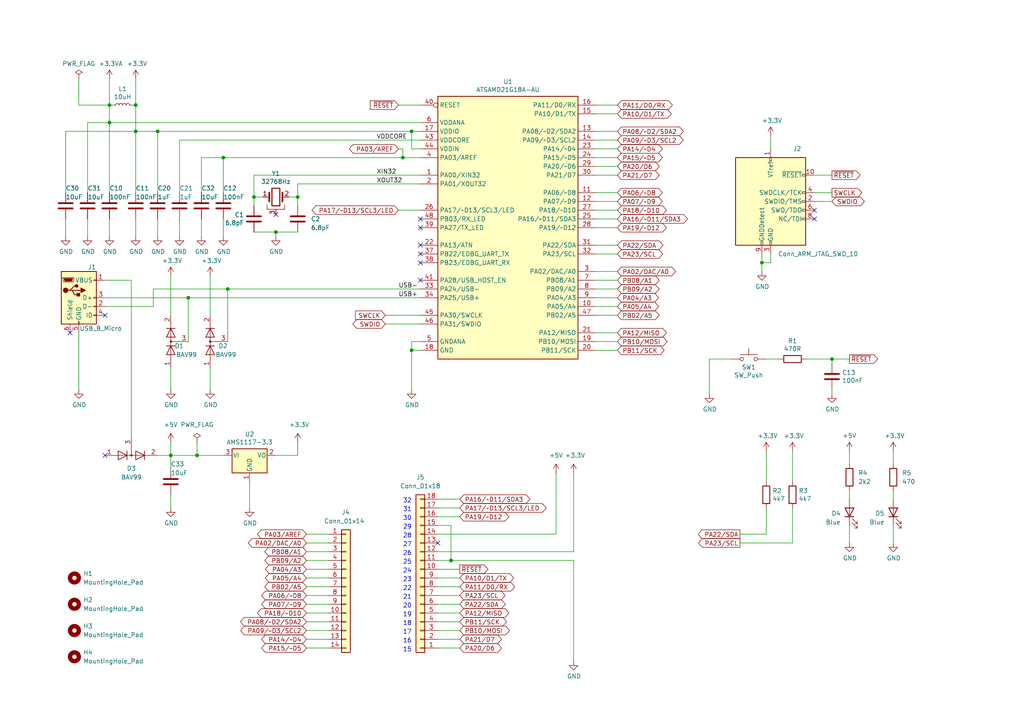
<source format=kicad_sch>
(kicad_sch (version 20211123) (generator eeschema)

  (uuid 48c09aa2-edf8-4013-b454-18261659f90e)

  (paper "A4")

  (title_block
    (title "SAMD21 breakout")
    (date "2022-12-20")
    (rev "V1.0")
    (company "https://github.com/atoomnetmarc/SAMD21-breakout")
  )

  (lib_symbols
    (symbol "Connector:Conn_ARM_JTAG_SWD_10" (pin_names (offset 1.016)) (in_bom yes) (on_board yes)
      (property "Reference" "J" (id 0) (at -2.54 16.51 0)
        (effects (font (size 1.27 1.27)) (justify right))
      )
      (property "Value" "Conn_ARM_JTAG_SWD_10" (id 1) (at -2.54 13.97 0)
        (effects (font (size 1.27 1.27)) (justify right bottom))
      )
      (property "Footprint" "" (id 2) (at 0 0 0)
        (effects (font (size 1.27 1.27)) hide)
      )
      (property "Datasheet" "http://infocenter.arm.com/help/topic/com.arm.doc.ddi0314h/DDI0314H_coresight_components_trm.pdf" (id 3) (at -8.89 -31.75 90)
        (effects (font (size 1.27 1.27)) hide)
      )
      (property "ki_keywords" "Cortex Debug Connector ARM SWD JTAG" (id 4) (at 0 0 0)
        (effects (font (size 1.27 1.27)) hide)
      )
      (property "ki_description" "Cortex Debug Connector, standard ARM Cortex-M SWD and JTAG interface" (id 5) (at 0 0 0)
        (effects (font (size 1.27 1.27)) hide)
      )
      (property "ki_fp_filters" "PinHeader?2x05?P1.27mm*" (id 6) (at 0 0 0)
        (effects (font (size 1.27 1.27)) hide)
      )
      (symbol "Conn_ARM_JTAG_SWD_10_0_1"
        (rectangle (start -10.16 12.7) (end 10.16 -12.7)
          (stroke (width 0.254) (type default) (color 0 0 0 0))
          (fill (type background))
        )
        (rectangle (start -2.794 -12.7) (end -2.286 -11.684)
          (stroke (width 0) (type default) (color 0 0 0 0))
          (fill (type none))
        )
        (rectangle (start -0.254 -12.7) (end 0.254 -11.684)
          (stroke (width 0) (type default) (color 0 0 0 0))
          (fill (type none))
        )
        (rectangle (start -0.254 12.7) (end 0.254 11.684)
          (stroke (width 0) (type default) (color 0 0 0 0))
          (fill (type none))
        )
        (rectangle (start 9.144 2.286) (end 10.16 2.794)
          (stroke (width 0) (type default) (color 0 0 0 0))
          (fill (type none))
        )
        (rectangle (start 10.16 -2.794) (end 9.144 -2.286)
          (stroke (width 0) (type default) (color 0 0 0 0))
          (fill (type none))
        )
        (rectangle (start 10.16 -0.254) (end 9.144 0.254)
          (stroke (width 0) (type default) (color 0 0 0 0))
          (fill (type none))
        )
        (rectangle (start 10.16 7.874) (end 9.144 7.366)
          (stroke (width 0) (type default) (color 0 0 0 0))
          (fill (type none))
        )
      )
      (symbol "Conn_ARM_JTAG_SWD_10_1_1"
        (rectangle (start 9.144 -5.334) (end 10.16 -4.826)
          (stroke (width 0) (type default) (color 0 0 0 0))
          (fill (type none))
        )
        (pin power_in line (at 0 15.24 270) (length 2.54)
          (name "VTref" (effects (font (size 1.27 1.27))))
          (number "1" (effects (font (size 1.27 1.27))))
        )
        (pin open_collector line (at 12.7 7.62 180) (length 2.54)
          (name "~{RESET}" (effects (font (size 1.27 1.27))))
          (number "10" (effects (font (size 1.27 1.27))))
        )
        (pin bidirectional line (at 12.7 0 180) (length 2.54)
          (name "SWDIO/TMS" (effects (font (size 1.27 1.27))))
          (number "2" (effects (font (size 1.27 1.27))))
        )
        (pin power_in line (at 0 -15.24 90) (length 2.54)
          (name "GND" (effects (font (size 1.27 1.27))))
          (number "3" (effects (font (size 1.27 1.27))))
        )
        (pin output line (at 12.7 2.54 180) (length 2.54)
          (name "SWDCLK/TCK" (effects (font (size 1.27 1.27))))
          (number "4" (effects (font (size 1.27 1.27))))
        )
        (pin passive line (at 0 -15.24 90) (length 2.54) hide
          (name "GND" (effects (font (size 1.27 1.27))))
          (number "5" (effects (font (size 1.27 1.27))))
        )
        (pin input line (at 12.7 -2.54 180) (length 2.54)
          (name "SWO/TDO" (effects (font (size 1.27 1.27))))
          (number "6" (effects (font (size 1.27 1.27))))
        )
        (pin no_connect line (at -10.16 0 0) (length 2.54) hide
          (name "KEY" (effects (font (size 1.27 1.27))))
          (number "7" (effects (font (size 1.27 1.27))))
        )
        (pin output line (at 12.7 -5.08 180) (length 2.54)
          (name "NC/TDI" (effects (font (size 1.27 1.27))))
          (number "8" (effects (font (size 1.27 1.27))))
        )
        (pin passive line (at -2.54 -15.24 90) (length 2.54)
          (name "GNDDetect" (effects (font (size 1.27 1.27))))
          (number "9" (effects (font (size 1.27 1.27))))
        )
      )
    )
    (symbol "Connector:USB_B_Micro" (pin_names (offset 1.016)) (in_bom yes) (on_board yes)
      (property "Reference" "J" (id 0) (at -5.08 11.43 0)
        (effects (font (size 1.27 1.27)) (justify left))
      )
      (property "Value" "USB_B_Micro" (id 1) (at -5.08 8.89 0)
        (effects (font (size 1.27 1.27)) (justify left))
      )
      (property "Footprint" "" (id 2) (at 3.81 -1.27 0)
        (effects (font (size 1.27 1.27)) hide)
      )
      (property "Datasheet" "~" (id 3) (at 3.81 -1.27 0)
        (effects (font (size 1.27 1.27)) hide)
      )
      (property "ki_keywords" "connector USB micro" (id 4) (at 0 0 0)
        (effects (font (size 1.27 1.27)) hide)
      )
      (property "ki_description" "USB Micro Type B connector" (id 5) (at 0 0 0)
        (effects (font (size 1.27 1.27)) hide)
      )
      (property "ki_fp_filters" "USB*" (id 6) (at 0 0 0)
        (effects (font (size 1.27 1.27)) hide)
      )
      (symbol "USB_B_Micro_0_1"
        (rectangle (start -5.08 -7.62) (end 5.08 7.62)
          (stroke (width 0.254) (type default) (color 0 0 0 0))
          (fill (type background))
        )
        (circle (center -3.81 2.159) (radius 0.635)
          (stroke (width 0.254) (type default) (color 0 0 0 0))
          (fill (type outline))
        )
        (circle (center -0.635 3.429) (radius 0.381)
          (stroke (width 0.254) (type default) (color 0 0 0 0))
          (fill (type outline))
        )
        (rectangle (start -0.127 -7.62) (end 0.127 -6.858)
          (stroke (width 0) (type default) (color 0 0 0 0))
          (fill (type none))
        )
        (polyline
          (pts
            (xy -1.905 2.159)
            (xy 0.635 2.159)
          )
          (stroke (width 0.254) (type default) (color 0 0 0 0))
          (fill (type none))
        )
        (polyline
          (pts
            (xy -3.175 2.159)
            (xy -2.54 2.159)
            (xy -1.27 3.429)
            (xy -0.635 3.429)
          )
          (stroke (width 0.254) (type default) (color 0 0 0 0))
          (fill (type none))
        )
        (polyline
          (pts
            (xy -2.54 2.159)
            (xy -1.905 2.159)
            (xy -1.27 0.889)
            (xy 0 0.889)
          )
          (stroke (width 0.254) (type default) (color 0 0 0 0))
          (fill (type none))
        )
        (polyline
          (pts
            (xy 0.635 2.794)
            (xy 0.635 1.524)
            (xy 1.905 2.159)
            (xy 0.635 2.794)
          )
          (stroke (width 0.254) (type default) (color 0 0 0 0))
          (fill (type outline))
        )
        (polyline
          (pts
            (xy -4.318 5.588)
            (xy -1.778 5.588)
            (xy -2.032 4.826)
            (xy -4.064 4.826)
            (xy -4.318 5.588)
          )
          (stroke (width 0) (type default) (color 0 0 0 0))
          (fill (type outline))
        )
        (polyline
          (pts
            (xy -4.699 5.842)
            (xy -4.699 5.588)
            (xy -4.445 4.826)
            (xy -4.445 4.572)
            (xy -1.651 4.572)
            (xy -1.651 4.826)
            (xy -1.397 5.588)
            (xy -1.397 5.842)
            (xy -4.699 5.842)
          )
          (stroke (width 0) (type default) (color 0 0 0 0))
          (fill (type none))
        )
        (rectangle (start 0.254 1.27) (end -0.508 0.508)
          (stroke (width 0.254) (type default) (color 0 0 0 0))
          (fill (type outline))
        )
        (rectangle (start 5.08 -5.207) (end 4.318 -4.953)
          (stroke (width 0) (type default) (color 0 0 0 0))
          (fill (type none))
        )
        (rectangle (start 5.08 -2.667) (end 4.318 -2.413)
          (stroke (width 0) (type default) (color 0 0 0 0))
          (fill (type none))
        )
        (rectangle (start 5.08 -0.127) (end 4.318 0.127)
          (stroke (width 0) (type default) (color 0 0 0 0))
          (fill (type none))
        )
        (rectangle (start 5.08 4.953) (end 4.318 5.207)
          (stroke (width 0) (type default) (color 0 0 0 0))
          (fill (type none))
        )
      )
      (symbol "USB_B_Micro_1_1"
        (pin power_out line (at 7.62 5.08 180) (length 2.54)
          (name "VBUS" (effects (font (size 1.27 1.27))))
          (number "1" (effects (font (size 1.27 1.27))))
        )
        (pin bidirectional line (at 7.62 -2.54 180) (length 2.54)
          (name "D-" (effects (font (size 1.27 1.27))))
          (number "2" (effects (font (size 1.27 1.27))))
        )
        (pin bidirectional line (at 7.62 0 180) (length 2.54)
          (name "D+" (effects (font (size 1.27 1.27))))
          (number "3" (effects (font (size 1.27 1.27))))
        )
        (pin passive line (at 7.62 -5.08 180) (length 2.54)
          (name "ID" (effects (font (size 1.27 1.27))))
          (number "4" (effects (font (size 1.27 1.27))))
        )
        (pin power_out line (at 0 -10.16 90) (length 2.54)
          (name "GND" (effects (font (size 1.27 1.27))))
          (number "5" (effects (font (size 1.27 1.27))))
        )
        (pin passive line (at -2.54 -10.16 90) (length 2.54)
          (name "Shield" (effects (font (size 1.27 1.27))))
          (number "6" (effects (font (size 1.27 1.27))))
        )
      )
    )
    (symbol "Connector_Generic:Conn_01x14" (pin_names (offset 1.016) hide) (in_bom yes) (on_board yes)
      (property "Reference" "J" (id 0) (at 0 17.78 0)
        (effects (font (size 1.27 1.27)))
      )
      (property "Value" "Conn_01x14" (id 1) (at 0 -20.32 0)
        (effects (font (size 1.27 1.27)))
      )
      (property "Footprint" "" (id 2) (at 0 0 0)
        (effects (font (size 1.27 1.27)) hide)
      )
      (property "Datasheet" "~" (id 3) (at 0 0 0)
        (effects (font (size 1.27 1.27)) hide)
      )
      (property "ki_keywords" "connector" (id 4) (at 0 0 0)
        (effects (font (size 1.27 1.27)) hide)
      )
      (property "ki_description" "Generic connector, single row, 01x14, script generated (kicad-library-utils/schlib/autogen/connector/)" (id 5) (at 0 0 0)
        (effects (font (size 1.27 1.27)) hide)
      )
      (property "ki_fp_filters" "Connector*:*_1x??_*" (id 6) (at 0 0 0)
        (effects (font (size 1.27 1.27)) hide)
      )
      (symbol "Conn_01x14_1_1"
        (rectangle (start -1.27 -17.653) (end 0 -17.907)
          (stroke (width 0.1524) (type default) (color 0 0 0 0))
          (fill (type none))
        )
        (rectangle (start -1.27 -15.113) (end 0 -15.367)
          (stroke (width 0.1524) (type default) (color 0 0 0 0))
          (fill (type none))
        )
        (rectangle (start -1.27 -12.573) (end 0 -12.827)
          (stroke (width 0.1524) (type default) (color 0 0 0 0))
          (fill (type none))
        )
        (rectangle (start -1.27 -10.033) (end 0 -10.287)
          (stroke (width 0.1524) (type default) (color 0 0 0 0))
          (fill (type none))
        )
        (rectangle (start -1.27 -7.493) (end 0 -7.747)
          (stroke (width 0.1524) (type default) (color 0 0 0 0))
          (fill (type none))
        )
        (rectangle (start -1.27 -4.953) (end 0 -5.207)
          (stroke (width 0.1524) (type default) (color 0 0 0 0))
          (fill (type none))
        )
        (rectangle (start -1.27 -2.413) (end 0 -2.667)
          (stroke (width 0.1524) (type default) (color 0 0 0 0))
          (fill (type none))
        )
        (rectangle (start -1.27 0.127) (end 0 -0.127)
          (stroke (width 0.1524) (type default) (color 0 0 0 0))
          (fill (type none))
        )
        (rectangle (start -1.27 2.667) (end 0 2.413)
          (stroke (width 0.1524) (type default) (color 0 0 0 0))
          (fill (type none))
        )
        (rectangle (start -1.27 5.207) (end 0 4.953)
          (stroke (width 0.1524) (type default) (color 0 0 0 0))
          (fill (type none))
        )
        (rectangle (start -1.27 7.747) (end 0 7.493)
          (stroke (width 0.1524) (type default) (color 0 0 0 0))
          (fill (type none))
        )
        (rectangle (start -1.27 10.287) (end 0 10.033)
          (stroke (width 0.1524) (type default) (color 0 0 0 0))
          (fill (type none))
        )
        (rectangle (start -1.27 12.827) (end 0 12.573)
          (stroke (width 0.1524) (type default) (color 0 0 0 0))
          (fill (type none))
        )
        (rectangle (start -1.27 15.367) (end 0 15.113)
          (stroke (width 0.1524) (type default) (color 0 0 0 0))
          (fill (type none))
        )
        (rectangle (start -1.27 16.51) (end 1.27 -19.05)
          (stroke (width 0.254) (type default) (color 0 0 0 0))
          (fill (type background))
        )
        (pin passive line (at -5.08 15.24 0) (length 3.81)
          (name "Pin_1" (effects (font (size 1.27 1.27))))
          (number "1" (effects (font (size 1.27 1.27))))
        )
        (pin passive line (at -5.08 -7.62 0) (length 3.81)
          (name "Pin_10" (effects (font (size 1.27 1.27))))
          (number "10" (effects (font (size 1.27 1.27))))
        )
        (pin passive line (at -5.08 -10.16 0) (length 3.81)
          (name "Pin_11" (effects (font (size 1.27 1.27))))
          (number "11" (effects (font (size 1.27 1.27))))
        )
        (pin passive line (at -5.08 -12.7 0) (length 3.81)
          (name "Pin_12" (effects (font (size 1.27 1.27))))
          (number "12" (effects (font (size 1.27 1.27))))
        )
        (pin passive line (at -5.08 -15.24 0) (length 3.81)
          (name "Pin_13" (effects (font (size 1.27 1.27))))
          (number "13" (effects (font (size 1.27 1.27))))
        )
        (pin passive line (at -5.08 -17.78 0) (length 3.81)
          (name "Pin_14" (effects (font (size 1.27 1.27))))
          (number "14" (effects (font (size 1.27 1.27))))
        )
        (pin passive line (at -5.08 12.7 0) (length 3.81)
          (name "Pin_2" (effects (font (size 1.27 1.27))))
          (number "2" (effects (font (size 1.27 1.27))))
        )
        (pin passive line (at -5.08 10.16 0) (length 3.81)
          (name "Pin_3" (effects (font (size 1.27 1.27))))
          (number "3" (effects (font (size 1.27 1.27))))
        )
        (pin passive line (at -5.08 7.62 0) (length 3.81)
          (name "Pin_4" (effects (font (size 1.27 1.27))))
          (number "4" (effects (font (size 1.27 1.27))))
        )
        (pin passive line (at -5.08 5.08 0) (length 3.81)
          (name "Pin_5" (effects (font (size 1.27 1.27))))
          (number "5" (effects (font (size 1.27 1.27))))
        )
        (pin passive line (at -5.08 2.54 0) (length 3.81)
          (name "Pin_6" (effects (font (size 1.27 1.27))))
          (number "6" (effects (font (size 1.27 1.27))))
        )
        (pin passive line (at -5.08 0 0) (length 3.81)
          (name "Pin_7" (effects (font (size 1.27 1.27))))
          (number "7" (effects (font (size 1.27 1.27))))
        )
        (pin passive line (at -5.08 -2.54 0) (length 3.81)
          (name "Pin_8" (effects (font (size 1.27 1.27))))
          (number "8" (effects (font (size 1.27 1.27))))
        )
        (pin passive line (at -5.08 -5.08 0) (length 3.81)
          (name "Pin_9" (effects (font (size 1.27 1.27))))
          (number "9" (effects (font (size 1.27 1.27))))
        )
      )
    )
    (symbol "Connector_Generic:Conn_01x18" (pin_names (offset 1.016) hide) (in_bom yes) (on_board yes)
      (property "Reference" "J" (id 0) (at 0 22.86 0)
        (effects (font (size 1.27 1.27)))
      )
      (property "Value" "Conn_01x18" (id 1) (at 0 -25.4 0)
        (effects (font (size 1.27 1.27)))
      )
      (property "Footprint" "" (id 2) (at 0 0 0)
        (effects (font (size 1.27 1.27)) hide)
      )
      (property "Datasheet" "~" (id 3) (at 0 0 0)
        (effects (font (size 1.27 1.27)) hide)
      )
      (property "ki_keywords" "connector" (id 4) (at 0 0 0)
        (effects (font (size 1.27 1.27)) hide)
      )
      (property "ki_description" "Generic connector, single row, 01x18, script generated (kicad-library-utils/schlib/autogen/connector/)" (id 5) (at 0 0 0)
        (effects (font (size 1.27 1.27)) hide)
      )
      (property "ki_fp_filters" "Connector*:*_1x??_*" (id 6) (at 0 0 0)
        (effects (font (size 1.27 1.27)) hide)
      )
      (symbol "Conn_01x18_1_1"
        (rectangle (start -1.27 -22.733) (end 0 -22.987)
          (stroke (width 0.1524) (type default) (color 0 0 0 0))
          (fill (type none))
        )
        (rectangle (start -1.27 -20.193) (end 0 -20.447)
          (stroke (width 0.1524) (type default) (color 0 0 0 0))
          (fill (type none))
        )
        (rectangle (start -1.27 -17.653) (end 0 -17.907)
          (stroke (width 0.1524) (type default) (color 0 0 0 0))
          (fill (type none))
        )
        (rectangle (start -1.27 -15.113) (end 0 -15.367)
          (stroke (width 0.1524) (type default) (color 0 0 0 0))
          (fill (type none))
        )
        (rectangle (start -1.27 -12.573) (end 0 -12.827)
          (stroke (width 0.1524) (type default) (color 0 0 0 0))
          (fill (type none))
        )
        (rectangle (start -1.27 -10.033) (end 0 -10.287)
          (stroke (width 0.1524) (type default) (color 0 0 0 0))
          (fill (type none))
        )
        (rectangle (start -1.27 -7.493) (end 0 -7.747)
          (stroke (width 0.1524) (type default) (color 0 0 0 0))
          (fill (type none))
        )
        (rectangle (start -1.27 -4.953) (end 0 -5.207)
          (stroke (width 0.1524) (type default) (color 0 0 0 0))
          (fill (type none))
        )
        (rectangle (start -1.27 -2.413) (end 0 -2.667)
          (stroke (width 0.1524) (type default) (color 0 0 0 0))
          (fill (type none))
        )
        (rectangle (start -1.27 0.127) (end 0 -0.127)
          (stroke (width 0.1524) (type default) (color 0 0 0 0))
          (fill (type none))
        )
        (rectangle (start -1.27 2.667) (end 0 2.413)
          (stroke (width 0.1524) (type default) (color 0 0 0 0))
          (fill (type none))
        )
        (rectangle (start -1.27 5.207) (end 0 4.953)
          (stroke (width 0.1524) (type default) (color 0 0 0 0))
          (fill (type none))
        )
        (rectangle (start -1.27 7.747) (end 0 7.493)
          (stroke (width 0.1524) (type default) (color 0 0 0 0))
          (fill (type none))
        )
        (rectangle (start -1.27 10.287) (end 0 10.033)
          (stroke (width 0.1524) (type default) (color 0 0 0 0))
          (fill (type none))
        )
        (rectangle (start -1.27 12.827) (end 0 12.573)
          (stroke (width 0.1524) (type default) (color 0 0 0 0))
          (fill (type none))
        )
        (rectangle (start -1.27 15.367) (end 0 15.113)
          (stroke (width 0.1524) (type default) (color 0 0 0 0))
          (fill (type none))
        )
        (rectangle (start -1.27 17.907) (end 0 17.653)
          (stroke (width 0.1524) (type default) (color 0 0 0 0))
          (fill (type none))
        )
        (rectangle (start -1.27 20.447) (end 0 20.193)
          (stroke (width 0.1524) (type default) (color 0 0 0 0))
          (fill (type none))
        )
        (rectangle (start -1.27 21.59) (end 1.27 -24.13)
          (stroke (width 0.254) (type default) (color 0 0 0 0))
          (fill (type background))
        )
        (pin passive line (at -5.08 20.32 0) (length 3.81)
          (name "Pin_1" (effects (font (size 1.27 1.27))))
          (number "1" (effects (font (size 1.27 1.27))))
        )
        (pin passive line (at -5.08 -2.54 0) (length 3.81)
          (name "Pin_10" (effects (font (size 1.27 1.27))))
          (number "10" (effects (font (size 1.27 1.27))))
        )
        (pin passive line (at -5.08 -5.08 0) (length 3.81)
          (name "Pin_11" (effects (font (size 1.27 1.27))))
          (number "11" (effects (font (size 1.27 1.27))))
        )
        (pin passive line (at -5.08 -7.62 0) (length 3.81)
          (name "Pin_12" (effects (font (size 1.27 1.27))))
          (number "12" (effects (font (size 1.27 1.27))))
        )
        (pin passive line (at -5.08 -10.16 0) (length 3.81)
          (name "Pin_13" (effects (font (size 1.27 1.27))))
          (number "13" (effects (font (size 1.27 1.27))))
        )
        (pin passive line (at -5.08 -12.7 0) (length 3.81)
          (name "Pin_14" (effects (font (size 1.27 1.27))))
          (number "14" (effects (font (size 1.27 1.27))))
        )
        (pin passive line (at -5.08 -15.24 0) (length 3.81)
          (name "Pin_15" (effects (font (size 1.27 1.27))))
          (number "15" (effects (font (size 1.27 1.27))))
        )
        (pin passive line (at -5.08 -17.78 0) (length 3.81)
          (name "Pin_16" (effects (font (size 1.27 1.27))))
          (number "16" (effects (font (size 1.27 1.27))))
        )
        (pin passive line (at -5.08 -20.32 0) (length 3.81)
          (name "Pin_17" (effects (font (size 1.27 1.27))))
          (number "17" (effects (font (size 1.27 1.27))))
        )
        (pin passive line (at -5.08 -22.86 0) (length 3.81)
          (name "Pin_18" (effects (font (size 1.27 1.27))))
          (number "18" (effects (font (size 1.27 1.27))))
        )
        (pin passive line (at -5.08 17.78 0) (length 3.81)
          (name "Pin_2" (effects (font (size 1.27 1.27))))
          (number "2" (effects (font (size 1.27 1.27))))
        )
        (pin passive line (at -5.08 15.24 0) (length 3.81)
          (name "Pin_3" (effects (font (size 1.27 1.27))))
          (number "3" (effects (font (size 1.27 1.27))))
        )
        (pin passive line (at -5.08 12.7 0) (length 3.81)
          (name "Pin_4" (effects (font (size 1.27 1.27))))
          (number "4" (effects (font (size 1.27 1.27))))
        )
        (pin passive line (at -5.08 10.16 0) (length 3.81)
          (name "Pin_5" (effects (font (size 1.27 1.27))))
          (number "5" (effects (font (size 1.27 1.27))))
        )
        (pin passive line (at -5.08 7.62 0) (length 3.81)
          (name "Pin_6" (effects (font (size 1.27 1.27))))
          (number "6" (effects (font (size 1.27 1.27))))
        )
        (pin passive line (at -5.08 5.08 0) (length 3.81)
          (name "Pin_7" (effects (font (size 1.27 1.27))))
          (number "7" (effects (font (size 1.27 1.27))))
        )
        (pin passive line (at -5.08 2.54 0) (length 3.81)
          (name "Pin_8" (effects (font (size 1.27 1.27))))
          (number "8" (effects (font (size 1.27 1.27))))
        )
        (pin passive line (at -5.08 0 0) (length 3.81)
          (name "Pin_9" (effects (font (size 1.27 1.27))))
          (number "9" (effects (font (size 1.27 1.27))))
        )
      )
    )
    (symbol "Device:C" (pin_numbers hide) (pin_names (offset 0.254)) (in_bom yes) (on_board yes)
      (property "Reference" "C" (id 0) (at 0.635 2.54 0)
        (effects (font (size 1.27 1.27)) (justify left))
      )
      (property "Value" "C" (id 1) (at 0.635 -2.54 0)
        (effects (font (size 1.27 1.27)) (justify left))
      )
      (property "Footprint" "" (id 2) (at 0.9652 -3.81 0)
        (effects (font (size 1.27 1.27)) hide)
      )
      (property "Datasheet" "~" (id 3) (at 0 0 0)
        (effects (font (size 1.27 1.27)) hide)
      )
      (property "ki_keywords" "cap capacitor" (id 4) (at 0 0 0)
        (effects (font (size 1.27 1.27)) hide)
      )
      (property "ki_description" "Unpolarized capacitor" (id 5) (at 0 0 0)
        (effects (font (size 1.27 1.27)) hide)
      )
      (property "ki_fp_filters" "C_*" (id 6) (at 0 0 0)
        (effects (font (size 1.27 1.27)) hide)
      )
      (symbol "C_0_1"
        (polyline
          (pts
            (xy -2.032 -0.762)
            (xy 2.032 -0.762)
          )
          (stroke (width 0.508) (type default) (color 0 0 0 0))
          (fill (type none))
        )
        (polyline
          (pts
            (xy -2.032 0.762)
            (xy 2.032 0.762)
          )
          (stroke (width 0.508) (type default) (color 0 0 0 0))
          (fill (type none))
        )
      )
      (symbol "C_1_1"
        (pin passive line (at 0 3.81 270) (length 2.794)
          (name "~" (effects (font (size 1.27 1.27))))
          (number "1" (effects (font (size 1.27 1.27))))
        )
        (pin passive line (at 0 -3.81 90) (length 2.794)
          (name "~" (effects (font (size 1.27 1.27))))
          (number "2" (effects (font (size 1.27 1.27))))
        )
      )
    )
    (symbol "Device:Crystal_GND3" (pin_names (offset 1.016) hide) (in_bom yes) (on_board yes)
      (property "Reference" "Y" (id 0) (at 0 5.715 0)
        (effects (font (size 1.27 1.27)))
      )
      (property "Value" "Crystal_GND3" (id 1) (at 0 3.81 0)
        (effects (font (size 1.27 1.27)))
      )
      (property "Footprint" "" (id 2) (at 0 0 0)
        (effects (font (size 1.27 1.27)) hide)
      )
      (property "Datasheet" "~" (id 3) (at 0 0 0)
        (effects (font (size 1.27 1.27)) hide)
      )
      (property "ki_keywords" "quartz ceramic resonator oscillator" (id 4) (at 0 0 0)
        (effects (font (size 1.27 1.27)) hide)
      )
      (property "ki_description" "Three pin crystal, GND on pin 3" (id 5) (at 0 0 0)
        (effects (font (size 1.27 1.27)) hide)
      )
      (property "ki_fp_filters" "Crystal*" (id 6) (at 0 0 0)
        (effects (font (size 1.27 1.27)) hide)
      )
      (symbol "Crystal_GND3_0_1"
        (rectangle (start -1.143 2.54) (end 1.143 -2.54)
          (stroke (width 0.3048) (type default) (color 0 0 0 0))
          (fill (type none))
        )
        (polyline
          (pts
            (xy -2.54 0)
            (xy -1.905 0)
          )
          (stroke (width 0) (type default) (color 0 0 0 0))
          (fill (type none))
        )
        (polyline
          (pts
            (xy -1.905 -1.27)
            (xy -1.905 1.27)
          )
          (stroke (width 0.508) (type default) (color 0 0 0 0))
          (fill (type none))
        )
        (polyline
          (pts
            (xy 0 -3.81)
            (xy 0 -3.556)
          )
          (stroke (width 0) (type default) (color 0 0 0 0))
          (fill (type none))
        )
        (polyline
          (pts
            (xy 1.905 0)
            (xy 2.54 0)
          )
          (stroke (width 0) (type default) (color 0 0 0 0))
          (fill (type none))
        )
        (polyline
          (pts
            (xy 1.905 1.27)
            (xy 1.905 -1.27)
          )
          (stroke (width 0.508) (type default) (color 0 0 0 0))
          (fill (type none))
        )
        (polyline
          (pts
            (xy -2.54 -2.286)
            (xy -2.54 -3.556)
            (xy 2.54 -3.556)
            (xy 2.54 -2.286)
          )
          (stroke (width 0) (type default) (color 0 0 0 0))
          (fill (type none))
        )
      )
      (symbol "Crystal_GND3_1_1"
        (pin passive line (at -3.81 0 0) (length 1.27)
          (name "1" (effects (font (size 1.27 1.27))))
          (number "1" (effects (font (size 1.27 1.27))))
        )
        (pin passive line (at 3.81 0 180) (length 1.27)
          (name "2" (effects (font (size 1.27 1.27))))
          (number "2" (effects (font (size 1.27 1.27))))
        )
        (pin passive line (at 0 -5.08 90) (length 1.27)
          (name "3" (effects (font (size 1.27 1.27))))
          (number "3" (effects (font (size 1.27 1.27))))
        )
      )
    )
    (symbol "Device:LED" (pin_numbers hide) (pin_names (offset 1.016) hide) (in_bom yes) (on_board yes)
      (property "Reference" "D" (id 0) (at 0 2.54 0)
        (effects (font (size 1.27 1.27)))
      )
      (property "Value" "LED" (id 1) (at 0 -2.54 0)
        (effects (font (size 1.27 1.27)))
      )
      (property "Footprint" "" (id 2) (at 0 0 0)
        (effects (font (size 1.27 1.27)) hide)
      )
      (property "Datasheet" "~" (id 3) (at 0 0 0)
        (effects (font (size 1.27 1.27)) hide)
      )
      (property "ki_keywords" "LED diode" (id 4) (at 0 0 0)
        (effects (font (size 1.27 1.27)) hide)
      )
      (property "ki_description" "Light emitting diode" (id 5) (at 0 0 0)
        (effects (font (size 1.27 1.27)) hide)
      )
      (property "ki_fp_filters" "LED* LED_SMD:* LED_THT:*" (id 6) (at 0 0 0)
        (effects (font (size 1.27 1.27)) hide)
      )
      (symbol "LED_0_1"
        (polyline
          (pts
            (xy -1.27 -1.27)
            (xy -1.27 1.27)
          )
          (stroke (width 0.254) (type default) (color 0 0 0 0))
          (fill (type none))
        )
        (polyline
          (pts
            (xy -1.27 0)
            (xy 1.27 0)
          )
          (stroke (width 0) (type default) (color 0 0 0 0))
          (fill (type none))
        )
        (polyline
          (pts
            (xy 1.27 -1.27)
            (xy 1.27 1.27)
            (xy -1.27 0)
            (xy 1.27 -1.27)
          )
          (stroke (width 0.254) (type default) (color 0 0 0 0))
          (fill (type none))
        )
        (polyline
          (pts
            (xy -3.048 -0.762)
            (xy -4.572 -2.286)
            (xy -3.81 -2.286)
            (xy -4.572 -2.286)
            (xy -4.572 -1.524)
          )
          (stroke (width 0) (type default) (color 0 0 0 0))
          (fill (type none))
        )
        (polyline
          (pts
            (xy -1.778 -0.762)
            (xy -3.302 -2.286)
            (xy -2.54 -2.286)
            (xy -3.302 -2.286)
            (xy -3.302 -1.524)
          )
          (stroke (width 0) (type default) (color 0 0 0 0))
          (fill (type none))
        )
      )
      (symbol "LED_1_1"
        (pin passive line (at -3.81 0 0) (length 2.54)
          (name "K" (effects (font (size 1.27 1.27))))
          (number "1" (effects (font (size 1.27 1.27))))
        )
        (pin passive line (at 3.81 0 180) (length 2.54)
          (name "A" (effects (font (size 1.27 1.27))))
          (number "2" (effects (font (size 1.27 1.27))))
        )
      )
    )
    (symbol "Device:L_Small" (pin_numbers hide) (pin_names (offset 0.254) hide) (in_bom yes) (on_board yes)
      (property "Reference" "L" (id 0) (at 0.762 1.016 0)
        (effects (font (size 1.27 1.27)) (justify left))
      )
      (property "Value" "L_Small" (id 1) (at 0.762 -1.016 0)
        (effects (font (size 1.27 1.27)) (justify left))
      )
      (property "Footprint" "" (id 2) (at 0 0 0)
        (effects (font (size 1.27 1.27)) hide)
      )
      (property "Datasheet" "~" (id 3) (at 0 0 0)
        (effects (font (size 1.27 1.27)) hide)
      )
      (property "ki_keywords" "inductor choke coil reactor magnetic" (id 4) (at 0 0 0)
        (effects (font (size 1.27 1.27)) hide)
      )
      (property "ki_description" "Inductor, small symbol" (id 5) (at 0 0 0)
        (effects (font (size 1.27 1.27)) hide)
      )
      (property "ki_fp_filters" "Choke_* *Coil* Inductor_* L_*" (id 6) (at 0 0 0)
        (effects (font (size 1.27 1.27)) hide)
      )
      (symbol "L_Small_0_1"
        (arc (start 0 -2.032) (mid 0.508 -1.524) (end 0 -1.016)
          (stroke (width 0) (type default) (color 0 0 0 0))
          (fill (type none))
        )
        (arc (start 0 -1.016) (mid 0.508 -0.508) (end 0 0)
          (stroke (width 0) (type default) (color 0 0 0 0))
          (fill (type none))
        )
        (arc (start 0 0) (mid 0.508 0.508) (end 0 1.016)
          (stroke (width 0) (type default) (color 0 0 0 0))
          (fill (type none))
        )
        (arc (start 0 1.016) (mid 0.508 1.524) (end 0 2.032)
          (stroke (width 0) (type default) (color 0 0 0 0))
          (fill (type none))
        )
      )
      (symbol "L_Small_1_1"
        (pin passive line (at 0 2.54 270) (length 0.508)
          (name "~" (effects (font (size 1.27 1.27))))
          (number "1" (effects (font (size 1.27 1.27))))
        )
        (pin passive line (at 0 -2.54 90) (length 0.508)
          (name "~" (effects (font (size 1.27 1.27))))
          (number "2" (effects (font (size 1.27 1.27))))
        )
      )
    )
    (symbol "Device:R" (pin_numbers hide) (pin_names (offset 0)) (in_bom yes) (on_board yes)
      (property "Reference" "R" (id 0) (at 2.032 0 90)
        (effects (font (size 1.27 1.27)))
      )
      (property "Value" "R" (id 1) (at 0 0 90)
        (effects (font (size 1.27 1.27)))
      )
      (property "Footprint" "" (id 2) (at -1.778 0 90)
        (effects (font (size 1.27 1.27)) hide)
      )
      (property "Datasheet" "~" (id 3) (at 0 0 0)
        (effects (font (size 1.27 1.27)) hide)
      )
      (property "ki_keywords" "R res resistor" (id 4) (at 0 0 0)
        (effects (font (size 1.27 1.27)) hide)
      )
      (property "ki_description" "Resistor" (id 5) (at 0 0 0)
        (effects (font (size 1.27 1.27)) hide)
      )
      (property "ki_fp_filters" "R_*" (id 6) (at 0 0 0)
        (effects (font (size 1.27 1.27)) hide)
      )
      (symbol "R_0_1"
        (rectangle (start -1.016 -2.54) (end 1.016 2.54)
          (stroke (width 0.254) (type default) (color 0 0 0 0))
          (fill (type none))
        )
      )
      (symbol "R_1_1"
        (pin passive line (at 0 3.81 270) (length 1.27)
          (name "~" (effects (font (size 1.27 1.27))))
          (number "1" (effects (font (size 1.27 1.27))))
        )
        (pin passive line (at 0 -3.81 90) (length 1.27)
          (name "~" (effects (font (size 1.27 1.27))))
          (number "2" (effects (font (size 1.27 1.27))))
        )
      )
    )
    (symbol "Diode:BAV99" (pin_names hide) (in_bom yes) (on_board yes)
      (property "Reference" "D" (id 0) (at 0 5.08 0)
        (effects (font (size 1.27 1.27)))
      )
      (property "Value" "BAV99" (id 1) (at 0 2.54 0)
        (effects (font (size 1.27 1.27)))
      )
      (property "Footprint" "Package_TO_SOT_SMD:SOT-23" (id 2) (at 0 -12.7 0)
        (effects (font (size 1.27 1.27)) hide)
      )
      (property "Datasheet" "https://assets.nexperia.com/documents/data-sheet/BAV99_SER.pdf" (id 3) (at 0 0 0)
        (effects (font (size 1.27 1.27)) hide)
      )
      (property "ki_keywords" "diode" (id 4) (at 0 0 0)
        (effects (font (size 1.27 1.27)) hide)
      )
      (property "ki_description" "BAV99 High-speed switching diodes, SOT-23" (id 5) (at 0 0 0)
        (effects (font (size 1.27 1.27)) hide)
      )
      (property "ki_fp_filters" "SOT?23*" (id 6) (at 0 0 0)
        (effects (font (size 1.27 1.27)) hide)
      )
      (symbol "BAV99_0_1"
        (polyline
          (pts
            (xy -5.08 0)
            (xy 5.08 0)
          )
          (stroke (width 0) (type default) (color 0 0 0 0))
          (fill (type none))
        )
      )
      (symbol "BAV99_1_1"
        (polyline
          (pts
            (xy 0 0)
            (xy 0 -2.54)
          )
          (stroke (width 0) (type default) (color 0 0 0 0))
          (fill (type none))
        )
        (polyline
          (pts
            (xy -1.27 -1.27)
            (xy -1.27 1.27)
            (xy -1.27 1.27)
          )
          (stroke (width 0.2032) (type default) (color 0 0 0 0))
          (fill (type none))
        )
        (polyline
          (pts
            (xy 3.81 1.27)
            (xy 3.81 -1.27)
            (xy 3.81 -1.27)
          )
          (stroke (width 0.2032) (type default) (color 0 0 0 0))
          (fill (type none))
        )
        (polyline
          (pts
            (xy -3.81 1.27)
            (xy -1.27 0)
            (xy -3.81 -1.27)
            (xy -3.81 1.27)
            (xy -3.81 1.27)
            (xy -3.81 1.27)
          )
          (stroke (width 0.2032) (type default) (color 0 0 0 0))
          (fill (type none))
        )
        (polyline
          (pts
            (xy 1.27 1.27)
            (xy 3.81 0)
            (xy 1.27 -1.27)
            (xy 1.27 1.27)
            (xy 1.27 1.27)
            (xy 1.27 1.27)
          )
          (stroke (width 0.2032) (type default) (color 0 0 0 0))
          (fill (type none))
        )
        (circle (center 0 0) (radius 0.254)
          (stroke (width 0) (type default) (color 0 0 0 0))
          (fill (type outline))
        )
        (pin passive line (at -7.62 0 0) (length 2.54)
          (name "K" (effects (font (size 1.27 1.27))))
          (number "1" (effects (font (size 1.27 1.27))))
        )
        (pin passive line (at 7.62 0 180) (length 2.54)
          (name "A" (effects (font (size 1.27 1.27))))
          (number "2" (effects (font (size 1.27 1.27))))
        )
        (pin passive line (at 0 -5.08 90) (length 2.54)
          (name "K" (effects (font (size 1.27 1.27))))
          (number "3" (effects (font (size 1.27 1.27))))
        )
      )
    )
    (symbol "MCU_Microchip_SAMD-extra:SAMD21G_ARDUINO_M0" (in_bom yes) (on_board yes)
      (property "Reference" "U" (id 0) (at -10.16 -39.37 0)
        (effects (font (size 1.27 1.27)) (justify left))
      )
      (property "Value" "SAMD21G_ARDUINO_M0" (id 1) (at 10.16 39.37 0)
        (effects (font (size 1.27 1.27)) (justify right))
      )
      (property "Footprint" "" (id 2) (at 0 -5.08 0)
        (effects (font (size 1.27 1.27)) (justify left) hide)
      )
      (property "Datasheet" "" (id 3) (at 0 -5.08 0)
        (effects (font (size 1.27 1.27)) (justify left) hide)
      )
      (property "ki_description" "Pins according to framwork-arduinosam/variants/arduino_mzero/variant.cpp" (id 4) (at 0 0 0)
        (effects (font (size 1.27 1.27)) hide)
      )
      (property "ki_fp_filters" "TQFP-48_7x7mm_Pitch0.5mm" (id 5) (at 0 0 0)
        (effects (font (size 1.27 1.27)) hide)
      )
      (symbol "SAMD21G_ARDUINO_M0_0_0"
        (rectangle (start -20.32 38.1) (end 20.32 -38.1)
          (stroke (width 0.254) (type default) (color 0 0 0 0))
          (fill (type background))
        )
      )
      (symbol "SAMD21G_ARDUINO_M0_1_1"
        (pin passive line (at -25.4 15.24 0) (length 5.08)
          (name "PA00/XIN32" (effects (font (size 1.27 1.27))))
          (number "1" (effects (font (size 1.27 1.27))))
        )
        (pin passive line (at 25.4 -22.86 180) (length 5.08)
          (name "PA05/A4" (effects (font (size 1.27 1.27))))
          (number "10" (effects (font (size 1.27 1.27))))
        )
        (pin passive line (at 25.4 10.16 180) (length 5.08)
          (name "PA06/~D8" (effects (font (size 1.27 1.27))))
          (number "11" (effects (font (size 1.27 1.27))))
        )
        (pin passive line (at 25.4 7.62 180) (length 5.08)
          (name "PA07/~D9" (effects (font (size 1.27 1.27))))
          (number "12" (effects (font (size 1.27 1.27))))
        )
        (pin passive line (at 25.4 27.94 180) (length 5.08)
          (name "PA08/~D2/SDA2" (effects (font (size 1.27 1.27))))
          (number "13" (effects (font (size 1.27 1.27))))
        )
        (pin passive line (at 25.4 25.4 180) (length 5.08)
          (name "PA09/~D3/SCL2" (effects (font (size 1.27 1.27))))
          (number "14" (effects (font (size 1.27 1.27))))
        )
        (pin passive line (at 25.4 33.02 180) (length 5.08)
          (name "PA10/D1/TX" (effects (font (size 1.27 1.27))))
          (number "15" (effects (font (size 1.27 1.27))))
        )
        (pin passive line (at 25.4 35.56 180) (length 5.08)
          (name "PA11/D0/RX" (effects (font (size 1.27 1.27))))
          (number "16" (effects (font (size 1.27 1.27))))
        )
        (pin power_in line (at -25.4 27.94 0) (length 5.08)
          (name "VDDIO" (effects (font (size 1.27 1.27))))
          (number "17" (effects (font (size 1.27 1.27))))
        )
        (pin power_in line (at -25.4 -35.56 0) (length 5.08)
          (name "GND" (effects (font (size 1.27 1.27))))
          (number "18" (effects (font (size 1.27 1.27))))
        )
        (pin passive line (at 25.4 -33.02 180) (length 5.08)
          (name "PB10/MOSI" (effects (font (size 1.27 1.27))))
          (number "19" (effects (font (size 1.27 1.27))))
        )
        (pin passive line (at -25.4 12.7 0) (length 5.08)
          (name "PA01/XOUT32" (effects (font (size 1.27 1.27))))
          (number "2" (effects (font (size 1.27 1.27))))
        )
        (pin passive line (at 25.4 -35.56 180) (length 5.08)
          (name "PB11/SCK" (effects (font (size 1.27 1.27))))
          (number "20" (effects (font (size 1.27 1.27))))
        )
        (pin passive line (at 25.4 -30.48 180) (length 5.08)
          (name "PA12/MISO" (effects (font (size 1.27 1.27))))
          (number "21" (effects (font (size 1.27 1.27))))
        )
        (pin passive line (at -25.4 -5.08 0) (length 5.08)
          (name "PA13/ATN" (effects (font (size 1.27 1.27))))
          (number "22" (effects (font (size 1.27 1.27))))
        )
        (pin passive line (at 25.4 22.86 180) (length 5.08)
          (name "PA14/~D4" (effects (font (size 1.27 1.27))))
          (number "23" (effects (font (size 1.27 1.27))))
        )
        (pin passive line (at 25.4 20.32 180) (length 5.08)
          (name "PA15/~D5" (effects (font (size 1.27 1.27))))
          (number "24" (effects (font (size 1.27 1.27))))
        )
        (pin passive line (at 25.4 2.54 180) (length 5.08)
          (name "PA16/~D11/SDA3" (effects (font (size 1.27 1.27))))
          (number "25" (effects (font (size 1.27 1.27))))
        )
        (pin passive line (at -25.4 5.08 0) (length 5.08)
          (name "PA17/~D13/SCL3/LED" (effects (font (size 1.27 1.27))))
          (number "26" (effects (font (size 1.27 1.27))))
        )
        (pin passive line (at 25.4 5.08 180) (length 5.08)
          (name "PA18/~D10" (effects (font (size 1.27 1.27))))
          (number "27" (effects (font (size 1.27 1.27))))
        )
        (pin passive line (at 25.4 0 180) (length 5.08)
          (name "PA19/~D12" (effects (font (size 1.27 1.27))))
          (number "28" (effects (font (size 1.27 1.27))))
        )
        (pin passive line (at 25.4 17.78 180) (length 5.08)
          (name "PA20/~D6" (effects (font (size 1.27 1.27))))
          (number "29" (effects (font (size 1.27 1.27))))
        )
        (pin passive line (at 25.4 -12.7 180) (length 5.08)
          (name "PA02/DAC/A0" (effects (font (size 1.27 1.27))))
          (number "3" (effects (font (size 1.27 1.27))))
        )
        (pin passive line (at 25.4 15.24 180) (length 5.08)
          (name "PA21/D7" (effects (font (size 1.27 1.27))))
          (number "30" (effects (font (size 1.27 1.27))))
        )
        (pin passive line (at 25.4 -5.08 180) (length 5.08)
          (name "PA22/SDA" (effects (font (size 1.27 1.27))))
          (number "31" (effects (font (size 1.27 1.27))))
        )
        (pin passive line (at 25.4 -7.62 180) (length 5.08)
          (name "PA23/SCL" (effects (font (size 1.27 1.27))))
          (number "32" (effects (font (size 1.27 1.27))))
        )
        (pin passive line (at -25.4 -17.78 0) (length 5.08)
          (name "PA24/USB-" (effects (font (size 1.27 1.27))))
          (number "33" (effects (font (size 1.27 1.27))))
        )
        (pin passive line (at -25.4 -20.32 0) (length 5.08)
          (name "PA25/USB+" (effects (font (size 1.27 1.27))))
          (number "34" (effects (font (size 1.27 1.27))))
        )
        (pin passive line (at -25.4 -35.56 0) (length 5.08) hide
          (name "GND" (effects (font (size 1.27 1.27))))
          (number "35" (effects (font (size 1.27 1.27))))
        )
        (pin passive line (at -25.4 27.94 0) (length 5.08) hide
          (name "VDDIO" (effects (font (size 1.27 1.27))))
          (number "36" (effects (font (size 1.27 1.27))))
        )
        (pin passive line (at -25.4 -7.62 0) (length 5.08)
          (name "PB22/EDBG_UART_TX" (effects (font (size 1.27 1.27))))
          (number "37" (effects (font (size 1.27 1.27))))
        )
        (pin passive line (at -25.4 -10.16 0) (length 5.08)
          (name "PB23/EDBG_UART_RX" (effects (font (size 1.27 1.27))))
          (number "38" (effects (font (size 1.27 1.27))))
        )
        (pin passive line (at -25.4 0 0) (length 5.08)
          (name "PA27/TX_LED" (effects (font (size 1.27 1.27))))
          (number "39" (effects (font (size 1.27 1.27))))
        )
        (pin passive line (at -25.4 20.32 0) (length 5.08)
          (name "PA03/AREF" (effects (font (size 1.27 1.27))))
          (number "4" (effects (font (size 1.27 1.27))))
        )
        (pin input inverted (at -25.4 35.56 0) (length 5.08)
          (name "RESET" (effects (font (size 1.27 1.27))))
          (number "40" (effects (font (size 1.27 1.27))))
        )
        (pin passive line (at -25.4 -15.24 0) (length 5.08)
          (name "PA28/USB_HOST_EN" (effects (font (size 1.27 1.27))))
          (number "41" (effects (font (size 1.27 1.27))))
        )
        (pin passive line (at -25.4 -35.56 0) (length 5.08) hide
          (name "GND" (effects (font (size 1.27 1.27))))
          (number "42" (effects (font (size 1.27 1.27))))
        )
        (pin power_out line (at -25.4 25.4 0) (length 5.08)
          (name "VDDCORE" (effects (font (size 1.27 1.27))))
          (number "43" (effects (font (size 1.27 1.27))))
        )
        (pin power_in line (at -25.4 22.86 0) (length 5.08)
          (name "VDDIN" (effects (font (size 1.27 1.27))))
          (number "44" (effects (font (size 1.27 1.27))))
        )
        (pin passive line (at -25.4 -25.4 0) (length 5.08)
          (name "PA30/SWCLK" (effects (font (size 1.27 1.27))))
          (number "45" (effects (font (size 1.27 1.27))))
        )
        (pin passive line (at -25.4 -27.94 0) (length 5.08)
          (name "PA31/SWDIO" (effects (font (size 1.27 1.27))))
          (number "46" (effects (font (size 1.27 1.27))))
        )
        (pin passive line (at 25.4 -25.4 180) (length 5.08)
          (name "PB02/A5" (effects (font (size 1.27 1.27))))
          (number "47" (effects (font (size 1.27 1.27))))
        )
        (pin passive line (at -25.4 2.54 0) (length 5.08)
          (name "PB03/RX_LED" (effects (font (size 1.27 1.27))))
          (number "48" (effects (font (size 1.27 1.27))))
        )
        (pin power_in line (at -25.4 -33.02 0) (length 5.08)
          (name "GNDANA" (effects (font (size 1.27 1.27))))
          (number "5" (effects (font (size 1.27 1.27))))
        )
        (pin power_in line (at -25.4 30.48 0) (length 5.08)
          (name "VDDANA" (effects (font (size 1.27 1.27))))
          (number "6" (effects (font (size 1.27 1.27))))
        )
        (pin passive line (at 25.4 -15.24 180) (length 5.08)
          (name "PB08/A1" (effects (font (size 1.27 1.27))))
          (number "7" (effects (font (size 1.27 1.27))))
        )
        (pin passive line (at 25.4 -17.78 180) (length 5.08)
          (name "PB09/A2" (effects (font (size 1.27 1.27))))
          (number "8" (effects (font (size 1.27 1.27))))
        )
        (pin passive line (at 25.4 -20.32 180) (length 5.08)
          (name "PA04/A3" (effects (font (size 1.27 1.27))))
          (number "9" (effects (font (size 1.27 1.27))))
        )
      )
    )
    (symbol "Mechanical:MountingHole" (pin_names (offset 1.016)) (in_bom yes) (on_board yes)
      (property "Reference" "H" (id 0) (at 0 5.08 0)
        (effects (font (size 1.27 1.27)))
      )
      (property "Value" "MountingHole" (id 1) (at 0 3.175 0)
        (effects (font (size 1.27 1.27)))
      )
      (property "Footprint" "" (id 2) (at 0 0 0)
        (effects (font (size 1.27 1.27)) hide)
      )
      (property "Datasheet" "~" (id 3) (at 0 0 0)
        (effects (font (size 1.27 1.27)) hide)
      )
      (property "ki_keywords" "mounting hole" (id 4) (at 0 0 0)
        (effects (font (size 1.27 1.27)) hide)
      )
      (property "ki_description" "Mounting Hole without connection" (id 5) (at 0 0 0)
        (effects (font (size 1.27 1.27)) hide)
      )
      (property "ki_fp_filters" "MountingHole*" (id 6) (at 0 0 0)
        (effects (font (size 1.27 1.27)) hide)
      )
      (symbol "MountingHole_0_1"
        (circle (center 0 0) (radius 1.27)
          (stroke (width 1.27) (type default) (color 0 0 0 0))
          (fill (type none))
        )
      )
    )
    (symbol "Regulator_Linear:AMS1117-3.3" (pin_names (offset 0.254)) (in_bom yes) (on_board yes)
      (property "Reference" "U" (id 0) (at -3.81 3.175 0)
        (effects (font (size 1.27 1.27)))
      )
      (property "Value" "AMS1117-3.3" (id 1) (at 0 3.175 0)
        (effects (font (size 1.27 1.27)) (justify left))
      )
      (property "Footprint" "Package_TO_SOT_SMD:SOT-223-3_TabPin2" (id 2) (at 0 5.08 0)
        (effects (font (size 1.27 1.27)) hide)
      )
      (property "Datasheet" "http://www.advanced-monolithic.com/pdf/ds1117.pdf" (id 3) (at 2.54 -6.35 0)
        (effects (font (size 1.27 1.27)) hide)
      )
      (property "ki_keywords" "linear regulator ldo fixed positive" (id 4) (at 0 0 0)
        (effects (font (size 1.27 1.27)) hide)
      )
      (property "ki_description" "1A Low Dropout regulator, positive, 3.3V fixed output, SOT-223" (id 5) (at 0 0 0)
        (effects (font (size 1.27 1.27)) hide)
      )
      (property "ki_fp_filters" "SOT?223*TabPin2*" (id 6) (at 0 0 0)
        (effects (font (size 1.27 1.27)) hide)
      )
      (symbol "AMS1117-3.3_0_1"
        (rectangle (start -5.08 -5.08) (end 5.08 1.905)
          (stroke (width 0.254) (type default) (color 0 0 0 0))
          (fill (type background))
        )
      )
      (symbol "AMS1117-3.3_1_1"
        (pin power_in line (at 0 -7.62 90) (length 2.54)
          (name "GND" (effects (font (size 1.27 1.27))))
          (number "1" (effects (font (size 1.27 1.27))))
        )
        (pin power_out line (at 7.62 0 180) (length 2.54)
          (name "VO" (effects (font (size 1.27 1.27))))
          (number "2" (effects (font (size 1.27 1.27))))
        )
        (pin power_in line (at -7.62 0 0) (length 2.54)
          (name "VI" (effects (font (size 1.27 1.27))))
          (number "3" (effects (font (size 1.27 1.27))))
        )
      )
    )
    (symbol "Switch:SW_Push" (pin_numbers hide) (pin_names (offset 1.016) hide) (in_bom yes) (on_board yes)
      (property "Reference" "SW" (id 0) (at 1.27 2.54 0)
        (effects (font (size 1.27 1.27)) (justify left))
      )
      (property "Value" "SW_Push" (id 1) (at 0 -1.524 0)
        (effects (font (size 1.27 1.27)))
      )
      (property "Footprint" "" (id 2) (at 0 5.08 0)
        (effects (font (size 1.27 1.27)) hide)
      )
      (property "Datasheet" "~" (id 3) (at 0 5.08 0)
        (effects (font (size 1.27 1.27)) hide)
      )
      (property "ki_keywords" "switch normally-open pushbutton push-button" (id 4) (at 0 0 0)
        (effects (font (size 1.27 1.27)) hide)
      )
      (property "ki_description" "Push button switch, generic, two pins" (id 5) (at 0 0 0)
        (effects (font (size 1.27 1.27)) hide)
      )
      (symbol "SW_Push_0_1"
        (circle (center -2.032 0) (radius 0.508)
          (stroke (width 0) (type default) (color 0 0 0 0))
          (fill (type none))
        )
        (polyline
          (pts
            (xy 0 1.27)
            (xy 0 3.048)
          )
          (stroke (width 0) (type default) (color 0 0 0 0))
          (fill (type none))
        )
        (polyline
          (pts
            (xy 2.54 1.27)
            (xy -2.54 1.27)
          )
          (stroke (width 0) (type default) (color 0 0 0 0))
          (fill (type none))
        )
        (circle (center 2.032 0) (radius 0.508)
          (stroke (width 0) (type default) (color 0 0 0 0))
          (fill (type none))
        )
        (pin passive line (at -5.08 0 0) (length 2.54)
          (name "1" (effects (font (size 1.27 1.27))))
          (number "1" (effects (font (size 1.27 1.27))))
        )
        (pin passive line (at 5.08 0 180) (length 2.54)
          (name "2" (effects (font (size 1.27 1.27))))
          (number "2" (effects (font (size 1.27 1.27))))
        )
      )
    )
    (symbol "power:+3.3V" (power) (pin_names (offset 0)) (in_bom yes) (on_board yes)
      (property "Reference" "#PWR" (id 0) (at 0 -3.81 0)
        (effects (font (size 1.27 1.27)) hide)
      )
      (property "Value" "+3.3V" (id 1) (at 0 3.556 0)
        (effects (font (size 1.27 1.27)))
      )
      (property "Footprint" "" (id 2) (at 0 0 0)
        (effects (font (size 1.27 1.27)) hide)
      )
      (property "Datasheet" "" (id 3) (at 0 0 0)
        (effects (font (size 1.27 1.27)) hide)
      )
      (property "ki_keywords" "power-flag" (id 4) (at 0 0 0)
        (effects (font (size 1.27 1.27)) hide)
      )
      (property "ki_description" "Power symbol creates a global label with name \"+3.3V\"" (id 5) (at 0 0 0)
        (effects (font (size 1.27 1.27)) hide)
      )
      (symbol "+3.3V_0_1"
        (polyline
          (pts
            (xy -0.762 1.27)
            (xy 0 2.54)
          )
          (stroke (width 0) (type default) (color 0 0 0 0))
          (fill (type none))
        )
        (polyline
          (pts
            (xy 0 0)
            (xy 0 2.54)
          )
          (stroke (width 0) (type default) (color 0 0 0 0))
          (fill (type none))
        )
        (polyline
          (pts
            (xy 0 2.54)
            (xy 0.762 1.27)
          )
          (stroke (width 0) (type default) (color 0 0 0 0))
          (fill (type none))
        )
      )
      (symbol "+3.3V_1_1"
        (pin power_in line (at 0 0 90) (length 0) hide
          (name "+3.3V" (effects (font (size 1.27 1.27))))
          (number "1" (effects (font (size 1.27 1.27))))
        )
      )
    )
    (symbol "power:+3.3VA" (power) (pin_names (offset 0)) (in_bom yes) (on_board yes)
      (property "Reference" "#PWR" (id 0) (at 0 -3.81 0)
        (effects (font (size 1.27 1.27)) hide)
      )
      (property "Value" "+3.3VA" (id 1) (at 0 3.556 0)
        (effects (font (size 1.27 1.27)))
      )
      (property "Footprint" "" (id 2) (at 0 0 0)
        (effects (font (size 1.27 1.27)) hide)
      )
      (property "Datasheet" "" (id 3) (at 0 0 0)
        (effects (font (size 1.27 1.27)) hide)
      )
      (property "ki_keywords" "power-flag" (id 4) (at 0 0 0)
        (effects (font (size 1.27 1.27)) hide)
      )
      (property "ki_description" "Power symbol creates a global label with name \"+3.3VA\"" (id 5) (at 0 0 0)
        (effects (font (size 1.27 1.27)) hide)
      )
      (symbol "+3.3VA_0_1"
        (polyline
          (pts
            (xy -0.762 1.27)
            (xy 0 2.54)
          )
          (stroke (width 0) (type default) (color 0 0 0 0))
          (fill (type none))
        )
        (polyline
          (pts
            (xy 0 0)
            (xy 0 2.54)
          )
          (stroke (width 0) (type default) (color 0 0 0 0))
          (fill (type none))
        )
        (polyline
          (pts
            (xy 0 2.54)
            (xy 0.762 1.27)
          )
          (stroke (width 0) (type default) (color 0 0 0 0))
          (fill (type none))
        )
      )
      (symbol "+3.3VA_1_1"
        (pin power_in line (at 0 0 90) (length 0) hide
          (name "+3.3VA" (effects (font (size 1.27 1.27))))
          (number "1" (effects (font (size 1.27 1.27))))
        )
      )
    )
    (symbol "power:+5V" (power) (pin_names (offset 0)) (in_bom yes) (on_board yes)
      (property "Reference" "#PWR" (id 0) (at 0 -3.81 0)
        (effects (font (size 1.27 1.27)) hide)
      )
      (property "Value" "+5V" (id 1) (at 0 3.556 0)
        (effects (font (size 1.27 1.27)))
      )
      (property "Footprint" "" (id 2) (at 0 0 0)
        (effects (font (size 1.27 1.27)) hide)
      )
      (property "Datasheet" "" (id 3) (at 0 0 0)
        (effects (font (size 1.27 1.27)) hide)
      )
      (property "ki_keywords" "power-flag" (id 4) (at 0 0 0)
        (effects (font (size 1.27 1.27)) hide)
      )
      (property "ki_description" "Power symbol creates a global label with name \"+5V\"" (id 5) (at 0 0 0)
        (effects (font (size 1.27 1.27)) hide)
      )
      (symbol "+5V_0_1"
        (polyline
          (pts
            (xy -0.762 1.27)
            (xy 0 2.54)
          )
          (stroke (width 0) (type default) (color 0 0 0 0))
          (fill (type none))
        )
        (polyline
          (pts
            (xy 0 0)
            (xy 0 2.54)
          )
          (stroke (width 0) (type default) (color 0 0 0 0))
          (fill (type none))
        )
        (polyline
          (pts
            (xy 0 2.54)
            (xy 0.762 1.27)
          )
          (stroke (width 0) (type default) (color 0 0 0 0))
          (fill (type none))
        )
      )
      (symbol "+5V_1_1"
        (pin power_in line (at 0 0 90) (length 0) hide
          (name "+5V" (effects (font (size 1.27 1.27))))
          (number "1" (effects (font (size 1.27 1.27))))
        )
      )
    )
    (symbol "power:GND" (power) (pin_names (offset 0)) (in_bom yes) (on_board yes)
      (property "Reference" "#PWR" (id 0) (at 0 -6.35 0)
        (effects (font (size 1.27 1.27)) hide)
      )
      (property "Value" "GND" (id 1) (at 0 -3.81 0)
        (effects (font (size 1.27 1.27)))
      )
      (property "Footprint" "" (id 2) (at 0 0 0)
        (effects (font (size 1.27 1.27)) hide)
      )
      (property "Datasheet" "" (id 3) (at 0 0 0)
        (effects (font (size 1.27 1.27)) hide)
      )
      (property "ki_keywords" "power-flag" (id 4) (at 0 0 0)
        (effects (font (size 1.27 1.27)) hide)
      )
      (property "ki_description" "Power symbol creates a global label with name \"GND\" , ground" (id 5) (at 0 0 0)
        (effects (font (size 1.27 1.27)) hide)
      )
      (symbol "GND_0_1"
        (polyline
          (pts
            (xy 0 0)
            (xy 0 -1.27)
            (xy 1.27 -1.27)
            (xy 0 -2.54)
            (xy -1.27 -1.27)
            (xy 0 -1.27)
          )
          (stroke (width 0) (type default) (color 0 0 0 0))
          (fill (type none))
        )
      )
      (symbol "GND_1_1"
        (pin power_in line (at 0 0 270) (length 0) hide
          (name "GND" (effects (font (size 1.27 1.27))))
          (number "1" (effects (font (size 1.27 1.27))))
        )
      )
    )
    (symbol "power:PWR_FLAG" (power) (pin_numbers hide) (pin_names (offset 0) hide) (in_bom yes) (on_board yes)
      (property "Reference" "#FLG" (id 0) (at 0 1.905 0)
        (effects (font (size 1.27 1.27)) hide)
      )
      (property "Value" "PWR_FLAG" (id 1) (at 0 3.81 0)
        (effects (font (size 1.27 1.27)))
      )
      (property "Footprint" "" (id 2) (at 0 0 0)
        (effects (font (size 1.27 1.27)) hide)
      )
      (property "Datasheet" "~" (id 3) (at 0 0 0)
        (effects (font (size 1.27 1.27)) hide)
      )
      (property "ki_keywords" "power-flag" (id 4) (at 0 0 0)
        (effects (font (size 1.27 1.27)) hide)
      )
      (property "ki_description" "Special symbol for telling ERC where power comes from" (id 5) (at 0 0 0)
        (effects (font (size 1.27 1.27)) hide)
      )
      (symbol "PWR_FLAG_0_0"
        (pin power_out line (at 0 0 90) (length 0)
          (name "pwr" (effects (font (size 1.27 1.27))))
          (number "1" (effects (font (size 1.27 1.27))))
        )
      )
      (symbol "PWR_FLAG_0_1"
        (polyline
          (pts
            (xy 0 0)
            (xy 0 1.27)
            (xy -1.016 1.905)
            (xy 0 2.54)
            (xy 1.016 1.905)
            (xy 0 1.27)
          )
          (stroke (width 0) (type default) (color 0 0 0 0))
          (fill (type none))
        )
      )
    )
  )

  (junction (at 57.15 132.08) (diameter 0) (color 0 0 0 0)
    (uuid 0879a777-f106-4849-a192-1a7adcd2bbde)
  )
  (junction (at 49.53 132.08) (diameter 0) (color 0 0 0 0)
    (uuid 14527e65-441b-4909-bc76-c65123a24909)
  )
  (junction (at 86.36 57.15) (diameter 0) (color 0 0 0 0)
    (uuid 2749adb8-f3a6-43de-879c-c87af138d0a7)
  )
  (junction (at 220.98 76.2) (diameter 0) (color 0 0 0 0)
    (uuid 28a95008-887f-419f-a080-6d3d8ebbf9fb)
  )
  (junction (at 241.3 104.14) (diameter 0) (color 0 0 0 0)
    (uuid 2925b861-8388-427e-8a04-5df15a99f762)
  )
  (junction (at 31.75 35.56) (diameter 0) (color 0 0 0 0)
    (uuid 34bc5ae6-3660-4a22-a809-c767e1f6788f)
  )
  (junction (at 80.01 67.31) (diameter 0) (color 0 0 0 0)
    (uuid 41f6ce9b-b70e-47da-a295-422badaff47c)
  )
  (junction (at 39.37 38.1) (diameter 0) (color 0 0 0 0)
    (uuid 60242d14-c434-4867-9092-fa140a5eb021)
  )
  (junction (at 64.77 45.72) (diameter 0) (color 0 0 0 0)
    (uuid 7a337f02-25f5-44ed-8fca-fecaff886258)
  )
  (junction (at 73.66 57.15) (diameter 0) (color 0 0 0 0)
    (uuid 7b7bed7e-b278-4cbc-821a-323bd9469737)
  )
  (junction (at 54.61 86.36) (diameter 0) (color 0 0 0 0)
    (uuid 8a5961ff-d689-45ef-88e4-4ac8e262ee31)
  )
  (junction (at 31.75 30.48) (diameter 0) (color 0 0 0 0)
    (uuid 952eec69-e05f-4a14-a626-228515054b69)
  )
  (junction (at 119.38 38.1) (diameter 0) (color 0 0 0 0)
    (uuid a14043d0-6ef3-4f3b-9a85-13e182fc4154)
  )
  (junction (at 45.72 38.1) (diameter 0) (color 0 0 0 0)
    (uuid b18b04d1-f2aa-4b24-8f76-61d1e127ceb1)
  )
  (junction (at 66.04 83.82) (diameter 0) (color 0 0 0 0)
    (uuid b410e5d6-7b3c-4514-9677-4d312f791ac4)
  )
  (junction (at 39.37 30.48) (diameter 0) (color 0 0 0 0)
    (uuid cc1722e8-7935-4542-9035-a0df0c2b9d56)
  )
  (junction (at 116.84 45.72) (diameter 0) (color 0 0 0 0)
    (uuid d0816b00-0f67-45c3-b08d-b1d53366a8a6)
  )
  (junction (at 130.81 162.56) (diameter 0) (color 0 0 0 0)
    (uuid d1bebd8b-4d82-45d9-a0b4-bf31024f5f13)
  )
  (junction (at 119.38 101.6) (diameter 0) (color 0 0 0 0)
    (uuid fb130ad1-9824-49c5-b04e-75639cd225dd)
  )

  (no_connect (at 20.32 96.52) (uuid 2f25a996-f76b-45d7-a881-06f091f77ff8))
  (no_connect (at 121.92 81.28) (uuid 31bdaa8e-4422-44f6-8e25-0b0c1c6ba766))
  (no_connect (at 121.92 63.5) (uuid 3a67a5c2-93ec-4e39-aa96-4ad3b7b1651c))
  (no_connect (at 121.92 73.66) (uuid 44f6b4e4-1c8f-46d7-ae68-dca1d4e660ac))
  (no_connect (at 236.22 63.5) (uuid 568ca4ac-87e3-4039-ae0b-5800d0947a24))
  (no_connect (at 30.48 91.44) (uuid 7dc461b4-3a70-475c-abe2-8d0cd6c58504))
  (no_connect (at 80.01 62.23) (uuid 926d2461-5d1d-45e5-b6d9-d496b65ded37))
  (no_connect (at 127 157.48) (uuid a0671f86-c609-418f-bdbe-49cfcd9dcc1f))
  (no_connect (at 30.48 132.08) (uuid acb9a051-e7aa-4dab-af8f-a46d77bb91e9))
  (no_connect (at 121.92 71.12) (uuid c86f37a9-f802-40e5-8b01-949274f1dbcb))
  (no_connect (at 121.92 66.04) (uuid cf817d6a-a9ec-4529-93ce-3944bbff3d1b))
  (no_connect (at 121.92 76.2) (uuid f4ed0a60-fa09-4450-b274-45f07c5d131a))
  (no_connect (at 236.22 60.96) (uuid f86af23e-29db-4e24-b748-f9e98d167529))

  (wire (pts (xy 121.92 50.8) (xy 73.66 50.8))
    (stroke (width 0) (type default) (color 0 0 0 0))
    (uuid 007bdc36-d905-48cf-a5b3-ec16edb7c5cb)
  )
  (wire (pts (xy 133.35 185.42) (xy 127 185.42))
    (stroke (width 0) (type default) (color 0 0 0 0))
    (uuid 02af87ff-14dc-43a5-872e-7b35815113ea)
  )
  (wire (pts (xy 179.07 63.5) (xy 172.72 63.5))
    (stroke (width 0) (type default) (color 0 0 0 0))
    (uuid 030ac46b-726a-4d0b-910a-2634c425b6d6)
  )
  (wire (pts (xy 179.07 50.8) (xy 172.72 50.8))
    (stroke (width 0) (type default) (color 0 0 0 0))
    (uuid 0331e412-b630-49c9-bd18-188c7c476dc7)
  )
  (wire (pts (xy 172.72 96.52) (xy 179.07 96.52))
    (stroke (width 0) (type default) (color 0 0 0 0))
    (uuid 065e7cbc-bf12-4634-afa4-969413859a7f)
  )
  (wire (pts (xy 73.66 50.8) (xy 73.66 57.15))
    (stroke (width 0) (type default) (color 0 0 0 0))
    (uuid 07048a4c-e8bd-4685-b8a6-a84ffe6cfe3e)
  )
  (wire (pts (xy 44.45 88.9) (xy 44.45 83.82))
    (stroke (width 0) (type default) (color 0 0 0 0))
    (uuid 07903ac2-37cd-471f-8308-5df94eac023b)
  )
  (wire (pts (xy 49.53 128.27) (xy 49.53 132.08))
    (stroke (width 0) (type default) (color 0 0 0 0))
    (uuid 07f6779e-ef82-4304-93a7-9ce12c673c2a)
  )
  (wire (pts (xy 72.39 139.7) (xy 72.39 147.32))
    (stroke (width 0) (type default) (color 0 0 0 0))
    (uuid 0883d403-27fa-49cd-8fdb-e7188dc6f4ff)
  )
  (wire (pts (xy 49.53 106.68) (xy 49.53 113.03))
    (stroke (width 0) (type default) (color 0 0 0 0))
    (uuid 0979f555-36b2-42e7-aec4-eb5f5e6b4edc)
  )
  (wire (pts (xy 54.61 99.06) (xy 54.61 86.36))
    (stroke (width 0) (type default) (color 0 0 0 0))
    (uuid 09cebced-f13b-40b2-820f-bb792132e263)
  )
  (wire (pts (xy 88.9 172.72) (xy 95.25 172.72))
    (stroke (width 0) (type default) (color 0 0 0 0))
    (uuid 0ca3e799-d4ff-49fd-92cf-fd35cf4a5c6f)
  )
  (wire (pts (xy 205.74 104.14) (xy 205.74 114.3))
    (stroke (width 0) (type default) (color 0 0 0 0))
    (uuid 0cf9f2f1-1f37-45d9-9f84-33462f9ff577)
  )
  (wire (pts (xy 121.92 99.06) (xy 119.38 99.06))
    (stroke (width 0) (type default) (color 0 0 0 0))
    (uuid 0d292266-191a-4953-af95-ad12c0e8aebe)
  )
  (wire (pts (xy 88.9 177.8) (xy 95.25 177.8))
    (stroke (width 0) (type default) (color 0 0 0 0))
    (uuid 0dfd5f8c-0068-410b-822e-8ca09f64e4f9)
  )
  (wire (pts (xy 220.98 78.74) (xy 220.98 76.2))
    (stroke (width 0) (type default) (color 0 0 0 0))
    (uuid 0f2cd4c6-923c-4ea4-997f-fcd370e3e27a)
  )
  (wire (pts (xy 31.75 35.56) (xy 31.75 30.48))
    (stroke (width 0) (type default) (color 0 0 0 0))
    (uuid 0f8826e8-b35b-4fe8-a3da-581f9cb9faf9)
  )
  (wire (pts (xy 179.07 73.66) (xy 172.72 73.66))
    (stroke (width 0) (type default) (color 0 0 0 0))
    (uuid 10d6e330-004d-4f7a-aaab-cf2019c5bfb4)
  )
  (wire (pts (xy 31.75 68.58) (xy 31.75 63.5))
    (stroke (width 0) (type default) (color 0 0 0 0))
    (uuid 12ad905b-cc25-4ddd-90f0-81a8b6d79285)
  )
  (wire (pts (xy 66.04 83.82) (xy 121.92 83.82))
    (stroke (width 0) (type default) (color 0 0 0 0))
    (uuid 12bcec25-1595-48ac-98cc-f2d4deacc8eb)
  )
  (wire (pts (xy 25.4 63.5) (xy 25.4 68.58))
    (stroke (width 0) (type default) (color 0 0 0 0))
    (uuid 13c6fcca-227b-44a3-a842-1926f734b19d)
  )
  (wire (pts (xy 172.72 101.6) (xy 179.07 101.6))
    (stroke (width 0) (type default) (color 0 0 0 0))
    (uuid 14e34f11-4c34-4f97-82fc-ee45659f503d)
  )
  (wire (pts (xy 133.35 167.64) (xy 127 167.64))
    (stroke (width 0) (type default) (color 0 0 0 0))
    (uuid 15c6f7fa-99f7-4520-95ec-d54405714e24)
  )
  (wire (pts (xy 127 160.02) (xy 166.37 160.02))
    (stroke (width 0) (type default) (color 0 0 0 0))
    (uuid 18613f3e-6a8f-4fd6-b81f-5c99b9e0c653)
  )
  (wire (pts (xy 88.9 154.94) (xy 95.25 154.94))
    (stroke (width 0) (type default) (color 0 0 0 0))
    (uuid 18925e78-0b0d-4e2f-ab7d-703c5fd8384e)
  )
  (wire (pts (xy 31.75 35.56) (xy 31.75 55.88))
    (stroke (width 0) (type default) (color 0 0 0 0))
    (uuid 19b82b86-8755-4a79-97f0-7265316d61e8)
  )
  (wire (pts (xy 38.1 127) (xy 38.1 81.28))
    (stroke (width 0) (type default) (color 0 0 0 0))
    (uuid 19ea57d7-71d2-4ac5-8047-a7324c43d811)
  )
  (wire (pts (xy 236.22 58.42) (xy 241.3 58.42))
    (stroke (width 0) (type default) (color 0 0 0 0))
    (uuid 1a861a33-bed1-40d6-85bb-a1216b7b72c4)
  )
  (wire (pts (xy 119.38 43.18) (xy 119.38 38.1))
    (stroke (width 0) (type default) (color 0 0 0 0))
    (uuid 1d0aff71-3f3c-4bb2-a2e3-7cab270d2b98)
  )
  (wire (pts (xy 19.05 38.1) (xy 19.05 55.88))
    (stroke (width 0) (type default) (color 0 0 0 0))
    (uuid 1eb039cc-e2e0-4802-933d-5bd8242a0873)
  )
  (wire (pts (xy 246.38 144.78) (xy 246.38 142.24))
    (stroke (width 0) (type default) (color 0 0 0 0))
    (uuid 20a96f56-d498-4f38-ae92-1bb7b6da0cd5)
  )
  (wire (pts (xy 130.81 162.56) (xy 166.37 162.56))
    (stroke (width 0) (type default) (color 0 0 0 0))
    (uuid 2172e919-3099-41cd-a253-2fe1ff0418bb)
  )
  (wire (pts (xy 236.22 55.88) (xy 241.3 55.88))
    (stroke (width 0) (type default) (color 0 0 0 0))
    (uuid 21bcba6c-3f44-442d-be0f-e4eb30e98a0e)
  )
  (wire (pts (xy 121.92 38.1) (xy 119.38 38.1))
    (stroke (width 0) (type default) (color 0 0 0 0))
    (uuid 22d7aea1-138a-4aa1-b230-8c64797b8f65)
  )
  (wire (pts (xy 172.72 30.48) (xy 179.07 30.48))
    (stroke (width 0) (type default) (color 0 0 0 0))
    (uuid 2700afa4-f0b1-4c9e-a367-8f7ae1358a1a)
  )
  (wire (pts (xy 179.07 81.28) (xy 172.72 81.28))
    (stroke (width 0) (type default) (color 0 0 0 0))
    (uuid 273fa60f-ed0d-4360-bd20-bb196bdbd9b4)
  )
  (wire (pts (xy 127 162.56) (xy 130.81 162.56))
    (stroke (width 0) (type default) (color 0 0 0 0))
    (uuid 2882eee8-5e27-4a40-8e3f-c7cf64315bb3)
  )
  (wire (pts (xy 49.53 132.08) (xy 45.72 132.08))
    (stroke (width 0) (type default) (color 0 0 0 0))
    (uuid 29e2e7f0-621d-4420-a9e5-c695ac40e965)
  )
  (wire (pts (xy 121.92 45.72) (xy 116.84 45.72))
    (stroke (width 0) (type default) (color 0 0 0 0))
    (uuid 2b084a90-12f6-4ff6-9f0f-7f91cdb32229)
  )
  (wire (pts (xy 241.3 104.14) (xy 246.38 104.14))
    (stroke (width 0) (type default) (color 0 0 0 0))
    (uuid 2f4ab9cd-ec1a-461d-b898-616d8e877d02)
  )
  (wire (pts (xy 25.4 55.88) (xy 25.4 35.56))
    (stroke (width 0) (type default) (color 0 0 0 0))
    (uuid 2f8dc4ce-3340-415e-b544-97029fd3c23a)
  )
  (wire (pts (xy 223.52 73.66) (xy 223.52 76.2))
    (stroke (width 0) (type default) (color 0 0 0 0))
    (uuid 2fb580d0-3f09-4d4a-8f2e-c268560892b1)
  )
  (wire (pts (xy 116.84 43.18) (xy 116.84 45.72))
    (stroke (width 0) (type default) (color 0 0 0 0))
    (uuid 31d7f7a4-94af-4897-a1a5-da942edcb945)
  )
  (wire (pts (xy 119.38 99.06) (xy 119.38 101.6))
    (stroke (width 0) (type default) (color 0 0 0 0))
    (uuid 326d2eb4-b5ae-45cc-9f39-b862d5a7e964)
  )
  (wire (pts (xy 127 147.32) (xy 133.35 147.32))
    (stroke (width 0) (type default) (color 0 0 0 0))
    (uuid 343f7eda-d589-4227-acbe-48029bdbf529)
  )
  (wire (pts (xy 246.38 130.81) (xy 246.38 134.62))
    (stroke (width 0) (type default) (color 0 0 0 0))
    (uuid 379ed30c-9d15-477f-9673-925f7e8bffcb)
  )
  (wire (pts (xy 88.9 175.26) (xy 95.25 175.26))
    (stroke (width 0) (type default) (color 0 0 0 0))
    (uuid 3988f767-0b4b-4a49-8c70-544f300d2753)
  )
  (wire (pts (xy 33.02 30.48) (xy 31.75 30.48))
    (stroke (width 0) (type default) (color 0 0 0 0))
    (uuid 3ec7479a-120e-471e-8419-423007a23aea)
  )
  (wire (pts (xy 49.53 143.51) (xy 49.53 147.32))
    (stroke (width 0) (type default) (color 0 0 0 0))
    (uuid 419f08d3-2f6f-4edb-842b-8008d9ad33b5)
  )
  (wire (pts (xy 259.08 130.81) (xy 259.08 134.62))
    (stroke (width 0) (type default) (color 0 0 0 0))
    (uuid 427c4b01-686f-4495-ac2e-6af092779ea9)
  )
  (wire (pts (xy 64.77 132.08) (xy 57.15 132.08))
    (stroke (width 0) (type default) (color 0 0 0 0))
    (uuid 43b3d009-fcd3-4135-9769-fb4479a12e61)
  )
  (wire (pts (xy 44.45 83.82) (xy 66.04 83.82))
    (stroke (width 0) (type default) (color 0 0 0 0))
    (uuid 45c77ccb-4545-4e1e-ba3f-4af195030e7b)
  )
  (wire (pts (xy 214.63 157.48) (xy 229.87 157.48))
    (stroke (width 0) (type default) (color 0 0 0 0))
    (uuid 479fc862-1866-45b2-846a-0b205ade1c02)
  )
  (wire (pts (xy 127 154.94) (xy 161.29 154.94))
    (stroke (width 0) (type default) (color 0 0 0 0))
    (uuid 4f030c2b-0aee-4f8e-afd9-1429bbe3ef57)
  )
  (wire (pts (xy 22.86 30.48) (xy 22.86 22.86))
    (stroke (width 0) (type default) (color 0 0 0 0))
    (uuid 5025287c-2697-491f-971b-0884df199b6f)
  )
  (wire (pts (xy 133.35 172.72) (xy 127 172.72))
    (stroke (width 0) (type default) (color 0 0 0 0))
    (uuid 504d20b8-e680-412c-9916-d521fbaec4ec)
  )
  (wire (pts (xy 52.07 40.64) (xy 121.92 40.64))
    (stroke (width 0) (type default) (color 0 0 0 0))
    (uuid 53f7111f-e877-4630-94db-2d2329cd33c6)
  )
  (wire (pts (xy 172.72 45.72) (xy 179.07 45.72))
    (stroke (width 0) (type default) (color 0 0 0 0))
    (uuid 558b1959-4afe-49c7-ade9-ab8f4c981899)
  )
  (wire (pts (xy 222.25 104.14) (xy 226.06 104.14))
    (stroke (width 0) (type default) (color 0 0 0 0))
    (uuid 563e9657-c13f-4e2a-aaf8-0c39da0e8bb3)
  )
  (wire (pts (xy 30.48 86.36) (xy 54.61 86.36))
    (stroke (width 0) (type default) (color 0 0 0 0))
    (uuid 5731d9a2-898e-491f-bef0-c6c83ba22ad2)
  )
  (wire (pts (xy 246.38 152.4) (xy 246.38 157.48))
    (stroke (width 0) (type default) (color 0 0 0 0))
    (uuid 59779a81-b639-4574-a9d3-0b5bfef8d48e)
  )
  (wire (pts (xy 172.72 86.36) (xy 179.07 86.36))
    (stroke (width 0) (type default) (color 0 0 0 0))
    (uuid 5a696b5d-47d7-494a-b739-d77209dd1587)
  )
  (wire (pts (xy 172.72 60.96) (xy 179.07 60.96))
    (stroke (width 0) (type default) (color 0 0 0 0))
    (uuid 5be68bbe-b203-410b-a83d-31fe33829255)
  )
  (wire (pts (xy 166.37 162.56) (xy 166.37 191.77))
    (stroke (width 0) (type default) (color 0 0 0 0))
    (uuid 5d03bb96-5438-47e3-804a-0144c0ef93f1)
  )
  (wire (pts (xy 66.04 99.06) (xy 66.04 83.82))
    (stroke (width 0) (type default) (color 0 0 0 0))
    (uuid 5f27197a-2188-4a13-a64c-3625bb48ceba)
  )
  (wire (pts (xy 57.15 132.08) (xy 49.53 132.08))
    (stroke (width 0) (type default) (color 0 0 0 0))
    (uuid 6204c233-fca7-4b97-9ba4-06c3059cc79b)
  )
  (wire (pts (xy 130.81 152.4) (xy 130.81 162.56))
    (stroke (width 0) (type default) (color 0 0 0 0))
    (uuid 642ef742-841a-45e2-9afa-8630992a7127)
  )
  (wire (pts (xy 223.52 76.2) (xy 220.98 76.2))
    (stroke (width 0) (type default) (color 0 0 0 0))
    (uuid 648fd71e-24bb-4209-8c30-1e1d273150f3)
  )
  (wire (pts (xy 25.4 35.56) (xy 31.75 35.56))
    (stroke (width 0) (type default) (color 0 0 0 0))
    (uuid 652d0fd7-0877-4701-807d-0b8db2d01a1c)
  )
  (wire (pts (xy 179.07 78.74) (xy 172.72 78.74))
    (stroke (width 0) (type default) (color 0 0 0 0))
    (uuid 657b685c-7ee5-4653-814c-d83b0ce79a39)
  )
  (wire (pts (xy 172.72 83.82) (xy 179.07 83.82))
    (stroke (width 0) (type default) (color 0 0 0 0))
    (uuid 687d1ac3-cb32-447c-b0c3-d0b9036eb561)
  )
  (wire (pts (xy 45.72 68.58) (xy 45.72 63.5))
    (stroke (width 0) (type default) (color 0 0 0 0))
    (uuid 69bb5b71-2c3d-4d01-9d84-49303b27bb1a)
  )
  (wire (pts (xy 83.82 57.15) (xy 86.36 57.15))
    (stroke (width 0) (type default) (color 0 0 0 0))
    (uuid 6b312f6a-adbb-4f7b-8e7c-9534eb0a8e07)
  )
  (wire (pts (xy 31.75 30.48) (xy 22.86 30.48))
    (stroke (width 0) (type default) (color 0 0 0 0))
    (uuid 6b7251aa-e3d7-49f9-bea8-39973bd8280a)
  )
  (wire (pts (xy 38.1 81.28) (xy 30.48 81.28))
    (stroke (width 0) (type default) (color 0 0 0 0))
    (uuid 73971227-d2de-4427-b290-ad0026049484)
  )
  (wire (pts (xy 49.53 132.08) (xy 49.53 135.89))
    (stroke (width 0) (type default) (color 0 0 0 0))
    (uuid 762ef54a-a6a0-42ea-9cb1-8faf78fc8846)
  )
  (wire (pts (xy 121.92 43.18) (xy 119.38 43.18))
    (stroke (width 0) (type default) (color 0 0 0 0))
    (uuid 76d3b19e-5071-4294-b4ef-4a17859a77e6)
  )
  (wire (pts (xy 119.38 113.03) (xy 119.38 101.6))
    (stroke (width 0) (type default) (color 0 0 0 0))
    (uuid 77124674-518b-47bd-82df-feec284148b9)
  )
  (wire (pts (xy 229.87 139.7) (xy 229.87 130.81))
    (stroke (width 0) (type default) (color 0 0 0 0))
    (uuid 7cd9942b-0d8a-4f6c-8332-18658835698e)
  )
  (wire (pts (xy 220.98 76.2) (xy 220.98 73.66))
    (stroke (width 0) (type default) (color 0 0 0 0))
    (uuid 7e9f59de-a7c8-4008-9afb-c89366d2497b)
  )
  (wire (pts (xy 88.9 180.34) (xy 95.25 180.34))
    (stroke (width 0) (type default) (color 0 0 0 0))
    (uuid 80a11103-9064-4a4f-b58c-45f1dac30df8)
  )
  (wire (pts (xy 60.96 106.68) (xy 60.96 113.03))
    (stroke (width 0) (type default) (color 0 0 0 0))
    (uuid 8144297a-a532-45cc-9b1f-4641f3b7d250)
  )
  (wire (pts (xy 179.07 91.44) (xy 172.72 91.44))
    (stroke (width 0) (type default) (color 0 0 0 0))
    (uuid 8170709d-ed8b-476b-8941-1ea9656a69c4)
  )
  (wire (pts (xy 127 152.4) (xy 130.81 152.4))
    (stroke (width 0) (type default) (color 0 0 0 0))
    (uuid 819da515-e4ee-4326-a9b6-6421a9775b6f)
  )
  (wire (pts (xy 133.35 165.1) (xy 127 165.1))
    (stroke (width 0) (type default) (color 0 0 0 0))
    (uuid 8273aedb-4732-493a-903e-61a13761da0c)
  )
  (wire (pts (xy 172.72 55.88) (xy 179.07 55.88))
    (stroke (width 0) (type default) (color 0 0 0 0))
    (uuid 84aa440b-dbcf-4ca1-8166-194cdc1ee0a7)
  )
  (wire (pts (xy 133.35 187.96) (xy 127 187.96))
    (stroke (width 0) (type default) (color 0 0 0 0))
    (uuid 8512f3e5-d270-4a81-b9c3-03426a886a85)
  )
  (wire (pts (xy 19.05 63.5) (xy 19.05 68.58))
    (stroke (width 0) (type default) (color 0 0 0 0))
    (uuid 8602d44e-45b1-437b-994b-62437c98f1b2)
  )
  (wire (pts (xy 133.35 177.8) (xy 127 177.8))
    (stroke (width 0) (type default) (color 0 0 0 0))
    (uuid 889ea22e-1d79-4e7d-8310-7f8b45e597b6)
  )
  (wire (pts (xy 172.72 43.18) (xy 179.07 43.18))
    (stroke (width 0) (type default) (color 0 0 0 0))
    (uuid 8a6f6374-62e5-48db-b7bc-3f0989d61c4f)
  )
  (wire (pts (xy 133.35 170.18) (xy 127 170.18))
    (stroke (width 0) (type default) (color 0 0 0 0))
    (uuid 8b4f9330-1423-4b72-858f-2da78b6cb42d)
  )
  (wire (pts (xy 45.72 38.1) (xy 45.72 55.88))
    (stroke (width 0) (type default) (color 0 0 0 0))
    (uuid 8ccba8f5-223f-48e5-9a48-20baa37b12b4)
  )
  (wire (pts (xy 39.37 38.1) (xy 39.37 55.88))
    (stroke (width 0) (type default) (color 0 0 0 0))
    (uuid 8e4e8e6f-6728-4465-8871-dd25c565acb7)
  )
  (wire (pts (xy 179.07 71.12) (xy 172.72 71.12))
    (stroke (width 0) (type default) (color 0 0 0 0))
    (uuid 9012bae9-0e61-4ff3-95f4-19eb923ff06a)
  )
  (wire (pts (xy 80.01 132.08) (xy 86.36 132.08))
    (stroke (width 0) (type default) (color 0 0 0 0))
    (uuid 91868631-dd77-4d67-a7f9-47732258a9da)
  )
  (wire (pts (xy 179.07 88.9) (xy 172.72 88.9))
    (stroke (width 0) (type default) (color 0 0 0 0))
    (uuid 92035dd1-b864-4f1d-a5d6-bedf230d4a44)
  )
  (wire (pts (xy 88.9 165.1) (xy 95.25 165.1))
    (stroke (width 0) (type default) (color 0 0 0 0))
    (uuid 93511823-a7a9-42ac-a548-ce26a76f80c5)
  )
  (wire (pts (xy 58.42 68.58) (xy 58.42 63.5))
    (stroke (width 0) (type default) (color 0 0 0 0))
    (uuid 96e44566-c198-40b7-ad3b-cf7a8aaefe2d)
  )
  (wire (pts (xy 86.36 132.08) (xy 86.36 128.27))
    (stroke (width 0) (type default) (color 0 0 0 0))
    (uuid 96f9d5e6-0a94-4588-ae4c-1151df864350)
  )
  (wire (pts (xy 133.35 175.26) (xy 127 175.26))
    (stroke (width 0) (type default) (color 0 0 0 0))
    (uuid 973f6b68-4933-4d70-acdd-ff3bfb7c8089)
  )
  (wire (pts (xy 31.75 35.56) (xy 121.92 35.56))
    (stroke (width 0) (type default) (color 0 0 0 0))
    (uuid 99bb0a1a-718a-46ba-8c34-b6a6b45afffd)
  )
  (wire (pts (xy 223.52 39.37) (xy 223.52 43.18))
    (stroke (width 0) (type default) (color 0 0 0 0))
    (uuid 9b0fe896-9883-4faf-ba77-505d5d96f7d2)
  )
  (wire (pts (xy 241.3 104.14) (xy 241.3 105.41))
    (stroke (width 0) (type default) (color 0 0 0 0))
    (uuid 9d04dcc0-5e3c-4821-a934-942ea3ba285b)
  )
  (wire (pts (xy 30.48 88.9) (xy 44.45 88.9))
    (stroke (width 0) (type default) (color 0 0 0 0))
    (uuid 9ef3e9f8-2642-4287-9df2-b40f87f50168)
  )
  (wire (pts (xy 38.1 30.48) (xy 39.37 30.48))
    (stroke (width 0) (type default) (color 0 0 0 0))
    (uuid a4b1d930-80c4-43c0-ba2a-deb35f389035)
  )
  (wire (pts (xy 52.07 68.58) (xy 52.07 63.5))
    (stroke (width 0) (type default) (color 0 0 0 0))
    (uuid a8076410-a995-479c-a4f9-d9ff4d11623a)
  )
  (wire (pts (xy 88.9 182.88) (xy 95.25 182.88))
    (stroke (width 0) (type default) (color 0 0 0 0))
    (uuid aa533dae-7140-4d69-bf97-76d351966558)
  )
  (wire (pts (xy 259.08 152.4) (xy 259.08 157.48))
    (stroke (width 0) (type default) (color 0 0 0 0))
    (uuid aac555b1-66d7-445e-bc3f-5d11198b2952)
  )
  (wire (pts (xy 58.42 45.72) (xy 58.42 55.88))
    (stroke (width 0) (type default) (color 0 0 0 0))
    (uuid aad4ac13-9ec3-4c76-8327-829edcc069e5)
  )
  (wire (pts (xy 133.35 180.34) (xy 127 180.34))
    (stroke (width 0) (type default) (color 0 0 0 0))
    (uuid aaddde66-d1bf-4e37-bf6a-a3445c01ad29)
  )
  (wire (pts (xy 214.63 154.94) (xy 222.25 154.94))
    (stroke (width 0) (type default) (color 0 0 0 0))
    (uuid ab14db87-a81d-47fb-b8eb-e74ff2d0fdc0)
  )
  (wire (pts (xy 115.57 30.48) (xy 121.92 30.48))
    (stroke (width 0) (type default) (color 0 0 0 0))
    (uuid abbdb20a-cb55-4f15-a039-deb579aa9132)
  )
  (wire (pts (xy 45.72 38.1) (xy 119.38 38.1))
    (stroke (width 0) (type default) (color 0 0 0 0))
    (uuid ad9673d4-ffb8-4787-80fa-934ddd5a8221)
  )
  (wire (pts (xy 80.01 67.31) (xy 80.01 68.58))
    (stroke (width 0) (type default) (color 0 0 0 0))
    (uuid ae084db3-6c3a-4b58-b2a3-69871b5e8699)
  )
  (wire (pts (xy 19.05 38.1) (xy 39.37 38.1))
    (stroke (width 0) (type default) (color 0 0 0 0))
    (uuid ae272fd7-7f29-463e-b6c7-0c6ed0642569)
  )
  (wire (pts (xy 57.15 128.27) (xy 57.15 132.08))
    (stroke (width 0) (type default) (color 0 0 0 0))
    (uuid ae724992-f4e5-4006-a7aa-bdf57321ddd6)
  )
  (wire (pts (xy 88.9 185.42) (xy 95.25 185.42))
    (stroke (width 0) (type default) (color 0 0 0 0))
    (uuid aefd7081-1276-4c57-9551-2bb3b1450763)
  )
  (wire (pts (xy 111.76 93.98) (xy 121.92 93.98))
    (stroke (width 0) (type default) (color 0 0 0 0))
    (uuid afeeb26a-b345-4a8b-9959-82e59acec912)
  )
  (wire (pts (xy 222.25 139.7) (xy 222.25 130.81))
    (stroke (width 0) (type default) (color 0 0 0 0))
    (uuid b0c50a9b-aa64-414c-b466-81034658178c)
  )
  (wire (pts (xy 64.77 45.72) (xy 64.77 55.88))
    (stroke (width 0) (type default) (color 0 0 0 0))
    (uuid b2bb572b-301c-4b5a-a2a0-5d781a7ba14a)
  )
  (wire (pts (xy 259.08 144.78) (xy 259.08 142.24))
    (stroke (width 0) (type default) (color 0 0 0 0))
    (uuid b2d9e455-b9fd-4374-a047-c29776741284)
  )
  (wire (pts (xy 86.36 53.34) (xy 86.36 57.15))
    (stroke (width 0) (type default) (color 0 0 0 0))
    (uuid b496a8d3-6e26-4257-8178-27345ffb44d8)
  )
  (wire (pts (xy 49.53 80.01) (xy 49.53 91.44))
    (stroke (width 0) (type default) (color 0 0 0 0))
    (uuid b556862d-0e3c-435f-956a-0a779391249e)
  )
  (wire (pts (xy 127 149.86) (xy 133.35 149.86))
    (stroke (width 0) (type default) (color 0 0 0 0))
    (uuid b7382f44-1207-4928-b578-6300cfd92e30)
  )
  (wire (pts (xy 233.68 104.14) (xy 241.3 104.14))
    (stroke (width 0) (type default) (color 0 0 0 0))
    (uuid b961af7c-3aa1-4be9-9be1-eea2647af514)
  )
  (wire (pts (xy 88.9 160.02) (xy 95.25 160.02))
    (stroke (width 0) (type default) (color 0 0 0 0))
    (uuid be173ad2-c12d-4cf9-8f5e-c85d2122759e)
  )
  (wire (pts (xy 73.66 67.31) (xy 80.01 67.31))
    (stroke (width 0) (type default) (color 0 0 0 0))
    (uuid bf6944d0-c729-48c8-879c-4750d5c0d2dd)
  )
  (wire (pts (xy 39.37 30.48) (xy 39.37 22.86))
    (stroke (width 0) (type default) (color 0 0 0 0))
    (uuid c03d1483-d1dd-4a70-a9a6-5c21c0ec6b74)
  )
  (wire (pts (xy 222.25 154.94) (xy 222.25 147.32))
    (stroke (width 0) (type default) (color 0 0 0 0))
    (uuid c048a78d-709d-4a52-af53-dece17c28759)
  )
  (wire (pts (xy 39.37 68.58) (xy 39.37 63.5))
    (stroke (width 0) (type default) (color 0 0 0 0))
    (uuid c054782b-35b2-4dca-826d-9e9f258097a1)
  )
  (wire (pts (xy 229.87 157.48) (xy 229.87 147.32))
    (stroke (width 0) (type default) (color 0 0 0 0))
    (uuid c2e9f412-c459-4fdd-a814-2d91f5e16449)
  )
  (wire (pts (xy 127 144.78) (xy 133.35 144.78))
    (stroke (width 0) (type default) (color 0 0 0 0))
    (uuid c3c24e15-6703-4d92-a6dc-76dabf949e5c)
  )
  (wire (pts (xy 172.72 66.04) (xy 179.07 66.04))
    (stroke (width 0) (type default) (color 0 0 0 0))
    (uuid c47d7147-2336-4df1-ba6f-c1d01ee899c7)
  )
  (wire (pts (xy 172.72 33.02) (xy 179.07 33.02))
    (stroke (width 0) (type default) (color 0 0 0 0))
    (uuid c561a492-c880-4a79-8950-e460316498c4)
  )
  (wire (pts (xy 179.07 40.64) (xy 172.72 40.64))
    (stroke (width 0) (type default) (color 0 0 0 0))
    (uuid c75c6ac4-85be-42d5-bb61-7bcf1ad61c43)
  )
  (wire (pts (xy 133.35 182.88) (xy 127 182.88))
    (stroke (width 0) (type default) (color 0 0 0 0))
    (uuid cb2127d6-5f06-4f95-8bdd-e40c61614cee)
  )
  (wire (pts (xy 172.72 48.26) (xy 179.07 48.26))
    (stroke (width 0) (type default) (color 0 0 0 0))
    (uuid cd7ff148-7901-4f4a-9d1f-0b74e8f6ada4)
  )
  (wire (pts (xy 86.36 67.31) (xy 80.01 67.31))
    (stroke (width 0) (type default) (color 0 0 0 0))
    (uuid ce4717a8-6e7b-462a-a0d2-06a356437326)
  )
  (wire (pts (xy 88.9 162.56) (xy 95.25 162.56))
    (stroke (width 0) (type default) (color 0 0 0 0))
    (uuid cf530998-65ad-46d0-99db-e959c1bdadca)
  )
  (wire (pts (xy 76.2 57.15) (xy 73.66 57.15))
    (stroke (width 0) (type default) (color 0 0 0 0))
    (uuid d152728b-cd1d-4ea7-a090-3e491e7eac4a)
  )
  (wire (pts (xy 121.92 101.6) (xy 119.38 101.6))
    (stroke (width 0) (type default) (color 0 0 0 0))
    (uuid d1a4c78c-0747-428a-bee4-14e96387a030)
  )
  (wire (pts (xy 88.9 187.96) (xy 95.25 187.96))
    (stroke (width 0) (type default) (color 0 0 0 0))
    (uuid d34a7e23-bd70-4748-9977-d9b63588f988)
  )
  (wire (pts (xy 115.57 60.96) (xy 121.92 60.96))
    (stroke (width 0) (type default) (color 0 0 0 0))
    (uuid d612250b-8f86-4b08-ac6a-a6fbed789587)
  )
  (wire (pts (xy 45.72 38.1) (xy 39.37 38.1))
    (stroke (width 0) (type default) (color 0 0 0 0))
    (uuid d686b3d9-c381-469f-8778-4806abf3089c)
  )
  (wire (pts (xy 115.57 43.18) (xy 116.84 43.18))
    (stroke (width 0) (type default) (color 0 0 0 0))
    (uuid d69f29bd-52c1-467c-bc1c-eebfebe2c5ff)
  )
  (wire (pts (xy 88.9 167.64) (xy 95.25 167.64))
    (stroke (width 0) (type default) (color 0 0 0 0))
    (uuid d74597e7-53f0-41d6-aa30-b2c73f2c1cb2)
  )
  (wire (pts (xy 22.86 96.52) (xy 22.86 113.03))
    (stroke (width 0) (type default) (color 0 0 0 0))
    (uuid d831af97-110c-448d-b924-937fda17cc26)
  )
  (wire (pts (xy 73.66 57.15) (xy 73.66 59.69))
    (stroke (width 0) (type default) (color 0 0 0 0))
    (uuid dafe5146-956a-40b1-8075-6ef75a3bfaea)
  )
  (wire (pts (xy 161.29 154.94) (xy 161.29 137.16))
    (stroke (width 0) (type default) (color 0 0 0 0))
    (uuid db09b6f6-d1af-4ea2-ad86-5c4b5ae6737d)
  )
  (wire (pts (xy 86.36 57.15) (xy 86.36 59.69))
    (stroke (width 0) (type default) (color 0 0 0 0))
    (uuid dc2925df-ca75-4f96-9249-046e07cd5631)
  )
  (wire (pts (xy 31.75 30.48) (xy 31.75 22.86))
    (stroke (width 0) (type default) (color 0 0 0 0))
    (uuid dd384100-3b44-4b57-9f2c-21d90f4454e3)
  )
  (wire (pts (xy 39.37 38.1) (xy 39.37 30.48))
    (stroke (width 0) (type default) (color 0 0 0 0))
    (uuid dd3a624c-e7d8-4514-bd59-feb1a6b63825)
  )
  (wire (pts (xy 88.9 170.18) (xy 95.25 170.18))
    (stroke (width 0) (type default) (color 0 0 0 0))
    (uuid df7646b4-33bf-4eb6-8e34-fb73c96fbc58)
  )
  (wire (pts (xy 64.77 68.58) (xy 64.77 63.5))
    (stroke (width 0) (type default) (color 0 0 0 0))
    (uuid e3669174-2d39-4f83-a83f-5bf741e01065)
  )
  (wire (pts (xy 116.84 45.72) (xy 64.77 45.72))
    (stroke (width 0) (type default) (color 0 0 0 0))
    (uuid e78391b9-321b-4e5a-914e-8ac6eb8e810b)
  )
  (wire (pts (xy 212.09 104.14) (xy 205.74 104.14))
    (stroke (width 0) (type default) (color 0 0 0 0))
    (uuid e919ab7b-62d5-4b74-a489-accb8e37dc00)
  )
  (wire (pts (xy 121.92 53.34) (xy 86.36 53.34))
    (stroke (width 0) (type default) (color 0 0 0 0))
    (uuid ee12bffd-62ca-4a14-b86f-871b59f0eb77)
  )
  (wire (pts (xy 54.61 86.36) (xy 121.92 86.36))
    (stroke (width 0) (type default) (color 0 0 0 0))
    (uuid ee7e060c-d193-419b-a806-e05a7a2a141c)
  )
  (wire (pts (xy 88.9 157.48) (xy 95.25 157.48))
    (stroke (width 0) (type default) (color 0 0 0 0))
    (uuid efd54616-f544-4103-8cfe-eaa0ebd3ada9)
  )
  (wire (pts (xy 111.76 91.44) (xy 121.92 91.44))
    (stroke (width 0) (type default) (color 0 0 0 0))
    (uuid f0e687fd-3a4f-4ae4-b7d8-573db5051997)
  )
  (wire (pts (xy 166.37 160.02) (xy 166.37 137.16))
    (stroke (width 0) (type default) (color 0 0 0 0))
    (uuid f2dd6470-ff64-44c5-81cb-bfe69f5ca562)
  )
  (wire (pts (xy 236.22 50.8) (xy 241.3 50.8))
    (stroke (width 0) (type default) (color 0 0 0 0))
    (uuid f33bf670-b27b-403f-9905-28de16036d50)
  )
  (wire (pts (xy 52.07 40.64) (xy 52.07 55.88))
    (stroke (width 0) (type default) (color 0 0 0 0))
    (uuid f54b50d5-2d77-4b56-b178-2825af62436f)
  )
  (wire (pts (xy 179.07 38.1) (xy 172.72 38.1))
    (stroke (width 0) (type default) (color 0 0 0 0))
    (uuid f55067a1-298d-45df-a154-c7a17d88f4ae)
  )
  (wire (pts (xy 172.72 99.06) (xy 179.07 99.06))
    (stroke (width 0) (type default) (color 0 0 0 0))
    (uuid f80d7a63-aa26-4e33-8f36-1a0ac5983ab4)
  )
  (wire (pts (xy 60.96 80.01) (xy 60.96 91.44))
    (stroke (width 0) (type default) (color 0 0 0 0))
    (uuid f9417d12-cd9c-4c9b-9b0b-02dccbff70dc)
  )
  (wire (pts (xy 58.42 45.72) (xy 64.77 45.72))
    (stroke (width 0) (type default) (color 0 0 0 0))
    (uuid fba3a048-33d3-494b-b943-bc25df577370)
  )
  (wire (pts (xy 172.72 58.42) (xy 179.07 58.42))
    (stroke (width 0) (type default) (color 0 0 0 0))
    (uuid fc06a4a1-b644-4817-a738-dd694d9ea7b9)
  )
  (wire (pts (xy 241.3 114.3) (xy 241.3 113.03))
    (stroke (width 0) (type default) (color 0 0 0 0))
    (uuid fd70e776-843b-4802-90b8-33a46352ec92)
  )

  (text "23" (at 116.84 168.91 0)
    (effects (font (size 1.27 1.27)) (justify left bottom))
    (uuid 01112c76-3dbe-4b9a-9916-6f05f35355be)
  )
  (text "29" (at 116.84 153.67 0)
    (effects (font (size 1.27 1.27)) (justify left bottom))
    (uuid 08f15bbe-a891-46e9-9f5c-cce49ad8587f)
  )
  (text "27" (at 116.84 158.75 0)
    (effects (font (size 1.27 1.27)) (justify left bottom))
    (uuid 0d4e9525-a4a8-4002-ae73-8c2803ecd1f8)
  )
  (text "26" (at 116.84 161.29 0)
    (effects (font (size 1.27 1.27)) (justify left bottom))
    (uuid 2e07e7ff-17c1-450b-a157-18088526e4cd)
  )
  (text "31" (at 116.84 148.59 0)
    (effects (font (size 1.27 1.27)) (justify left bottom))
    (uuid 3e012884-e081-4595-bfd4-1d0dbae628a7)
  )
  (text "24" (at 116.84 166.37 0)
    (effects (font (size 1.27 1.27)) (justify left bottom))
    (uuid 53287881-4fc7-429d-9d39-0bd9b117458c)
  )
  (text "28" (at 116.84 156.21 0)
    (effects (font (size 1.27 1.27)) (justify left bottom))
    (uuid 533e479d-ac2a-42ab-9829-1069ffd58ffe)
  )
  (text "21" (at 116.84 173.99 0)
    (effects (font (size 1.27 1.27)) (justify left bottom))
    (uuid 66787220-8b8a-43fe-ab96-21af301b5a14)
  )
  (text "20" (at 116.84 176.53 0)
    (effects (font (size 1.27 1.27)) (justify left bottom))
    (uuid 71526343-c2b2-46f6-83f9-d8a45cdd7623)
  )
  (text "18" (at 116.84 181.61 0)
    (effects (font (size 1.27 1.27)) (justify left bottom))
    (uuid 851ac2f8-73d3-4344-8a9e-53902e9e62a1)
  )
  (text "32" (at 116.84 146.05 0)
    (effects (font (size 1.27 1.27)) (justify left bottom))
    (uuid 89ea8bc7-d59b-4426-879b-b57a14912316)
  )
  (text "30" (at 116.84 151.13 0)
    (effects (font (size 1.27 1.27)) (justify left bottom))
    (uuid 9d28cdee-ddc1-496e-8596-ed19d133cc41)
  )
  (text "16" (at 116.84 186.69 0)
    (effects (font (size 1.27 1.27)) (justify left bottom))
    (uuid a0e67fee-234c-48ed-b8cb-73d892dfe83c)
  )
  (text "22" (at 116.84 171.45 0)
    (effects (font (size 1.27 1.27)) (justify left bottom))
    (uuid bf2cbac1-0347-4dfc-ae5d-557908a755c5)
  )
  (text "17" (at 116.84 184.15 0)
    (effects (font (size 1.27 1.27)) (justify left bottom))
    (uuid cf05d829-2e95-4d11-9d03-9d5df760294b)
  )
  (text "19" (at 116.84 179.07 0)
    (effects (font (size 1.27 1.27)) (justify left bottom))
    (uuid d02f0cf7-8cf0-4fb6-b4d4-ac8f536e1adf)
  )
  (text "25" (at 116.84 163.83 0)
    (effects (font (size 1.27 1.27)) (justify left bottom))
    (uuid e5030dff-69c2-4131-995d-9be7a042180a)
  )
  (text "15" (at 116.84 189.23 0)
    (effects (font (size 1.27 1.27)) (justify left bottom))
    (uuid eaaaeba1-8e5a-47e6-83bb-c2962eded5e9)
  )

  (label "XIN32" (at 109.22 50.8 0)
    (effects (font (size 1.27 1.27)) (justify left bottom))
    (uuid 05f9fa5b-7890-430d-b567-802c51beebaf)
  )
  (label "USB-" (at 115.57 83.82 0)
    (effects (font (size 1.27 1.27)) (justify left bottom))
    (uuid 4682f569-7735-4646-99c2-7791a0c6b4ca)
  )
  (label "USB+" (at 115.57 86.36 0)
    (effects (font (size 1.27 1.27)) (justify left bottom))
    (uuid d568d00b-b923-4876-8d26-fa203f47945f)
  )
  (label "VDDCORE" (at 109.22 40.64 0)
    (effects (font (size 1.27 1.27)) (justify left bottom))
    (uuid ea8ef069-a343-4654-8009-ba254dfe1a7e)
  )
  (label "XOUT32" (at 109.22 53.34 0)
    (effects (font (size 1.27 1.27)) (justify left bottom))
    (uuid fc07be01-8486-4e28-9a12-ba36e2142cf7)
  )

  (global_label "PB09{slash}A2" (shape bidirectional) (at 179.07 83.82 0) (fields_autoplaced)
    (effects (font (size 1.27 1.27)) (justify left))
    (uuid 02d21202-3755-4ec0-9aa7-0a9344438847)
    (property "Intersheet References" "${INTERSHEET_REFS}" (id 0) (at 190.0707 83.7406 0)
      (effects (font (size 1.27 1.27)) (justify left) hide)
    )
  )
  (global_label "PB11{slash}SCK" (shape bidirectional) (at 133.35 180.34 0) (fields_autoplaced)
    (effects (font (size 1.27 1.27)) (justify left))
    (uuid 03381729-ca1e-47c3-9e0e-43e9d63e5775)
    (property "Intersheet References" "${INTERSHEET_REFS}" (id 0) (at 145.8021 180.2606 0)
      (effects (font (size 1.27 1.27)) (justify left) hide)
    )
  )
  (global_label "~{RESET}" (shape output) (at 241.3 50.8 0) (fields_autoplaced)
    (effects (font (size 1.27 1.27)) (justify left))
    (uuid 03b655c5-ba97-47ec-a9b4-ba64c011bf50)
    (property "Intersheet References" "${INTERSHEET_REFS}" (id 0) (at 249.4583 50.8794 0)
      (effects (font (size 1.27 1.27)) (justify left) hide)
    )
  )
  (global_label "PA18{slash}~D10" (shape bidirectional) (at 179.07 60.96 0) (fields_autoplaced)
    (effects (font (size 1.27 1.27)) (justify left))
    (uuid 04884f42-a55c-4230-9470-ce785332cf6e)
    (property "Intersheet References" "${INTERSHEET_REFS}" (id 0) (at 192.1874 60.8806 0)
      (effects (font (size 1.27 1.27)) (justify left) hide)
    )
  )
  (global_label "PB10{slash}MOSI" (shape bidirectional) (at 179.07 99.06 0) (fields_autoplaced)
    (effects (font (size 1.27 1.27)) (justify left))
    (uuid 10468269-ae57-4dbf-a253-83f9e04757fd)
    (property "Intersheet References" "${INTERSHEET_REFS}" (id 0) (at 192.3688 98.9806 0)
      (effects (font (size 1.27 1.27)) (justify left) hide)
    )
  )
  (global_label "PA09{slash}~D3{slash}SCL2" (shape bidirectional) (at 88.9 182.88 180) (fields_autoplaced)
    (effects (font (size 1.27 1.27)) (justify right))
    (uuid 10cc5186-0601-4b4e-b125-ecf73e135b57)
    (property "Intersheet References" "${INTERSHEET_REFS}" (id 0) (at 70.9445 182.9594 0)
      (effects (font (size 1.27 1.27)) (justify right) hide)
    )
  )
  (global_label "PA12{slash}MISO" (shape bidirectional) (at 133.35 177.8 0) (fields_autoplaced)
    (effects (font (size 1.27 1.27)) (justify left))
    (uuid 11303624-c404-4b4e-bb56-850c930daa3c)
    (property "Intersheet References" "${INTERSHEET_REFS}" (id 0) (at 146.4674 177.7206 0)
      (effects (font (size 1.27 1.27)) (justify left) hide)
    )
  )
  (global_label "PA14{slash}~D4" (shape bidirectional) (at 179.07 43.18 0) (fields_autoplaced)
    (effects (font (size 1.27 1.27)) (justify left))
    (uuid 12e8f937-59d7-4ba4-9a98-4df6cfeccd72)
    (property "Intersheet References" "${INTERSHEET_REFS}" (id 0) (at 190.9779 43.1006 0)
      (effects (font (size 1.27 1.27)) (justify left) hide)
    )
  )
  (global_label "PA16{slash}~D11{slash}SDA3" (shape bidirectional) (at 179.07 63.5 0) (fields_autoplaced)
    (effects (font (size 1.27 1.27)) (justify left))
    (uuid 131a7761-7ef1-41a7-a8ac-8233965b9359)
    (property "Intersheet References" "${INTERSHEET_REFS}" (id 0) (at 198.2955 63.4206 0)
      (effects (font (size 1.27 1.27)) (justify left) hide)
    )
  )
  (global_label "PA11{slash}D0{slash}RX" (shape bidirectional) (at 133.35 170.18 0) (fields_autoplaced)
    (effects (font (size 1.27 1.27)) (justify left))
    (uuid 13cbc5b2-209d-413e-9b32-0a0af94699af)
    (property "Intersheet References" "${INTERSHEET_REFS}" (id 0) (at 148.1607 170.1006 0)
      (effects (font (size 1.27 1.27)) (justify left) hide)
    )
  )
  (global_label "PB08{slash}A1" (shape bidirectional) (at 88.9 160.02 180) (fields_autoplaced)
    (effects (font (size 1.27 1.27)) (justify right))
    (uuid 1be00158-3224-49d8-a71e-0074c3838a13)
    (property "Intersheet References" "${INTERSHEET_REFS}" (id 0) (at 77.8993 159.9406 0)
      (effects (font (size 1.27 1.27)) (justify right) hide)
    )
  )
  (global_label "PA14{slash}~D4" (shape bidirectional) (at 88.9 185.42 180) (fields_autoplaced)
    (effects (font (size 1.27 1.27)) (justify right))
    (uuid 1d1de4b9-4690-4780-a233-228b5338e9d3)
    (property "Intersheet References" "${INTERSHEET_REFS}" (id 0) (at 76.9921 185.4994 0)
      (effects (font (size 1.27 1.27)) (justify right) hide)
    )
  )
  (global_label "PA17{slash}~D13{slash}SCL3{slash}LED" (shape bidirectional) (at 115.57 60.96 180) (fields_autoplaced)
    (effects (font (size 1.27 1.27)) (justify right))
    (uuid 1e10b1ec-cf39-433b-afae-edacc138a7b4)
    (property "Intersheet References" "${INTERSHEET_REFS}" (id 0) (at 91.6274 60.8806 0)
      (effects (font (size 1.27 1.27)) (justify right) hide)
    )
  )
  (global_label "SWDIO" (shape bidirectional) (at 241.3 58.42 0) (fields_autoplaced)
    (effects (font (size 1.27 1.27)) (justify left))
    (uuid 1e5df233-5859-4bfd-83f2-40a4b1dc1c85)
    (property "Intersheet References" "${INTERSHEET_REFS}" (id 0) (at 249.5793 58.4994 0)
      (effects (font (size 1.27 1.27)) (justify left) hide)
    )
  )
  (global_label "SWDIO" (shape bidirectional) (at 111.76 93.98 180) (fields_autoplaced)
    (effects (font (size 1.27 1.27)) (justify right))
    (uuid 28bc5707-072e-4a2d-82d0-ac8b190f9677)
    (property "Intersheet References" "${INTERSHEET_REFS}" (id 0) (at 103.4807 93.9006 0)
      (effects (font (size 1.27 1.27)) (justify right) hide)
    )
  )
  (global_label "PA02{slash}DAC{slash}A0" (shape bidirectional) (at 88.9 157.48 180) (fields_autoplaced)
    (effects (font (size 1.27 1.27)) (justify right))
    (uuid 2dfdade4-39da-4442-9143-78cec0385cbf)
    (property "Intersheet References" "${INTERSHEET_REFS}" (id 0) (at 73.1217 157.4006 0)
      (effects (font (size 1.27 1.27)) (justify right) hide)
    )
  )
  (global_label "SWCLK" (shape output) (at 241.3 55.88 0) (fields_autoplaced)
    (effects (font (size 1.27 1.27)) (justify left))
    (uuid 2e6be461-850d-45cd-ac68-e1712b4268a1)
    (property "Intersheet References" "${INTERSHEET_REFS}" (id 0) (at 249.9421 55.8006 0)
      (effects (font (size 1.27 1.27)) (justify left) hide)
    )
  )
  (global_label "PA23{slash}SCL" (shape bidirectional) (at 179.07 73.66 0) (fields_autoplaced)
    (effects (font (size 1.27 1.27)) (justify left))
    (uuid 2e9ed669-609f-463e-8eec-15b9533192c3)
    (property "Intersheet References" "${INTERSHEET_REFS}" (id 0) (at 191.0988 73.5806 0)
      (effects (font (size 1.27 1.27)) (justify left) hide)
    )
  )
  (global_label "PA03{slash}AREF" (shape bidirectional) (at 88.9 154.94 180) (fields_autoplaced)
    (effects (font (size 1.27 1.27)) (justify right))
    (uuid 2ea0c13e-d2df-48fa-a320-7e0776b602d2)
    (property "Intersheet References" "${INTERSHEET_REFS}" (id 0) (at 75.7826 154.8606 0)
      (effects (font (size 1.27 1.27)) (justify right) hide)
    )
  )
  (global_label "~{RESET}" (shape output) (at 246.38 104.14 0) (fields_autoplaced)
    (effects (font (size 1.27 1.27)) (justify left))
    (uuid 3939726d-aa07-4d59-b483-0f40c9399403)
    (property "Intersheet References" "${INTERSHEET_REFS}" (id 0) (at 254.5383 104.0606 0)
      (effects (font (size 1.27 1.27)) (justify left) hide)
    )
  )
  (global_label "PA10{slash}D1{slash}TX" (shape bidirectional) (at 179.07 33.02 0) (fields_autoplaced)
    (effects (font (size 1.27 1.27)) (justify left))
    (uuid 3f11a54d-6818-422b-bd7e-69237d803cb9)
    (property "Intersheet References" "${INTERSHEET_REFS}" (id 0) (at 193.5783 32.9406 0)
      (effects (font (size 1.27 1.27)) (justify left) hide)
    )
  )
  (global_label "PA07{slash}~D9" (shape bidirectional) (at 88.9 175.26 180) (fields_autoplaced)
    (effects (font (size 1.27 1.27)) (justify right))
    (uuid 43567fb8-5cb5-497a-b972-d9974054f811)
    (property "Intersheet References" "${INTERSHEET_REFS}" (id 0) (at 76.9921 175.3394 0)
      (effects (font (size 1.27 1.27)) (justify right) hide)
    )
  )
  (global_label "PA22{slash}SDA" (shape bidirectional) (at 133.35 175.26 0) (fields_autoplaced)
    (effects (font (size 1.27 1.27)) (justify left))
    (uuid 435d3808-69a3-47fd-8ef6-cc6a2fd27b2a)
    (property "Intersheet References" "${INTERSHEET_REFS}" (id 0) (at 145.4393 175.1806 0)
      (effects (font (size 1.27 1.27)) (justify left) hide)
    )
  )
  (global_label "PB02{slash}A5" (shape bidirectional) (at 88.9 170.18 180) (fields_autoplaced)
    (effects (font (size 1.27 1.27)) (justify right))
    (uuid 4672e4b9-ed6a-44d1-ac5d-3315e5e37410)
    (property "Intersheet References" "${INTERSHEET_REFS}" (id 0) (at 77.8993 170.2594 0)
      (effects (font (size 1.27 1.27)) (justify right) hide)
    )
  )
  (global_label "PA17{slash}~D13{slash}SCL3{slash}LED" (shape bidirectional) (at 133.35 147.32 0) (fields_autoplaced)
    (effects (font (size 1.27 1.27)) (justify left))
    (uuid 4cb2c610-af78-4f84-ad96-21b2dc87afca)
    (property "Intersheet References" "${INTERSHEET_REFS}" (id 0) (at 157.2926 147.3994 0)
      (effects (font (size 1.27 1.27)) (justify left) hide)
    )
  )
  (global_label "PA20{slash}D6" (shape bidirectional) (at 133.35 187.96 0) (fields_autoplaced)
    (effects (font (size 1.27 1.27)) (justify left))
    (uuid 51e2973f-2dd1-4581-a981-7dac5a5d224a)
    (property "Intersheet References" "${INTERSHEET_REFS}" (id 0) (at 144.3507 187.8806 0)
      (effects (font (size 1.27 1.27)) (justify left) hide)
    )
  )
  (global_label "PA12{slash}MISO" (shape bidirectional) (at 179.07 96.52 0) (fields_autoplaced)
    (effects (font (size 1.27 1.27)) (justify left))
    (uuid 54d59900-f4a8-4397-894a-b69b9310c876)
    (property "Intersheet References" "${INTERSHEET_REFS}" (id 0) (at 192.1874 96.4406 0)
      (effects (font (size 1.27 1.27)) (justify left) hide)
    )
  )
  (global_label "PA22{slash}SDA" (shape bidirectional) (at 179.07 71.12 0) (fields_autoplaced)
    (effects (font (size 1.27 1.27)) (justify left))
    (uuid 5a54f5eb-187b-40d7-9210-d58a357acaba)
    (property "Intersheet References" "${INTERSHEET_REFS}" (id 0) (at 191.1593 71.0406 0)
      (effects (font (size 1.27 1.27)) (justify left) hide)
    )
  )
  (global_label "PA09{slash}~D3{slash}SCL2" (shape bidirectional) (at 179.07 40.64 0) (fields_autoplaced)
    (effects (font (size 1.27 1.27)) (justify left))
    (uuid 618eb447-14ab-4776-9e52-9fd5b5d3b065)
    (property "Intersheet References" "${INTERSHEET_REFS}" (id 0) (at 197.0255 40.5606 0)
      (effects (font (size 1.27 1.27)) (justify left) hide)
    )
  )
  (global_label "PA22{slash}SDA" (shape output) (at 214.63 154.94 180) (fields_autoplaced)
    (effects (font (size 1.27 1.27)) (justify right))
    (uuid 6b49f72b-12b9-49eb-8129-669eb5545816)
    (property "Intersheet References" "${INTERSHEET_REFS}" (id 0) (at 202.5407 154.8606 0)
      (effects (font (size 1.27 1.27)) (justify right) hide)
    )
  )
  (global_label "PA11{slash}D0{slash}RX" (shape bidirectional) (at 179.07 30.48 0) (fields_autoplaced)
    (effects (font (size 1.27 1.27)) (justify left))
    (uuid 7079b229-8313-4862-b5bf-59e03e403889)
    (property "Intersheet References" "${INTERSHEET_REFS}" (id 0) (at 193.8807 30.4006 0)
      (effects (font (size 1.27 1.27)) (justify left) hide)
    )
  )
  (global_label "PA15{slash}~D5" (shape bidirectional) (at 88.9 187.96 180) (fields_autoplaced)
    (effects (font (size 1.27 1.27)) (justify right))
    (uuid 797929e0-5bba-4bf9-bd21-155cafc43bb1)
    (property "Intersheet References" "${INTERSHEET_REFS}" (id 0) (at 76.9921 188.0394 0)
      (effects (font (size 1.27 1.27)) (justify right) hide)
    )
  )
  (global_label "PA21{slash}D7" (shape bidirectional) (at 133.35 185.42 0) (fields_autoplaced)
    (effects (font (size 1.27 1.27)) (justify left))
    (uuid 79b742af-8e68-445e-8052-13596f5db2cc)
    (property "Intersheet References" "${INTERSHEET_REFS}" (id 0) (at 144.3507 185.3406 0)
      (effects (font (size 1.27 1.27)) (justify left) hide)
    )
  )
  (global_label "PA15{slash}~D5" (shape bidirectional) (at 179.07 45.72 0) (fields_autoplaced)
    (effects (font (size 1.27 1.27)) (justify left))
    (uuid 7c6a34a8-c55a-409d-a8e8-96c8300a69ba)
    (property "Intersheet References" "${INTERSHEET_REFS}" (id 0) (at 190.9779 45.6406 0)
      (effects (font (size 1.27 1.27)) (justify left) hide)
    )
  )
  (global_label "PA08{slash}~D2{slash}SDA2" (shape bidirectional) (at 88.9 180.34 180) (fields_autoplaced)
    (effects (font (size 1.27 1.27)) (justify right))
    (uuid 7c6ed82d-c17a-4423-88f2-413fc92a0d4c)
    (property "Intersheet References" "${INTERSHEET_REFS}" (id 0) (at 70.884 180.4194 0)
      (effects (font (size 1.27 1.27)) (justify right) hide)
    )
  )
  (global_label "PA05{slash}A4" (shape bidirectional) (at 88.9 167.64 180) (fields_autoplaced)
    (effects (font (size 1.27 1.27)) (justify right))
    (uuid 7ecac799-737d-4ccc-aa1b-d9424ffa9d5c)
    (property "Intersheet References" "${INTERSHEET_REFS}" (id 0) (at 78.0807 167.7194 0)
      (effects (font (size 1.27 1.27)) (justify right) hide)
    )
  )
  (global_label "PA07{slash}~D9" (shape bidirectional) (at 179.07 58.42 0) (fields_autoplaced)
    (effects (font (size 1.27 1.27)) (justify left))
    (uuid 81c233da-6173-4d4f-9b98-d789830d91dd)
    (property "Intersheet References" "${INTERSHEET_REFS}" (id 0) (at 190.9779 58.3406 0)
      (effects (font (size 1.27 1.27)) (justify left) hide)
    )
  )
  (global_label "PB08{slash}A1" (shape bidirectional) (at 179.07 81.28 0) (fields_autoplaced)
    (effects (font (size 1.27 1.27)) (justify left))
    (uuid 862a56eb-ba4f-4378-a4e4-367004eb16c5)
    (property "Intersheet References" "${INTERSHEET_REFS}" (id 0) (at 190.0707 81.2006 0)
      (effects (font (size 1.27 1.27)) (justify left) hide)
    )
  )
  (global_label "PA18{slash}~D10" (shape bidirectional) (at 88.9 177.8 180) (fields_autoplaced)
    (effects (font (size 1.27 1.27)) (justify right))
    (uuid 8c2a83ee-b999-4524-8423-90d112f96235)
    (property "Intersheet References" "${INTERSHEET_REFS}" (id 0) (at 75.7826 177.8794 0)
      (effects (font (size 1.27 1.27)) (justify right) hide)
    )
  )
  (global_label "PA21{slash}D7" (shape bidirectional) (at 179.07 50.8 0) (fields_autoplaced)
    (effects (font (size 1.27 1.27)) (justify left))
    (uuid 9348030b-3ee2-4f75-bd84-6e4ffd2ce8d0)
    (property "Intersheet References" "${INTERSHEET_REFS}" (id 0) (at 190.0707 50.7206 0)
      (effects (font (size 1.27 1.27)) (justify left) hide)
    )
  )
  (global_label "PA08{slash}~D2{slash}SDA2" (shape bidirectional) (at 179.07 38.1 0) (fields_autoplaced)
    (effects (font (size 1.27 1.27)) (justify left))
    (uuid 93b03ddb-302f-483a-bc6c-ccdc62c4126a)
    (property "Intersheet References" "${INTERSHEET_REFS}" (id 0) (at 197.086 38.0206 0)
      (effects (font (size 1.27 1.27)) (justify left) hide)
    )
  )
  (global_label "PB10{slash}MOSI" (shape bidirectional) (at 133.35 182.88 0) (fields_autoplaced)
    (effects (font (size 1.27 1.27)) (justify left))
    (uuid 9460023a-6880-41b3-8bc1-e7d43b93e5d0)
    (property "Intersheet References" "${INTERSHEET_REFS}" (id 0) (at 146.6488 182.8006 0)
      (effects (font (size 1.27 1.27)) (justify left) hide)
    )
  )
  (global_label "PB11{slash}SCK" (shape bidirectional) (at 179.07 101.6 0) (fields_autoplaced)
    (effects (font (size 1.27 1.27)) (justify left))
    (uuid 98f3221e-6f0f-4b0e-9f2e-daab3e7ecc50)
    (property "Intersheet References" "${INTERSHEET_REFS}" (id 0) (at 191.5221 101.5206 0)
      (effects (font (size 1.27 1.27)) (justify left) hide)
    )
  )
  (global_label "PB09{slash}A2" (shape bidirectional) (at 88.9 162.56 180) (fields_autoplaced)
    (effects (font (size 1.27 1.27)) (justify right))
    (uuid a2905aad-2ccb-4f30-abc6-fdb88e85f31e)
    (property "Intersheet References" "${INTERSHEET_REFS}" (id 0) (at 77.8993 162.6394 0)
      (effects (font (size 1.27 1.27)) (justify right) hide)
    )
  )
  (global_label "PA23{slash}SCL" (shape bidirectional) (at 133.35 172.72 0) (fields_autoplaced)
    (effects (font (size 1.27 1.27)) (justify left))
    (uuid a64180d0-8c7e-456c-9807-adb5008dfa73)
    (property "Intersheet References" "${INTERSHEET_REFS}" (id 0) (at 145.3788 172.6406 0)
      (effects (font (size 1.27 1.27)) (justify left) hide)
    )
  )
  (global_label "PA06{slash}~D8" (shape bidirectional) (at 88.9 172.72 180) (fields_autoplaced)
    (effects (font (size 1.27 1.27)) (justify right))
    (uuid acf7422a-bf49-410d-b2a6-ccdcc99a988b)
    (property "Intersheet References" "${INTERSHEET_REFS}" (id 0) (at 76.9921 172.7994 0)
      (effects (font (size 1.27 1.27)) (justify right) hide)
    )
  )
  (global_label "PB02{slash}A5" (shape bidirectional) (at 179.07 91.44 0) (fields_autoplaced)
    (effects (font (size 1.27 1.27)) (justify left))
    (uuid ae0dc812-532a-4a98-989e-b5077d3e5df6)
    (property "Intersheet References" "${INTERSHEET_REFS}" (id 0) (at 190.0707 91.3606 0)
      (effects (font (size 1.27 1.27)) (justify left) hide)
    )
  )
  (global_label "~{RESET}" (shape output) (at 133.35 165.1 0) (fields_autoplaced)
    (effects (font (size 1.27 1.27)) (justify left))
    (uuid af123fef-427c-4ea3-ae27-3babaa54abc1)
    (property "Intersheet References" "${INTERSHEET_REFS}" (id 0) (at 141.5083 165.0206 0)
      (effects (font (size 1.27 1.27)) (justify left) hide)
    )
  )
  (global_label "PA16{slash}~D11{slash}SDA3" (shape bidirectional) (at 133.35 144.78 0) (fields_autoplaced)
    (effects (font (size 1.27 1.27)) (justify left))
    (uuid b92836cf-9915-40f5-8954-f5a2dd12a458)
    (property "Intersheet References" "${INTERSHEET_REFS}" (id 0) (at 152.5755 144.7006 0)
      (effects (font (size 1.27 1.27)) (justify left) hide)
    )
  )
  (global_label "PA04{slash}A3" (shape bidirectional) (at 179.07 86.36 0) (fields_autoplaced)
    (effects (font (size 1.27 1.27)) (justify left))
    (uuid bc4268f8-34c0-4cfb-a8a4-9b309eacbc45)
    (property "Intersheet References" "${INTERSHEET_REFS}" (id 0) (at 189.8893 86.2806 0)
      (effects (font (size 1.27 1.27)) (justify left) hide)
    )
  )
  (global_label "PA05{slash}A4" (shape bidirectional) (at 179.07 88.9 0) (fields_autoplaced)
    (effects (font (size 1.27 1.27)) (justify left))
    (uuid c5db57f8-70b6-404a-92a6-9e08759993e7)
    (property "Intersheet References" "${INTERSHEET_REFS}" (id 0) (at 189.8893 88.8206 0)
      (effects (font (size 1.27 1.27)) (justify left) hide)
    )
  )
  (global_label "PA23{slash}SCL" (shape output) (at 214.63 157.48 180) (fields_autoplaced)
    (effects (font (size 1.27 1.27)) (justify right))
    (uuid d6e9c19f-57f8-4d41-8637-70a53e9ddb73)
    (property "Intersheet References" "${INTERSHEET_REFS}" (id 0) (at 202.6012 157.4006 0)
      (effects (font (size 1.27 1.27)) (justify right) hide)
    )
  )
  (global_label "PA04{slash}A3" (shape bidirectional) (at 88.9 165.1 180) (fields_autoplaced)
    (effects (font (size 1.27 1.27)) (justify right))
    (uuid d86276d2-f09c-4062-a60b-81f004dfb316)
    (property "Intersheet References" "${INTERSHEET_REFS}" (id 0) (at 78.0807 165.1794 0)
      (effects (font (size 1.27 1.27)) (justify right) hide)
    )
  )
  (global_label "PA03{slash}AREF" (shape bidirectional) (at 115.57 43.18 180) (fields_autoplaced)
    (effects (font (size 1.27 1.27)) (justify right))
    (uuid d931c8c0-13df-449a-9f63-a2de67758a2c)
    (property "Intersheet References" "${INTERSHEET_REFS}" (id 0) (at 102.4526 43.1006 0)
      (effects (font (size 1.27 1.27)) (justify right) hide)
    )
  )
  (global_label "PA02{slash}DAC{slash}A0" (shape bidirectional) (at 179.07 78.74 0) (fields_autoplaced)
    (effects (font (size 1.27 1.27)) (justify left))
    (uuid d9d7e8ed-ef1d-4a6e-8551-c3bd5fd9ad02)
    (property "Intersheet References" "${INTERSHEET_REFS}" (id 0) (at 194.8483 78.6606 0)
      (effects (font (size 1.27 1.27)) (justify left) hide)
    )
  )
  (global_label "PA19{slash}~D12" (shape bidirectional) (at 179.07 66.04 0) (fields_autoplaced)
    (effects (font (size 1.27 1.27)) (justify left))
    (uuid de157d6a-db1e-471f-bf6e-feec971f2847)
    (property "Intersheet References" "${INTERSHEET_REFS}" (id 0) (at 192.1874 65.9606 0)
      (effects (font (size 1.27 1.27)) (justify left) hide)
    )
  )
  (global_label "PA10{slash}D1{slash}TX" (shape bidirectional) (at 133.35 167.64 0) (fields_autoplaced)
    (effects (font (size 1.27 1.27)) (justify left))
    (uuid e9bf5c88-cf1d-4ab1-81c5-344a9f1c57d7)
    (property "Intersheet References" "${INTERSHEET_REFS}" (id 0) (at 147.8583 167.5606 0)
      (effects (font (size 1.27 1.27)) (justify left) hide)
    )
  )
  (global_label "SWCLK" (shape input) (at 111.76 91.44 180) (fields_autoplaced)
    (effects (font (size 1.27 1.27)) (justify right))
    (uuid ea434cf7-6636-4b66-9e32-100943293173)
    (property "Intersheet References" "${INTERSHEET_REFS}" (id 0) (at 103.1179 91.3606 0)
      (effects (font (size 1.27 1.27)) (justify right) hide)
    )
  )
  (global_label "~{RESET}" (shape input) (at 115.57 30.48 180) (fields_autoplaced)
    (effects (font (size 1.27 1.27)) (justify right))
    (uuid ee93bc5b-0881-4533-b536-0fc3ade9c11a)
    (property "Intersheet References" "${INTERSHEET_REFS}" (id 0) (at 107.4117 30.4006 0)
      (effects (font (size 1.27 1.27)) (justify right) hide)
    )
  )
  (global_label "PA19{slash}~D12" (shape bidirectional) (at 133.35 149.86 0) (fields_autoplaced)
    (effects (font (size 1.27 1.27)) (justify left))
    (uuid f294d1ce-e7f2-406e-90b3-a1b0f93cf020)
    (property "Intersheet References" "${INTERSHEET_REFS}" (id 0) (at 146.4674 149.7806 0)
      (effects (font (size 1.27 1.27)) (justify left) hide)
    )
  )
  (global_label "PA06{slash}~D8" (shape bidirectional) (at 179.07 55.88 0) (fields_autoplaced)
    (effects (font (size 1.27 1.27)) (justify left))
    (uuid f70ce3bd-4930-4e5d-9c55-1f0a7eb98297)
    (property "Intersheet References" "${INTERSHEET_REFS}" (id 0) (at 190.9779 55.8006 0)
      (effects (font (size 1.27 1.27)) (justify left) hide)
    )
  )
  (global_label "PA20{slash}D6" (shape bidirectional) (at 179.07 48.26 0) (fields_autoplaced)
    (effects (font (size 1.27 1.27)) (justify left))
    (uuid f8067caa-e393-448f-9feb-9185742ab3b3)
    (property "Intersheet References" "${INTERSHEET_REFS}" (id 0) (at 190.0707 48.1806 0)
      (effects (font (size 1.27 1.27)) (justify left) hide)
    )
  )

  (symbol (lib_id "power:GND") (at 220.98 78.74 0) (unit 1)
    (in_bom yes) (on_board yes)
    (uuid 0113b009-ab9e-46d4-8f66-b5a12153ee3c)
    (property "Reference" "#PWR0119" (id 0) (at 220.98 85.09 0)
      (effects (font (size 1.27 1.27)) hide)
    )
    (property "Value" "GND" (id 1) (at 221.107 83.1342 0))
    (property "Footprint" "" (id 2) (at 220.98 78.74 0)
      (effects (font (size 1.27 1.27)) hide)
    )
    (property "Datasheet" "" (id 3) (at 220.98 78.74 0)
      (effects (font (size 1.27 1.27)) hide)
    )
    (pin "1" (uuid 80f19f37-b4c7-423b-8f60-862ad15b1611))
  )

  (symbol (lib_id "Mechanical:MountingHole") (at 21.59 182.88 0) (unit 1)
    (in_bom no) (on_board yes) (fields_autoplaced)
    (uuid 06312125-d06f-42b2-b0bc-67cc8dbd0a15)
    (property "Reference" "H3" (id 0) (at 24.13 181.6099 0)
      (effects (font (size 1.27 1.27)) (justify left))
    )
    (property "Value" "MountingHole_Pad" (id 1) (at 24.13 184.1499 0)
      (effects (font (size 1.27 1.27)) (justify left))
    )
    (property "Footprint" "MountingHole:MountingHole_2.2mm_M2_DIN965" (id 2) (at 21.59 182.88 0)
      (effects (font (size 1.27 1.27)) hide)
    )
    (property "Datasheet" "~" (id 3) (at 21.59 182.88 0)
      (effects (font (size 1.27 1.27)) hide)
    )
  )

  (symbol (lib_id "Device:R") (at 229.87 143.51 180) (unit 1)
    (in_bom yes) (on_board yes)
    (uuid 0ee5fc2b-3723-4a89-abd1-6981e7192997)
    (property "Reference" "R3" (id 0) (at 231.648 142.3416 0)
      (effects (font (size 1.27 1.27)) (justify right))
    )
    (property "Value" "4k7" (id 1) (at 231.648 144.653 0)
      (effects (font (size 1.27 1.27)) (justify right))
    )
    (property "Footprint" "Resistor_SMD:R_0805_2012Metric_Pad1.20x1.40mm_HandSolder" (id 2) (at 231.648 143.51 90)
      (effects (font (size 1.27 1.27)) hide)
    )
    (property "Datasheet" "~" (id 3) (at 229.87 143.51 0)
      (effects (font (size 1.27 1.27)) hide)
    )
    (pin "1" (uuid 7a3efd2e-a2a1-4d76-821c-df238d9eb105))
    (pin "2" (uuid c2e53359-f988-4049-9a3a-83b7a8835167))
  )

  (symbol (lib_id "power:+3.3V") (at 223.52 39.37 0) (unit 1)
    (in_bom yes) (on_board yes)
    (uuid 0f522c1c-643e-46d0-b57c-c604582f6929)
    (property "Reference" "#PWR0118" (id 0) (at 223.52 43.18 0)
      (effects (font (size 1.27 1.27)) hide)
    )
    (property "Value" "+3.3V" (id 1) (at 223.901 34.9758 0))
    (property "Footprint" "" (id 2) (at 223.52 39.37 0)
      (effects (font (size 1.27 1.27)) hide)
    )
    (property "Datasheet" "" (id 3) (at 223.52 39.37 0)
      (effects (font (size 1.27 1.27)) hide)
    )
    (pin "1" (uuid 47fdf212-71be-4a85-a896-efae7118f848))
  )

  (symbol (lib_id "power:GND") (at 25.4 68.58 0) (unit 1)
    (in_bom yes) (on_board yes)
    (uuid 16a359de-df5e-4f9e-af04-0b8d3c4dc821)
    (property "Reference" "#PWR0102" (id 0) (at 25.4 74.93 0)
      (effects (font (size 1.27 1.27)) hide)
    )
    (property "Value" "GND" (id 1) (at 25.527 72.9742 0))
    (property "Footprint" "" (id 2) (at 25.4 68.58 0)
      (effects (font (size 1.27 1.27)) hide)
    )
    (property "Datasheet" "" (id 3) (at 25.4 68.58 0)
      (effects (font (size 1.27 1.27)) hide)
    )
    (pin "1" (uuid e6b3e8ba-41ee-4eaa-b486-6d45d83e259e))
  )

  (symbol (lib_id "Device:C") (at 31.75 59.69 0) (unit 1)
    (in_bom yes) (on_board yes)
    (uuid 1762bc39-ea2b-491b-998e-9285d6a268e9)
    (property "Reference" "C10" (id 0) (at 31.75 54.61 0)
      (effects (font (size 1.27 1.27)) (justify left))
    )
    (property "Value" "100nF" (id 1) (at 31.75 57.15 0)
      (effects (font (size 1.27 1.27)) (justify left))
    )
    (property "Footprint" "Capacitor_SMD:C_0805_2012Metric_Pad1.18x1.45mm_HandSolder" (id 2) (at 32.7152 63.5 0)
      (effects (font (size 1.27 1.27)) hide)
    )
    (property "Datasheet" "~" (id 3) (at 31.75 59.69 0)
      (effects (font (size 1.27 1.27)) hide)
    )
    (pin "1" (uuid 87e73b97-24a1-4d16-86cf-66670d3c8b8a))
    (pin "2" (uuid 4374b6b7-7bd0-4cce-af6a-6ffe0f8addfd))
  )

  (symbol (lib_id "power:GND") (at 52.07 68.58 0) (unit 1)
    (in_bom yes) (on_board yes)
    (uuid 19bafc57-59c0-4f1d-82f7-836f3d07b1d9)
    (property "Reference" "#PWR0106" (id 0) (at 52.07 74.93 0)
      (effects (font (size 1.27 1.27)) hide)
    )
    (property "Value" "GND" (id 1) (at 52.197 72.9742 0))
    (property "Footprint" "" (id 2) (at 52.07 68.58 0)
      (effects (font (size 1.27 1.27)) hide)
    )
    (property "Datasheet" "" (id 3) (at 52.07 68.58 0)
      (effects (font (size 1.27 1.27)) hide)
    )
    (pin "1" (uuid 44f38fb9-3808-4b20-bf59-262a8c0c3298))
  )

  (symbol (lib_id "Device:C") (at 52.07 59.69 0) (unit 1)
    (in_bom yes) (on_board yes)
    (uuid 1cd42c2f-00cf-46d8-a574-da2d0b3bc064)
    (property "Reference" "C21" (id 0) (at 52.07 54.61 0)
      (effects (font (size 1.27 1.27)) (justify left))
    )
    (property "Value" "1uF" (id 1) (at 52.07 57.15 0)
      (effects (font (size 1.27 1.27)) (justify left))
    )
    (property "Footprint" "Capacitor_SMD:C_0805_2012Metric_Pad1.18x1.45mm_HandSolder" (id 2) (at 53.0352 63.5 0)
      (effects (font (size 1.27 1.27)) hide)
    )
    (property "Datasheet" "~" (id 3) (at 52.07 59.69 0)
      (effects (font (size 1.27 1.27)) hide)
    )
    (pin "1" (uuid d23b9e0e-3620-4f9d-b681-b75eda4c81ab))
    (pin "2" (uuid bf1121ca-47ce-4674-b2e5-1d94d08e3142))
  )

  (symbol (lib_id "Diode:BAV99") (at 38.1 132.08 0) (mirror x) (unit 1)
    (in_bom yes) (on_board yes) (fields_autoplaced)
    (uuid 208b2104-b059-4329-9425-e6280c02d245)
    (property "Reference" "D3" (id 0) (at 38.1 135.89 0))
    (property "Value" "BAV99" (id 1) (at 38.1 138.43 0))
    (property "Footprint" "Package_TO_SOT_SMD:SOT-23" (id 2) (at 38.1 119.38 0)
      (effects (font (size 1.27 1.27)) hide)
    )
    (property "Datasheet" "https://assets.nexperia.com/documents/data-sheet/BAV99_SER.pdf" (id 3) (at 38.1 132.08 0)
      (effects (font (size 1.27 1.27)) hide)
    )
    (pin "1" (uuid b9b1151a-a3c5-44ca-96d5-65a00ab40852))
    (pin "2" (uuid 223e0504-da7a-48c9-ae7b-bc839429e9d2))
    (pin "3" (uuid 7f911c70-9647-47ef-b194-18ddacb675c8))
  )

  (symbol (lib_id "Device:C") (at 49.53 139.7 0) (unit 1)
    (in_bom yes) (on_board yes)
    (uuid 272aff67-3e23-4617-a545-db4fb25bc541)
    (property "Reference" "C33" (id 0) (at 49.53 134.62 0)
      (effects (font (size 1.27 1.27)) (justify left))
    )
    (property "Value" "10uF" (id 1) (at 49.53 137.16 0)
      (effects (font (size 1.27 1.27)) (justify left))
    )
    (property "Footprint" "Capacitor_SMD:C_0805_2012Metric_Pad1.18x1.45mm_HandSolder" (id 2) (at 50.4952 143.51 0)
      (effects (font (size 1.27 1.27)) hide)
    )
    (property "Datasheet" "~" (id 3) (at 49.53 139.7 0)
      (effects (font (size 1.27 1.27)) hide)
    )
    (pin "1" (uuid 8d736e93-c626-4acf-9a77-f4da4649b02f))
    (pin "2" (uuid 27f5051f-6e19-4435-8758-5ea6389ec9c8))
  )

  (symbol (lib_id "power:GND") (at 166.37 191.77 0) (unit 1)
    (in_bom yes) (on_board yes)
    (uuid 29174bf2-bdb4-4e2f-b63d-86fd9494fc09)
    (property "Reference" "#PWR0122" (id 0) (at 166.37 198.12 0)
      (effects (font (size 1.27 1.27)) hide)
    )
    (property "Value" "GND" (id 1) (at 166.497 196.1642 0))
    (property "Footprint" "" (id 2) (at 166.37 191.77 0)
      (effects (font (size 1.27 1.27)) hide)
    )
    (property "Datasheet" "" (id 3) (at 166.37 191.77 0)
      (effects (font (size 1.27 1.27)) hide)
    )
    (pin "1" (uuid cf94f579-b98d-4d17-b604-dadf3e989635))
  )

  (symbol (lib_id "power:+3.3V") (at 259.08 130.81 0) (unit 1)
    (in_bom yes) (on_board yes) (fields_autoplaced)
    (uuid 3317b42e-130c-454f-9b10-4f66d6f238ed)
    (property "Reference" "#PWR09" (id 0) (at 259.08 134.62 0)
      (effects (font (size 1.27 1.27)) hide)
    )
    (property "Value" "+3.3V" (id 1) (at 259.461 126.4158 0))
    (property "Footprint" "" (id 2) (at 259.08 130.81 0)
      (effects (font (size 1.27 1.27)) hide)
    )
    (property "Datasheet" "" (id 3) (at 259.08 130.81 0)
      (effects (font (size 1.27 1.27)) hide)
    )
    (pin "1" (uuid 9520430c-5f83-4351-a26f-c447b481a058))
  )

  (symbol (lib_id "Device:C") (at 19.05 59.69 0) (unit 1)
    (in_bom yes) (on_board yes)
    (uuid 349771e0-30c4-4ea3-9d81-d0523e6b404b)
    (property "Reference" "C30" (id 0) (at 19.05 54.61 0)
      (effects (font (size 1.27 1.27)) (justify left))
    )
    (property "Value" "10uF" (id 1) (at 19.05 57.15 0)
      (effects (font (size 1.27 1.27)) (justify left))
    )
    (property "Footprint" "Capacitor_SMD:C_0805_2012Metric_Pad1.18x1.45mm_HandSolder" (id 2) (at 20.0152 63.5 0)
      (effects (font (size 1.27 1.27)) hide)
    )
    (property "Datasheet" "~" (id 3) (at 19.05 59.69 0)
      (effects (font (size 1.27 1.27)) hide)
    )
    (pin "1" (uuid ce1ed1fc-084d-4afc-967f-a20334b7eec9))
    (pin "2" (uuid f4df3f20-9399-4780-a338-9a13ddc82704))
  )

  (symbol (lib_id "power:GND") (at 49.53 113.03 0) (unit 1)
    (in_bom yes) (on_board yes)
    (uuid 34ef76d4-0b63-449b-8f47-b9e867ecf034)
    (property "Reference" "#PWR0111" (id 0) (at 49.53 119.38 0)
      (effects (font (size 1.27 1.27)) hide)
    )
    (property "Value" "GND" (id 1) (at 49.657 117.4242 0))
    (property "Footprint" "" (id 2) (at 49.53 113.03 0)
      (effects (font (size 1.27 1.27)) hide)
    )
    (property "Datasheet" "" (id 3) (at 49.53 113.03 0)
      (effects (font (size 1.27 1.27)) hide)
    )
    (pin "1" (uuid 109f389e-1549-44b4-a0d8-8cb0ce144627))
  )

  (symbol (lib_id "power:GND") (at 80.01 68.58 0) (unit 1)
    (in_bom yes) (on_board yes)
    (uuid 368176c9-e788-43f8-b216-3b94290412e7)
    (property "Reference" "#PWR0116" (id 0) (at 80.01 74.93 0)
      (effects (font (size 1.27 1.27)) hide)
    )
    (property "Value" "GND" (id 1) (at 80.137 72.9742 0))
    (property "Footprint" "" (id 2) (at 80.01 68.58 0)
      (effects (font (size 1.27 1.27)) hide)
    )
    (property "Datasheet" "" (id 3) (at 80.01 68.58 0)
      (effects (font (size 1.27 1.27)) hide)
    )
    (pin "1" (uuid 1e486271-cc9b-4dcc-b188-ac621dae60b2))
  )

  (symbol (lib_id "Device:C") (at 25.4 59.69 0) (unit 1)
    (in_bom yes) (on_board yes)
    (uuid 3e199709-2cdb-435c-bf76-606511009691)
    (property "Reference" "C31" (id 0) (at 25.4 54.61 0)
      (effects (font (size 1.27 1.27)) (justify left))
    )
    (property "Value" "10uF" (id 1) (at 25.4 57.15 0)
      (effects (font (size 1.27 1.27)) (justify left))
    )
    (property "Footprint" "Capacitor_SMD:C_0805_2012Metric_Pad1.18x1.45mm_HandSolder" (id 2) (at 26.3652 63.5 0)
      (effects (font (size 1.27 1.27)) hide)
    )
    (property "Datasheet" "~" (id 3) (at 25.4 59.69 0)
      (effects (font (size 1.27 1.27)) hide)
    )
    (pin "1" (uuid 2eb456f1-bdd0-480a-9229-4771b2152d77))
    (pin "2" (uuid 2c743fdd-8931-4b9c-a934-b43752fe65c8))
  )

  (symbol (lib_id "Device:C") (at 45.72 59.69 0) (unit 1)
    (in_bom yes) (on_board yes)
    (uuid 41b601d4-c56d-4908-b5e5-f9773f929127)
    (property "Reference" "C20" (id 0) (at 45.72 54.61 0)
      (effects (font (size 1.27 1.27)) (justify left))
    )
    (property "Value" "1uF" (id 1) (at 45.72 57.15 0)
      (effects (font (size 1.27 1.27)) (justify left))
    )
    (property "Footprint" "Capacitor_SMD:C_0805_2012Metric_Pad1.18x1.45mm_HandSolder" (id 2) (at 46.6852 63.5 0)
      (effects (font (size 1.27 1.27)) hide)
    )
    (property "Datasheet" "~" (id 3) (at 45.72 59.69 0)
      (effects (font (size 1.27 1.27)) hide)
    )
    (pin "1" (uuid 1fe09b4d-0f1e-479d-a12e-77c0ce0c7b5f))
    (pin "2" (uuid fb6754de-2aa9-4b71-a75d-199b51d1f2fb))
  )

  (symbol (lib_id "Connector_Generic:Conn_01x14") (at 100.33 170.18 0) (unit 1)
    (in_bom yes) (on_board yes)
    (uuid 4323348a-4680-4126-968e-39a00a9b2843)
    (property "Reference" "J4" (id 0) (at 99.06 148.59 0)
      (effects (font (size 1.27 1.27)) (justify left))
    )
    (property "Value" "Conn_01x14" (id 1) (at 93.98 151.13 0)
      (effects (font (size 1.27 1.27)) (justify left))
    )
    (property "Footprint" "Connector_PinHeader_2.54mm:PinHeader_1x14_P2.54mm_Vertical" (id 2) (at 100.33 170.18 0)
      (effects (font (size 1.27 1.27)) hide)
    )
    (property "Datasheet" "~" (id 3) (at 100.33 170.18 0)
      (effects (font (size 1.27 1.27)) hide)
    )
    (pin "1" (uuid dd2ff433-31e8-40b1-b8da-3d39184d9c3e))
    (pin "10" (uuid 8b0e5ebd-ad72-436d-925f-cff308812a74))
    (pin "11" (uuid 0d7fadad-ef05-48f7-aee0-48ddaa28dbe4))
    (pin "12" (uuid 54c780bc-7a16-409b-acc0-19dc2b32e149))
    (pin "13" (uuid cfd2aea1-6695-431a-b429-5e40c8c21e8c))
    (pin "14" (uuid 438e83e6-2cc9-44a0-b4f6-d65d43719365))
    (pin "2" (uuid fa7220d8-8267-4a4a-bd0d-12f415b6b386))
    (pin "3" (uuid 64d0a3a8-7343-49b5-a47f-ef17af8dbb01))
    (pin "4" (uuid f67f6b92-84c9-49b7-982a-8799593394d9))
    (pin "5" (uuid 0f53a166-de52-428e-872c-37b2bfd0602c))
    (pin "6" (uuid b973b0bb-ba1c-4d87-a9e6-8425c3b16f7e))
    (pin "7" (uuid 3f3a6564-0acc-4415-85fd-875c6046f99e))
    (pin "8" (uuid 8fc01f46-5e3b-48c7-8613-a6ed533efc2b))
    (pin "9" (uuid 78451038-1307-4dc1-bf54-4dcb6e2e7b17))
  )

  (symbol (lib_id "power:GND") (at 60.96 113.03 0) (unit 1)
    (in_bom yes) (on_board yes)
    (uuid 43e64a1f-ed61-4b9e-a7f4-046ba855f424)
    (property "Reference" "#PWR0112" (id 0) (at 60.96 119.38 0)
      (effects (font (size 1.27 1.27)) hide)
    )
    (property "Value" "GND" (id 1) (at 61.087 117.4242 0))
    (property "Footprint" "" (id 2) (at 60.96 113.03 0)
      (effects (font (size 1.27 1.27)) hide)
    )
    (property "Datasheet" "" (id 3) (at 60.96 113.03 0)
      (effects (font (size 1.27 1.27)) hide)
    )
    (pin "1" (uuid 2ae22c9f-0d56-4c53-9df2-cdc38b61017f))
  )

  (symbol (lib_id "Device:R") (at 246.38 138.43 0) (unit 1)
    (in_bom yes) (on_board yes) (fields_autoplaced)
    (uuid 57bb02ab-10f6-4bac-b37a-831e6d4c11d2)
    (property "Reference" "R4" (id 0) (at 248.92 137.1599 0)
      (effects (font (size 1.27 1.27)) (justify left))
    )
    (property "Value" "2k2" (id 1) (at 248.92 139.6999 0)
      (effects (font (size 1.27 1.27)) (justify left))
    )
    (property "Footprint" "Resistor_SMD:R_0805_2012Metric_Pad1.20x1.40mm_HandSolder" (id 2) (at 244.602 138.43 90)
      (effects (font (size 1.27 1.27)) hide)
    )
    (property "Datasheet" "~" (id 3) (at 246.38 138.43 0)
      (effects (font (size 1.27 1.27)) hide)
    )
    (pin "1" (uuid a024ee33-a605-482a-a16a-677448631e36))
    (pin "2" (uuid bc7c2adf-8b99-4291-a32c-1d6bbff44b64))
  )

  (symbol (lib_id "Device:C") (at 86.36 63.5 0) (unit 1)
    (in_bom yes) (on_board yes)
    (uuid 5875f08d-1077-4937-afca-20400d237e9e)
    (property "Reference" "C2" (id 0) (at 90.17 63.5 0)
      (effects (font (size 1.27 1.27)) (justify left))
    )
    (property "Value" "6.8pF" (id 1) (at 90.17 66.04 0)
      (effects (font (size 1.27 1.27)) (justify left))
    )
    (property "Footprint" "Capacitor_SMD:C_0805_2012Metric_Pad1.18x1.45mm_HandSolder" (id 2) (at 87.3252 67.31 0)
      (effects (font (size 1.27 1.27)) hide)
    )
    (property "Datasheet" "~" (id 3) (at 86.36 63.5 0)
      (effects (font (size 1.27 1.27)) hide)
    )
    (pin "1" (uuid b7f895ad-a4f2-4590-ba64-c79071abed3f))
    (pin "2" (uuid 70bcc168-7f3e-474b-8455-37ce69bc4c34))
  )

  (symbol (lib_id "Regulator_Linear:AMS1117-3.3") (at 72.39 132.08 0) (unit 1)
    (in_bom yes) (on_board yes)
    (uuid 5e8e552e-f19f-4a13-a4e0-17271b269802)
    (property "Reference" "U2" (id 0) (at 72.39 125.9332 0))
    (property "Value" "AMS1117-3.3" (id 1) (at 72.39 128.2446 0))
    (property "Footprint" "Package_TO_SOT_SMD-extra:SOT-223-3_TabPinNC" (id 2) (at 72.39 127 0)
      (effects (font (size 1.27 1.27)) hide)
    )
    (property "Datasheet" "http://www.advanced-monolithic.com/pdf/ds1117.pdf" (id 3) (at 74.93 138.43 0)
      (effects (font (size 1.27 1.27)) hide)
    )
    (pin "1" (uuid 47930b82-19d1-485e-9944-726c09573e91))
    (pin "2" (uuid 733e2fbb-9772-454d-a1b3-3ea1a4bf459e))
    (pin "3" (uuid 6ee541e7-6421-4d7a-a85b-d7ce94c8fed1))
  )

  (symbol (lib_id "power:GND") (at 45.72 68.58 0) (unit 1)
    (in_bom yes) (on_board yes)
    (uuid 622ed297-997e-4792-a6ce-535e2411c4b4)
    (property "Reference" "#PWR0105" (id 0) (at 45.72 74.93 0)
      (effects (font (size 1.27 1.27)) hide)
    )
    (property "Value" "GND" (id 1) (at 45.847 72.9742 0))
    (property "Footprint" "" (id 2) (at 45.72 68.58 0)
      (effects (font (size 1.27 1.27)) hide)
    )
    (property "Datasheet" "" (id 3) (at 45.72 68.58 0)
      (effects (font (size 1.27 1.27)) hide)
    )
    (pin "1" (uuid b3cdf7df-6235-4f14-a96a-6a10f0094b60))
  )

  (symbol (lib_id "Device:C") (at 58.42 59.69 0) (unit 1)
    (in_bom yes) (on_board yes)
    (uuid 68868eb1-6e9e-4d78-bd1f-3e831193d707)
    (property "Reference" "C32" (id 0) (at 58.42 54.61 0)
      (effects (font (size 1.27 1.27)) (justify left))
    )
    (property "Value" "10uF" (id 1) (at 58.42 57.15 0)
      (effects (font (size 1.27 1.27)) (justify left))
    )
    (property "Footprint" "Capacitor_SMD:C_0805_2012Metric_Pad1.18x1.45mm_HandSolder" (id 2) (at 59.3852 63.5 0)
      (effects (font (size 1.27 1.27)) hide)
    )
    (property "Datasheet" "~" (id 3) (at 58.42 59.69 0)
      (effects (font (size 1.27 1.27)) hide)
    )
    (pin "1" (uuid 7fd051f1-c5d7-4f05-a996-e5ee29820740))
    (pin "2" (uuid 2becb971-1aa7-4528-bbd3-8b7b048700e3))
  )

  (symbol (lib_id "power:GND") (at 259.08 157.48 0) (unit 1)
    (in_bom yes) (on_board yes)
    (uuid 6a0b9a99-b7c0-4140-bab2-a45939456db4)
    (property "Reference" "#PWR010" (id 0) (at 259.08 163.83 0)
      (effects (font (size 1.27 1.27)) hide)
    )
    (property "Value" "GND" (id 1) (at 259.207 161.8742 0))
    (property "Footprint" "" (id 2) (at 259.08 157.48 0)
      (effects (font (size 1.27 1.27)) hide)
    )
    (property "Datasheet" "" (id 3) (at 259.08 157.48 0)
      (effects (font (size 1.27 1.27)) hide)
    )
    (pin "1" (uuid 398ab68e-40ca-48ee-9b8b-6b554d8d3ee2))
  )

  (symbol (lib_id "Device:L_Small") (at 35.56 30.48 90) (unit 1)
    (in_bom yes) (on_board yes)
    (uuid 78862e9b-b17a-402a-853b-2996cb188639)
    (property "Reference" "L1" (id 0) (at 35.56 25.781 90))
    (property "Value" "10uH" (id 1) (at 35.56 28.0924 90))
    (property "Footprint" "Inductor_SMD:L_0805_2012Metric_Pad1.15x1.40mm_HandSolder" (id 2) (at 35.56 30.48 0)
      (effects (font (size 1.27 1.27)) hide)
    )
    (property "Datasheet" "~" (id 3) (at 35.56 30.48 0)
      (effects (font (size 1.27 1.27)) hide)
    )
    (pin "1" (uuid 988c54d4-d6c5-4dc5-b6ac-d15509183971))
    (pin "2" (uuid 9f32fe83-02ec-4edc-9d29-dfd17209d34c))
  )

  (symbol (lib_id "power:GND") (at 31.75 68.58 0) (unit 1)
    (in_bom yes) (on_board yes)
    (uuid 7afd7981-1ed3-4300-b8ee-c83d4417d2ad)
    (property "Reference" "#PWR0107" (id 0) (at 31.75 74.93 0)
      (effects (font (size 1.27 1.27)) hide)
    )
    (property "Value" "GND" (id 1) (at 31.877 72.9742 0))
    (property "Footprint" "" (id 2) (at 31.75 68.58 0)
      (effects (font (size 1.27 1.27)) hide)
    )
    (property "Datasheet" "" (id 3) (at 31.75 68.58 0)
      (effects (font (size 1.27 1.27)) hide)
    )
    (pin "1" (uuid b2daa1d8-e96f-4438-bdf9-a37bb55a0c57))
  )

  (symbol (lib_id "power:GND") (at 72.39 147.32 0) (unit 1)
    (in_bom yes) (on_board yes)
    (uuid 7e41fd8a-4800-4741-9078-e64d644a0f56)
    (property "Reference" "#PWR05" (id 0) (at 72.39 153.67 0)
      (effects (font (size 1.27 1.27)) hide)
    )
    (property "Value" "GND" (id 1) (at 72.517 151.7142 0))
    (property "Footprint" "" (id 2) (at 72.39 147.32 0)
      (effects (font (size 1.27 1.27)) hide)
    )
    (property "Datasheet" "" (id 3) (at 72.39 147.32 0)
      (effects (font (size 1.27 1.27)) hide)
    )
    (pin "1" (uuid 902926f6-ef70-4627-b537-d971aa474dda))
  )

  (symbol (lib_id "Mechanical:MountingHole") (at 21.59 175.26 0) (unit 1)
    (in_bom no) (on_board yes) (fields_autoplaced)
    (uuid 7e747e4e-8a84-43d2-b0dc-6ce5b9ffa077)
    (property "Reference" "H2" (id 0) (at 24.13 173.9899 0)
      (effects (font (size 1.27 1.27)) (justify left))
    )
    (property "Value" "MountingHole_Pad" (id 1) (at 24.13 176.5299 0)
      (effects (font (size 1.27 1.27)) (justify left))
    )
    (property "Footprint" "MountingHole:MountingHole_2.2mm_M2_DIN965" (id 2) (at 21.59 175.26 0)
      (effects (font (size 1.27 1.27)) hide)
    )
    (property "Datasheet" "~" (id 3) (at 21.59 175.26 0)
      (effects (font (size 1.27 1.27)) hide)
    )
  )

  (symbol (lib_id "Device:R") (at 222.25 143.51 180) (unit 1)
    (in_bom yes) (on_board yes)
    (uuid 7e824600-a732-402d-802f-f6cedec636a2)
    (property "Reference" "R2" (id 0) (at 224.028 142.3416 0)
      (effects (font (size 1.27 1.27)) (justify right))
    )
    (property "Value" "4k7" (id 1) (at 224.028 144.653 0)
      (effects (font (size 1.27 1.27)) (justify right))
    )
    (property "Footprint" "Resistor_SMD:R_0805_2012Metric_Pad1.20x1.40mm_HandSolder" (id 2) (at 224.028 143.51 90)
      (effects (font (size 1.27 1.27)) hide)
    )
    (property "Datasheet" "~" (id 3) (at 222.25 143.51 0)
      (effects (font (size 1.27 1.27)) hide)
    )
    (pin "1" (uuid a198333d-1f98-44b0-a2ed-2b9e7e95553d))
    (pin "2" (uuid 2c02fb88-fca1-48f4-b6ad-aa4f69d7d82a))
  )

  (symbol (lib_id "power:+3.3V") (at 86.36 128.27 0) (unit 1)
    (in_bom yes) (on_board yes)
    (uuid 7f82e093-227c-49b0-9c94-f70e23f3a13a)
    (property "Reference" "#PWR06" (id 0) (at 86.36 132.08 0)
      (effects (font (size 1.27 1.27)) hide)
    )
    (property "Value" "+3.3V" (id 1) (at 83.82 123.19 0)
      (effects (font (size 1.27 1.27)) (justify left))
    )
    (property "Footprint" "" (id 2) (at 86.36 128.27 0)
      (effects (font (size 1.27 1.27)) hide)
    )
    (property "Datasheet" "" (id 3) (at 86.36 128.27 0)
      (effects (font (size 1.27 1.27)) hide)
    )
    (pin "1" (uuid 70f49fb9-fa28-4c8c-acdb-c220497f52c5))
  )

  (symbol (lib_id "Diode:BAV99") (at 49.53 99.06 90) (unit 1)
    (in_bom yes) (on_board yes)
    (uuid 810e1b74-770c-4bc5-8c18-712f3c8871fc)
    (property "Reference" "D1" (id 0) (at 53.34 100.33 90)
      (effects (font (size 1.27 1.27)) (justify left))
    )
    (property "Value" "BAV99" (id 1) (at 57.15 102.87 90)
      (effects (font (size 1.27 1.27)) (justify left))
    )
    (property "Footprint" "Package_TO_SOT_SMD:SOT-23" (id 2) (at 62.23 99.06 0)
      (effects (font (size 1.27 1.27)) hide)
    )
    (property "Datasheet" "https://assets.nexperia.com/documents/data-sheet/BAV99_SER.pdf" (id 3) (at 49.53 99.06 0)
      (effects (font (size 1.27 1.27)) hide)
    )
    (pin "1" (uuid 07ad87b7-f2fc-44ed-aa3d-824736dc36c9))
    (pin "2" (uuid bb253470-6dcd-470e-a40d-fdfe070c6f71))
    (pin "3" (uuid 9f1a168d-f0d9-4fc9-acb3-3a40c823e4c6))
  )

  (symbol (lib_id "power:+3.3V") (at 49.53 80.01 0) (unit 1)
    (in_bom yes) (on_board yes)
    (uuid 83f861ca-a233-44cd-b16c-4afeb8675edb)
    (property "Reference" "#PWR0108" (id 0) (at 49.53 83.82 0)
      (effects (font (size 1.27 1.27)) hide)
    )
    (property "Value" "+3.3V" (id 1) (at 49.911 75.6158 0))
    (property "Footprint" "" (id 2) (at 49.53 80.01 0)
      (effects (font (size 1.27 1.27)) hide)
    )
    (property "Datasheet" "" (id 3) (at 49.53 80.01 0)
      (effects (font (size 1.27 1.27)) hide)
    )
    (pin "1" (uuid 3753ba37-0137-4397-af4d-bcc780fffad2))
  )

  (symbol (lib_id "Diode:BAV99") (at 60.96 99.06 90) (unit 1)
    (in_bom yes) (on_board yes)
    (uuid 862b2aad-b3a6-4e79-8fa3-9d9a5849b233)
    (property "Reference" "D2" (id 0) (at 66.04 100.33 90)
      (effects (font (size 1.27 1.27)) (justify left))
    )
    (property "Value" "BAV99" (id 1) (at 68.58 102.87 90)
      (effects (font (size 1.27 1.27)) (justify left))
    )
    (property "Footprint" "Package_TO_SOT_SMD:SOT-23" (id 2) (at 73.66 99.06 0)
      (effects (font (size 1.27 1.27)) hide)
    )
    (property "Datasheet" "https://assets.nexperia.com/documents/data-sheet/BAV99_SER.pdf" (id 3) (at 60.96 99.06 0)
      (effects (font (size 1.27 1.27)) hide)
    )
    (pin "1" (uuid c0f0e910-3ee4-45c5-9e45-c699b6234da5))
    (pin "2" (uuid 661c1aed-d822-4440-b6b3-60bea1a9e84c))
    (pin "3" (uuid 692587e7-4322-4d9f-95da-e5ec0eed71b3))
  )

  (symbol (lib_id "Mechanical:MountingHole") (at 21.59 167.64 0) (unit 1)
    (in_bom no) (on_board yes) (fields_autoplaced)
    (uuid 8bc0a66e-730c-48bc-984c-e9396d1048bd)
    (property "Reference" "H1" (id 0) (at 24.13 166.3699 0)
      (effects (font (size 1.27 1.27)) (justify left))
    )
    (property "Value" "MountingHole_Pad" (id 1) (at 24.13 168.9099 0)
      (effects (font (size 1.27 1.27)) (justify left))
    )
    (property "Footprint" "MountingHole:MountingHole_2.2mm_M2_DIN965" (id 2) (at 21.59 167.64 0)
      (effects (font (size 1.27 1.27)) hide)
    )
    (property "Datasheet" "~" (id 3) (at 21.59 167.64 0)
      (effects (font (size 1.27 1.27)) hide)
    )
  )

  (symbol (lib_id "Device:C") (at 64.77 59.69 0) (unit 1)
    (in_bom yes) (on_board yes)
    (uuid 8e4fb0a5-7afd-4199-bd16-190fde297079)
    (property "Reference" "C12" (id 0) (at 64.77 54.61 0)
      (effects (font (size 1.27 1.27)) (justify left))
    )
    (property "Value" "100nF" (id 1) (at 64.77 57.15 0)
      (effects (font (size 1.27 1.27)) (justify left))
    )
    (property "Footprint" "Capacitor_SMD:C_0805_2012Metric_Pad1.18x1.45mm_HandSolder" (id 2) (at 65.7352 63.5 0)
      (effects (font (size 1.27 1.27)) hide)
    )
    (property "Datasheet" "~" (id 3) (at 64.77 59.69 0)
      (effects (font (size 1.27 1.27)) hide)
    )
    (pin "1" (uuid f745b87b-673a-4838-bb33-f3deabae690b))
    (pin "2" (uuid e2196e8f-75b3-4ea4-b1ee-9eb6841a64e0))
  )

  (symbol (lib_id "Mechanical:MountingHole") (at 21.59 190.5 0) (unit 1)
    (in_bom no) (on_board yes) (fields_autoplaced)
    (uuid 8fd04f9d-1cc5-496c-a9b3-77d22f33f42e)
    (property "Reference" "H4" (id 0) (at 24.13 189.2299 0)
      (effects (font (size 1.27 1.27)) (justify left))
    )
    (property "Value" "MountingHole_Pad" (id 1) (at 24.13 191.7699 0)
      (effects (font (size 1.27 1.27)) (justify left))
    )
    (property "Footprint" "MountingHole:MountingHole_2.2mm_M2_DIN965" (id 2) (at 21.59 190.5 0)
      (effects (font (size 1.27 1.27)) hide)
    )
    (property "Datasheet" "~" (id 3) (at 21.59 190.5 0)
      (effects (font (size 1.27 1.27)) hide)
    )
  )

  (symbol (lib_id "Device:Crystal_GND3") (at 80.01 57.15 0) (unit 1)
    (in_bom yes) (on_board yes)
    (uuid 9148db27-aff4-4b2c-a04e-c777570906e7)
    (property "Reference" "Y1" (id 0) (at 80.01 50.3428 0))
    (property "Value" "32768Hz" (id 1) (at 80.01 52.6542 0))
    (property "Footprint" "Crystal:Crystal_C26-LF_D2.1mm_L6.5mm_Horizontal_1EP_style1" (id 2) (at 80.01 57.15 0)
      (effects (font (size 1.27 1.27)) hide)
    )
    (property "Datasheet" "~" (id 3) (at 80.01 57.15 0)
      (effects (font (size 1.27 1.27)) hide)
    )
    (pin "1" (uuid f3a93b0a-0d77-4625-abdc-81038e1b7a1c))
    (pin "2" (uuid 2dedbdf8-17a1-4a7b-a4dd-59cea55a6cab))
    (pin "3" (uuid f5eceaad-d433-4bd6-8072-b1a938b62feb))
  )

  (symbol (lib_id "power:GND") (at 22.86 113.03 0) (unit 1)
    (in_bom yes) (on_board yes)
    (uuid 916ac456-7b0c-4704-9284-2e26a48e1fc5)
    (property "Reference" "#PWR0110" (id 0) (at 22.86 119.38 0)
      (effects (font (size 1.27 1.27)) hide)
    )
    (property "Value" "GND" (id 1) (at 22.987 117.4242 0))
    (property "Footprint" "" (id 2) (at 22.86 113.03 0)
      (effects (font (size 1.27 1.27)) hide)
    )
    (property "Datasheet" "" (id 3) (at 22.86 113.03 0)
      (effects (font (size 1.27 1.27)) hide)
    )
    (pin "1" (uuid c76743f2-00e8-40a4-9380-2efc02493e9c))
  )

  (symbol (lib_id "Connector:USB_B_Micro") (at 22.86 86.36 0) (unit 1)
    (in_bom yes) (on_board yes)
    (uuid 92fdde6c-1aa0-4e8c-be0c-871a60bcfcd9)
    (property "Reference" "J1" (id 0) (at 26.67 77.47 0))
    (property "Value" "USB_B_Micro" (id 1) (at 29.21 95.25 0))
    (property "Footprint" "Connector_USB-fixed:USB_Micro-B_Amphenol_10118194_Horizontal" (id 2) (at 26.67 87.63 0)
      (effects (font (size 1.27 1.27)) hide)
    )
    (property "Datasheet" "~" (id 3) (at 26.67 87.63 0)
      (effects (font (size 1.27 1.27)) hide)
    )
    (pin "1" (uuid b926c117-bfc8-445c-bf65-a37fc9abb0a2))
    (pin "2" (uuid 47b68bb6-a1ec-4237-9810-cd6ba8d3d8ab))
    (pin "3" (uuid 330f376d-4c0d-482a-953a-1cedc6ac146c))
    (pin "4" (uuid e348ebab-2f12-4491-8642-17a186722eb7))
    (pin "5" (uuid eaf7c120-7424-4dcc-b90d-4c51e51e89cb))
    (pin "6" (uuid 1c5e8015-4389-46a5-bfed-7b8db1b8ed53))
  )

  (symbol (lib_id "Device:C") (at 73.66 63.5 0) (unit 1)
    (in_bom yes) (on_board yes)
    (uuid 96c610fd-1559-4fde-aa2d-018efec77b8a)
    (property "Reference" "C1" (id 0) (at 70.7644 62.3316 0)
      (effects (font (size 1.27 1.27)) (justify right))
    )
    (property "Value" "6.8pF" (id 1) (at 70.7644 64.643 0)
      (effects (font (size 1.27 1.27)) (justify right))
    )
    (property "Footprint" "Capacitor_SMD:C_0805_2012Metric_Pad1.18x1.45mm_HandSolder" (id 2) (at 74.6252 67.31 0)
      (effects (font (size 1.27 1.27)) hide)
    )
    (property "Datasheet" "~" (id 3) (at 73.66 63.5 0)
      (effects (font (size 1.27 1.27)) hide)
    )
    (pin "1" (uuid 4f50933f-6bfc-479f-9bf3-1a9297b8d1da))
    (pin "2" (uuid 9198d01a-ac4b-45c6-be7d-8438a4a2cd83))
  )

  (symbol (lib_id "power:+5V") (at 49.53 128.27 0) (unit 1)
    (in_bom yes) (on_board yes) (fields_autoplaced)
    (uuid 9940e1a8-8b81-42f8-8b89-9ca4bbb696b8)
    (property "Reference" "#PWR03" (id 0) (at 49.53 132.08 0)
      (effects (font (size 1.27 1.27)) hide)
    )
    (property "Value" "+5V" (id 1) (at 49.53 123.19 0))
    (property "Footprint" "" (id 2) (at 49.53 128.27 0)
      (effects (font (size 1.27 1.27)) hide)
    )
    (property "Datasheet" "" (id 3) (at 49.53 128.27 0)
      (effects (font (size 1.27 1.27)) hide)
    )
    (pin "1" (uuid a1a35921-e253-4e58-9bfb-8b45719e5b1d))
  )

  (symbol (lib_id "MCU_Microchip_SAMD-extra:SAMD21G_ARDUINO_M0") (at 147.32 66.04 0) (unit 1)
    (in_bom yes) (on_board yes)
    (uuid 9c0c297c-d565-4945-8879-d30e1df7b3b8)
    (property "Reference" "U1" (id 0) (at 147.32 23.6982 0))
    (property "Value" "ATSAMD21G18A-AU" (id 1) (at 147.32 26.0096 0))
    (property "Footprint" "Package_QFP:TQFP-48_7x7mm_P0.5mm" (id 2) (at 147.32 71.12 0)
      (effects (font (size 1.27 1.27)) (justify left) hide)
    )
    (property "Datasheet" "" (id 3) (at 147.32 71.12 0)
      (effects (font (size 1.27 1.27)) (justify left) hide)
    )
    (pin "1" (uuid a487a301-5c1c-4ec0-abdd-974b598d275a))
    (pin "10" (uuid 7aa475af-6f82-44b4-80bb-cc45cdd02842))
    (pin "11" (uuid 148a31a0-1f97-4371-b94c-7ebe308eb6d5))
    (pin "12" (uuid 9f43eb9a-d632-40ee-ae64-9fdef6978c79))
    (pin "13" (uuid 7cfbb541-a2c5-49d1-bfd7-7cd1a5e8d530))
    (pin "14" (uuid 2bac597f-a63c-48a0-9a03-4043739bd4bb))
    (pin "15" (uuid 2098e154-1fb1-465e-a2fb-ef6ebfb68642))
    (pin "16" (uuid 79959bad-aabc-4db2-b8ee-39a27a4b3342))
    (pin "17" (uuid 8a5b3441-9b25-4ea9-b974-7757d9916460))
    (pin "18" (uuid a745f93d-1e58-4334-802b-ff97e6549ff9))
    (pin "19" (uuid 1d0a78b4-a668-49ee-9d0f-506801de7de0))
    (pin "2" (uuid 1fa4c02a-77c5-4ea0-9177-ace004f4515c))
    (pin "20" (uuid 8f91e165-33e4-413d-b82f-554923eece77))
    (pin "21" (uuid 9bf811c9-fc40-4561-a59e-99a51d01804e))
    (pin "22" (uuid b19d9b09-f072-4c08-8db1-097940110c2b))
    (pin "23" (uuid 14876fa8-7f68-4688-a289-28b4eb684257))
    (pin "24" (uuid ee3de1a9-b68d-4e2d-aa55-92166c5e96a9))
    (pin "25" (uuid fb9c3289-0a11-464b-bf1a-cda7ebae48d6))
    (pin "26" (uuid cd3ab468-8000-49da-a5fe-ff608dfc49f6))
    (pin "27" (uuid 7834c8c4-1233-4735-bba4-d1ddf9f74147))
    (pin "28" (uuid 1be6c790-7e8d-4da6-85cb-92d3b738f999))
    (pin "29" (uuid abcc9b47-68fb-422c-8394-0a5ee50fe44d))
    (pin "3" (uuid 5978f6dc-c2de-4187-ace7-72e6002f07dd))
    (pin "30" (uuid cd4c7e66-6b8f-40fd-bd3d-ed66fc85edc2))
    (pin "31" (uuid fbcf0234-45fe-4d8f-b612-fbdae6306514))
    (pin "32" (uuid a10d0d69-2249-47e0-ac9d-d37beef1cafa))
    (pin "33" (uuid bd29a9a2-30ef-404e-b4a9-95d4ed9bc3d9))
    (pin "34" (uuid 89bddf90-b9e0-417f-b346-ad92c27bf843))
    (pin "35" (uuid dfd8e7bd-a951-4101-b5c2-a27358105cd0))
    (pin "36" (uuid 79950f44-f754-4f8d-acda-4327d4746b5e))
    (pin "37" (uuid d5a9f5a5-7af4-4055-88c9-a563589d5afc))
    (pin "38" (uuid 2661d760-06e6-475d-98c0-4df2a1540c10))
    (pin "39" (uuid 55bf4e42-4aeb-4716-b61f-83bc7513967c))
    (pin "4" (uuid d1d3a7ae-6000-4413-bd96-92bc195aeca8))
    (pin "40" (uuid 47a91663-40bc-4f55-85b7-d52f028b711f))
    (pin "41" (uuid 96e91d24-f2d4-43d2-a58d-e7f772106783))
    (pin "42" (uuid efcc02ff-f905-4ddd-8a83-0dc0bd6eee54))
    (pin "43" (uuid 613a8f3b-6a46-4e75-8328-95d04a6008bb))
    (pin "44" (uuid 6e54765e-879a-4085-9ec9-8eea6cb7b3ef))
    (pin "45" (uuid a0034611-4ad0-4abd-bf72-cc80d8f05d22))
    (pin "46" (uuid 5770e18f-c80f-436b-86de-ca4933af99e5))
    (pin "47" (uuid df67a802-afc4-422e-8b08-b281bc4e645a))
    (pin "48" (uuid 652809ca-4783-4576-8d16-677a01bd56de))
    (pin "5" (uuid 03e98358-ca59-4f51-8a45-19219d29e253))
    (pin "6" (uuid d9be9158-6edf-47ad-8606-1ef67cc0b549))
    (pin "7" (uuid 8a99b8e1-bc31-45c1-82f9-5e45014cfdf5))
    (pin "8" (uuid 51dce56e-4115-4587-bd12-cf4e01f15f62))
    (pin "9" (uuid 3bb3ca73-c836-40b0-a2e8-5ef336360a0a))
  )

  (symbol (lib_id "power:+5V") (at 161.29 137.16 0) (unit 1)
    (in_bom yes) (on_board yes) (fields_autoplaced)
    (uuid 9db90cd6-9804-4fc3-8e19-49017dbe2224)
    (property "Reference" "#PWR0123" (id 0) (at 161.29 140.97 0)
      (effects (font (size 1.27 1.27)) hide)
    )
    (property "Value" "+5V" (id 1) (at 161.29 132.08 0))
    (property "Footprint" "" (id 2) (at 161.29 137.16 0)
      (effects (font (size 1.27 1.27)) hide)
    )
    (property "Datasheet" "" (id 3) (at 161.29 137.16 0)
      (effects (font (size 1.27 1.27)) hide)
    )
    (pin "1" (uuid fa721a96-fbae-46b4-962b-40ece28a5b92))
  )

  (symbol (lib_id "power:+3.3V") (at 166.37 137.16 0) (unit 1)
    (in_bom yes) (on_board yes)
    (uuid a1f712a0-bc1d-4caf-b914-5989771fcea3)
    (property "Reference" "#PWR0124" (id 0) (at 166.37 140.97 0)
      (effects (font (size 1.27 1.27)) hide)
    )
    (property "Value" "+3.3V" (id 1) (at 163.83 132.08 0)
      (effects (font (size 1.27 1.27)) (justify left))
    )
    (property "Footprint" "" (id 2) (at 166.37 137.16 0)
      (effects (font (size 1.27 1.27)) hide)
    )
    (property "Datasheet" "" (id 3) (at 166.37 137.16 0)
      (effects (font (size 1.27 1.27)) hide)
    )
    (pin "1" (uuid ac4b35f7-7a4a-451c-abb4-f3ee152d2bbb))
  )

  (symbol (lib_id "Device:LED") (at 246.38 148.59 90) (unit 1)
    (in_bom yes) (on_board yes) (fields_autoplaced)
    (uuid a465d452-eab7-4108-9ac3-8cfa87b165e7)
    (property "Reference" "D4" (id 0) (at 243.84 148.9074 90)
      (effects (font (size 1.27 1.27)) (justify left))
    )
    (property "Value" "Blue" (id 1) (at 243.84 151.4474 90)
      (effects (font (size 1.27 1.27)) (justify left))
    )
    (property "Footprint" "LED_SMD:LED_0805_2012Metric_Pad1.15x1.40mm_HandSolder" (id 2) (at 246.38 148.59 0)
      (effects (font (size 1.27 1.27)) hide)
    )
    (property "Datasheet" "~" (id 3) (at 246.38 148.59 0)
      (effects (font (size 1.27 1.27)) hide)
    )
    (pin "1" (uuid 43f9a235-7439-4393-b0d0-a32ad03f3c85))
    (pin "2" (uuid 87f61afe-4811-49f9-86fd-a7de9a9ea318))
  )

  (symbol (lib_id "power:+3.3V") (at 222.25 130.81 0) (unit 1)
    (in_bom yes) (on_board yes)
    (uuid aade4763-dc61-40a8-9df9-aec2f26b0117)
    (property "Reference" "#PWR01" (id 0) (at 222.25 134.62 0)
      (effects (font (size 1.27 1.27)) hide)
    )
    (property "Value" "+3.3V" (id 1) (at 222.631 126.4158 0))
    (property "Footprint" "" (id 2) (at 222.25 130.81 0)
      (effects (font (size 1.27 1.27)) hide)
    )
    (property "Datasheet" "" (id 3) (at 222.25 130.81 0)
      (effects (font (size 1.27 1.27)) hide)
    )
    (pin "1" (uuid 622b1421-5137-40b6-9269-4646b0908d0f))
  )

  (symbol (lib_id "power:GND") (at 241.3 114.3 0) (unit 1)
    (in_bom yes) (on_board yes)
    (uuid ae5c1e1d-8271-4f42-8116-173fa8b8eea7)
    (property "Reference" "#PWR0121" (id 0) (at 241.3 120.65 0)
      (effects (font (size 1.27 1.27)) hide)
    )
    (property "Value" "GND" (id 1) (at 241.427 118.6942 0))
    (property "Footprint" "" (id 2) (at 241.3 114.3 0)
      (effects (font (size 1.27 1.27)) hide)
    )
    (property "Datasheet" "" (id 3) (at 241.3 114.3 0)
      (effects (font (size 1.27 1.27)) hide)
    )
    (pin "1" (uuid 743a2124-b381-46f5-92a2-6cb8510cbbbc))
  )

  (symbol (lib_id "power:GND") (at 64.77 68.58 0) (unit 1)
    (in_bom yes) (on_board yes)
    (uuid b22c5520-5a28-4457-9b3d-47a0e5a55880)
    (property "Reference" "#PWR0117" (id 0) (at 64.77 74.93 0)
      (effects (font (size 1.27 1.27)) hide)
    )
    (property "Value" "GND" (id 1) (at 64.897 72.9742 0))
    (property "Footprint" "" (id 2) (at 64.77 68.58 0)
      (effects (font (size 1.27 1.27)) hide)
    )
    (property "Datasheet" "" (id 3) (at 64.77 68.58 0)
      (effects (font (size 1.27 1.27)) hide)
    )
    (pin "1" (uuid e0339f01-b94b-4f91-824e-cd9c865caba4))
  )

  (symbol (lib_id "power:GND") (at 119.38 113.03 0) (unit 1)
    (in_bom yes) (on_board yes)
    (uuid b2b76962-1e7d-4a3d-9298-15f696909be7)
    (property "Reference" "#PWR0115" (id 0) (at 119.38 119.38 0)
      (effects (font (size 1.27 1.27)) hide)
    )
    (property "Value" "GND" (id 1) (at 119.507 117.4242 0))
    (property "Footprint" "" (id 2) (at 119.38 113.03 0)
      (effects (font (size 1.27 1.27)) hide)
    )
    (property "Datasheet" "" (id 3) (at 119.38 113.03 0)
      (effects (font (size 1.27 1.27)) hide)
    )
    (pin "1" (uuid 0c60dad6-bafe-49ff-9df1-b1b777221dbe))
  )

  (symbol (lib_id "Switch:SW_Push") (at 217.17 104.14 0) (unit 1)
    (in_bom yes) (on_board yes)
    (uuid ba3f6367-94ce-4033-a282-bbc533e311e6)
    (property "Reference" "SW1" (id 0) (at 217.17 106.5022 0))
    (property "Value" "SW_Push" (id 1) (at 217.17 108.8136 0))
    (property "Footprint" "Button_Switch_SMD:SW_SPST_CK_RS282G05A3" (id 2) (at 217.17 99.06 0)
      (effects (font (size 1.27 1.27)) hide)
    )
    (property "Datasheet" "~" (id 3) (at 217.17 99.06 0)
      (effects (font (size 1.27 1.27)) hide)
    )
    (pin "1" (uuid 85519198-531d-4879-b81d-23905d36cb3d))
    (pin "2" (uuid 57a6d57e-7b27-4c5d-a3fe-dcd211819101))
  )

  (symbol (lib_id "Device:C") (at 39.37 59.69 0) (unit 1)
    (in_bom yes) (on_board yes)
    (uuid bc4fdbd1-3197-4a7d-8e2f-223cd0d4ee3e)
    (property "Reference" "C11" (id 0) (at 39.37 54.61 0)
      (effects (font (size 1.27 1.27)) (justify left))
    )
    (property "Value" "100nF" (id 1) (at 39.37 57.15 0)
      (effects (font (size 1.27 1.27)) (justify left))
    )
    (property "Footprint" "Capacitor_SMD:C_0805_2012Metric_Pad1.18x1.45mm_HandSolder" (id 2) (at 40.3352 63.5 0)
      (effects (font (size 1.27 1.27)) hide)
    )
    (property "Datasheet" "~" (id 3) (at 39.37 59.69 0)
      (effects (font (size 1.27 1.27)) hide)
    )
    (pin "1" (uuid 4bc86e0c-b55c-49d5-966e-4a1d6a8c1260))
    (pin "2" (uuid 7fec3a20-88d6-40be-ae65-04942e952643))
  )

  (symbol (lib_id "Device:LED") (at 259.08 148.59 90) (unit 1)
    (in_bom yes) (on_board yes) (fields_autoplaced)
    (uuid c6ce0c08-5290-49df-9f06-172949514e2a)
    (property "Reference" "D5" (id 0) (at 256.54 148.9074 90)
      (effects (font (size 1.27 1.27)) (justify left))
    )
    (property "Value" "Blue" (id 1) (at 256.54 151.4474 90)
      (effects (font (size 1.27 1.27)) (justify left))
    )
    (property "Footprint" "LED_SMD:LED_0805_2012Metric_Pad1.15x1.40mm_HandSolder" (id 2) (at 259.08 148.59 0)
      (effects (font (size 1.27 1.27)) hide)
    )
    (property "Datasheet" "~" (id 3) (at 259.08 148.59 0)
      (effects (font (size 1.27 1.27)) hide)
    )
    (pin "1" (uuid 8aacde50-2433-4dd9-8b09-276d01f9458b))
    (pin "2" (uuid a1fcce4e-268d-407b-807b-edf41ea24527))
  )

  (symbol (lib_id "power:+3.3V") (at 229.87 130.81 0) (unit 1)
    (in_bom yes) (on_board yes)
    (uuid c74b534d-a919-4274-8f95-f13a4b91cf76)
    (property "Reference" "#PWR02" (id 0) (at 229.87 134.62 0)
      (effects (font (size 1.27 1.27)) hide)
    )
    (property "Value" "+3.3V" (id 1) (at 230.251 126.4158 0))
    (property "Footprint" "" (id 2) (at 229.87 130.81 0)
      (effects (font (size 1.27 1.27)) hide)
    )
    (property "Datasheet" "" (id 3) (at 229.87 130.81 0)
      (effects (font (size 1.27 1.27)) hide)
    )
    (pin "1" (uuid 73664ce0-bf0a-475a-9c2b-d6ecca1cee98))
  )

  (symbol (lib_id "power:GND") (at 39.37 68.58 0) (unit 1)
    (in_bom yes) (on_board yes)
    (uuid c9df1f37-5f0c-4f50-bee5-57c2d1bda6e1)
    (property "Reference" "#PWR0109" (id 0) (at 39.37 74.93 0)
      (effects (font (size 1.27 1.27)) hide)
    )
    (property "Value" "GND" (id 1) (at 39.497 72.9742 0))
    (property "Footprint" "" (id 2) (at 39.37 68.58 0)
      (effects (font (size 1.27 1.27)) hide)
    )
    (property "Datasheet" "" (id 3) (at 39.37 68.58 0)
      (effects (font (size 1.27 1.27)) hide)
    )
    (pin "1" (uuid 9d766800-5bdc-4894-93ec-263a99ac5f7f))
  )

  (symbol (lib_id "power:GND") (at 246.38 157.48 0) (unit 1)
    (in_bom yes) (on_board yes)
    (uuid ce0d7774-1606-41c8-a88d-202306537e0b)
    (property "Reference" "#PWR08" (id 0) (at 246.38 163.83 0)
      (effects (font (size 1.27 1.27)) hide)
    )
    (property "Value" "GND" (id 1) (at 246.507 161.8742 0))
    (property "Footprint" "" (id 2) (at 246.38 157.48 0)
      (effects (font (size 1.27 1.27)) hide)
    )
    (property "Datasheet" "" (id 3) (at 246.38 157.48 0)
      (effects (font (size 1.27 1.27)) hide)
    )
    (pin "1" (uuid 00b536ad-9d80-4621-b8dd-9d14e3145846))
  )

  (symbol (lib_id "Device:C") (at 241.3 109.22 0) (unit 1)
    (in_bom yes) (on_board yes)
    (uuid d05c5967-0086-431f-9723-6adcddd45a7f)
    (property "Reference" "C13" (id 0) (at 244.221 108.0516 0)
      (effects (font (size 1.27 1.27)) (justify left))
    )
    (property "Value" "100nF" (id 1) (at 244.221 110.363 0)
      (effects (font (size 1.27 1.27)) (justify left))
    )
    (property "Footprint" "Capacitor_SMD:C_0805_2012Metric_Pad1.18x1.45mm_HandSolder" (id 2) (at 242.2652 113.03 0)
      (effects (font (size 1.27 1.27)) hide)
    )
    (property "Datasheet" "~" (id 3) (at 241.3 109.22 0)
      (effects (font (size 1.27 1.27)) hide)
    )
    (pin "1" (uuid 3cc5e26f-dc17-4be7-b851-a71bf96655ae))
    (pin "2" (uuid e7e2bdf6-5392-49b1-8ab0-81274f166604))
  )

  (symbol (lib_id "power:PWR_FLAG") (at 57.15 128.27 0) (unit 1)
    (in_bom yes) (on_board yes) (fields_autoplaced)
    (uuid d26134c1-282b-4e39-8091-bfe977a0c095)
    (property "Reference" "#FLG0102" (id 0) (at 57.15 126.365 0)
      (effects (font (size 1.27 1.27)) hide)
    )
    (property "Value" "PWR_FLAG" (id 1) (at 57.15 123.19 0))
    (property "Footprint" "" (id 2) (at 57.15 128.27 0)
      (effects (font (size 1.27 1.27)) hide)
    )
    (property "Datasheet" "~" (id 3) (at 57.15 128.27 0)
      (effects (font (size 1.27 1.27)) hide)
    )
    (pin "1" (uuid 967a7954-8896-439e-8641-869e2257fd50))
  )

  (symbol (lib_id "power:GND") (at 49.53 147.32 0) (unit 1)
    (in_bom yes) (on_board yes)
    (uuid d6ee1975-0126-4cce-b002-f79015e08d57)
    (property "Reference" "#PWR04" (id 0) (at 49.53 153.67 0)
      (effects (font (size 1.27 1.27)) hide)
    )
    (property "Value" "GND" (id 1) (at 49.657 151.7142 0))
    (property "Footprint" "" (id 2) (at 49.53 147.32 0)
      (effects (font (size 1.27 1.27)) hide)
    )
    (property "Datasheet" "" (id 3) (at 49.53 147.32 0)
      (effects (font (size 1.27 1.27)) hide)
    )
    (pin "1" (uuid 9edf3864-d4b3-4cf7-a465-dce8efed9064))
  )

  (symbol (lib_id "power:GND") (at 19.05 68.58 0) (unit 1)
    (in_bom yes) (on_board yes)
    (uuid df0b7b82-b759-4d00-8861-8448667a209e)
    (property "Reference" "#PWR0101" (id 0) (at 19.05 74.93 0)
      (effects (font (size 1.27 1.27)) hide)
    )
    (property "Value" "GND" (id 1) (at 19.177 72.9742 0))
    (property "Footprint" "" (id 2) (at 19.05 68.58 0)
      (effects (font (size 1.27 1.27)) hide)
    )
    (property "Datasheet" "" (id 3) (at 19.05 68.58 0)
      (effects (font (size 1.27 1.27)) hide)
    )
    (pin "1" (uuid 572b5f31-fe07-429c-baae-4ffd4ef7bdf4))
  )

  (symbol (lib_id "Device:R") (at 229.87 104.14 90) (unit 1)
    (in_bom yes) (on_board yes)
    (uuid df4246f5-0a4c-43ea-9740-b0fd038000e3)
    (property "Reference" "R1" (id 0) (at 229.87 98.8822 90))
    (property "Value" "470R" (id 1) (at 229.87 101.1936 90))
    (property "Footprint" "Resistor_SMD:R_0805_2012Metric_Pad1.20x1.40mm_HandSolder" (id 2) (at 229.87 105.918 90)
      (effects (font (size 1.27 1.27)) hide)
    )
    (property "Datasheet" "~" (id 3) (at 229.87 104.14 0)
      (effects (font (size 1.27 1.27)) hide)
    )
    (pin "1" (uuid 1b9c83b7-b1ee-4e2a-8b9a-ee3a2f6a5e1b))
    (pin "2" (uuid 4bf2e2e5-d511-4244-9e46-19b07623deea))
  )

  (symbol (lib_id "power:+3.3V") (at 60.96 80.01 0) (unit 1)
    (in_bom yes) (on_board yes)
    (uuid dfca8a1c-8476-44a1-bada-d4e8116ab9af)
    (property "Reference" "#PWR0114" (id 0) (at 60.96 83.82 0)
      (effects (font (size 1.27 1.27)) hide)
    )
    (property "Value" "+3.3V" (id 1) (at 61.341 75.6158 0))
    (property "Footprint" "" (id 2) (at 60.96 80.01 0)
      (effects (font (size 1.27 1.27)) hide)
    )
    (property "Datasheet" "" (id 3) (at 60.96 80.01 0)
      (effects (font (size 1.27 1.27)) hide)
    )
    (pin "1" (uuid a7bb271c-d2a9-4a2b-b781-d5ad3aaf681d))
  )

  (symbol (lib_id "power:PWR_FLAG") (at 22.86 22.86 0) (unit 1)
    (in_bom yes) (on_board yes)
    (uuid e3831821-1a9b-4bfc-963b-f1ae991f176c)
    (property "Reference" "#FLG0101" (id 0) (at 22.86 20.955 0)
      (effects (font (size 1.27 1.27)) hide)
    )
    (property "Value" "PWR_FLAG" (id 1) (at 22.86 18.4658 0))
    (property "Footprint" "" (id 2) (at 22.86 22.86 0)
      (effects (font (size 1.27 1.27)) hide)
    )
    (property "Datasheet" "~" (id 3) (at 22.86 22.86 0)
      (effects (font (size 1.27 1.27)) hide)
    )
    (pin "1" (uuid 14df966f-9331-4d73-a88d-e4955d4dc3e0))
  )

  (symbol (lib_id "Connector:Conn_ARM_JTAG_SWD_10") (at 223.52 58.42 0) (unit 1)
    (in_bom no) (on_board yes)
    (uuid e4984378-8631-456d-b995-8694051abf61)
    (property "Reference" "J2" (id 0) (at 232.41 43.18 0)
      (effects (font (size 1.27 1.27)) (justify right))
    )
    (property "Value" "Conn_ARM_JTAG_SWD_10" (id 1) (at 248.92 73.66 0)
      (effects (font (size 1.27 1.27)) (justify right))
    )
    (property "Footprint" "Connector_PinHeader_2.54mm:PinHeader_2x05_P2.54mm_Vertical" (id 2) (at 223.52 58.42 0)
      (effects (font (size 1.27 1.27)) hide)
    )
    (property "Datasheet" "http://infocenter.arm.com/help/topic/com.arm.doc.ddi0314h/DDI0314H_coresight_components_trm.pdf" (id 3) (at 214.63 90.17 90)
      (effects (font (size 1.27 1.27)) hide)
    )
    (pin "1" (uuid ac454fce-5f88-4f74-87c6-cf27de17a8de))
    (pin "10" (uuid 1baf2491-c058-4475-a5e6-601361020072))
    (pin "2" (uuid d0407328-9991-4936-b43d-7147c683cf7d))
    (pin "3" (uuid 51a2423a-a8f7-45d2-8bf7-4ccf7b9741ff))
    (pin "4" (uuid b3c5d765-212b-4a4d-9bad-64d58ab341b1))
    (pin "5" (uuid 0baa6bb8-7aaf-499b-bac8-ca7b7e69fe4d))
    (pin "6" (uuid 8c4d8d78-f104-4080-83ea-32aeb68074d6))
    (pin "7" (uuid 1d5bc30a-815f-44e1-a7f4-58bded521dee))
    (pin "8" (uuid d251b354-1358-4b68-9491-ea596ab70456))
    (pin "9" (uuid da047877-625b-4c32-af5d-450bfcf62f98))
  )

  (symbol (lib_id "Connector_Generic:Conn_01x18") (at 121.92 167.64 180) (unit 1)
    (in_bom yes) (on_board yes) (fields_autoplaced)
    (uuid eb519f32-90a4-49e6-9a99-b26bbfcf4246)
    (property "Reference" "J5" (id 0) (at 121.92 138.43 0))
    (property "Value" "Conn_01x18" (id 1) (at 121.92 140.97 0))
    (property "Footprint" "Connector_PinHeader_2.54mm:PinHeader_1x18_P2.54mm_Vertical" (id 2) (at 121.92 167.64 0)
      (effects (font (size 1.27 1.27)) hide)
    )
    (property "Datasheet" "~" (id 3) (at 121.92 167.64 0)
      (effects (font (size 1.27 1.27)) hide)
    )
    (pin "1" (uuid 947c0b09-3596-4958-bf95-e55f55603e17))
    (pin "10" (uuid bc2bc031-f985-436e-8977-f99491be1ebb))
    (pin "11" (uuid 1776d8bf-5464-4620-a557-1733df9ab02f))
    (pin "12" (uuid e3882409-7c9a-46a3-9a13-03729e976cdc))
    (pin "13" (uuid 81809ccf-3adc-4cd1-ae52-dffe4e628152))
    (pin "14" (uuid 602b536f-1b38-4dc6-acbf-91581a7e5aa1))
    (pin "15" (uuid 62199bcb-294c-4c33-adc9-c8ab3cbd8431))
    (pin "16" (uuid 1208ac12-74f6-4586-b5ce-61013045af36))
    (pin "17" (uuid a64a442d-8578-47a6-a850-f1efb73ab198))
    (pin "18" (uuid 7af884a1-ed51-4da0-9b24-bb840cf7df25))
    (pin "2" (uuid 7e043e48-6261-44ce-a1e6-1f7e00366e63))
    (pin "3" (uuid f93af75f-90f6-406b-8758-b3baf1e409db))
    (pin "4" (uuid 394606c2-c39e-4baa-b5a5-b56061610bc2))
    (pin "5" (uuid b6934d9b-ac09-4b5c-8a77-223a7cf07484))
    (pin "6" (uuid f983d765-19ad-432e-a7be-a34efaae770c))
    (pin "7" (uuid fd678518-d345-478b-acdd-06b49f62e126))
    (pin "8" (uuid 18cc4be4-7c4d-4d90-8b48-b4a011249ed7))
    (pin "9" (uuid 43cf8cab-f905-4a1d-8b04-ff9daaa4e3b7))
  )

  (symbol (lib_id "power:+3.3VA") (at 31.75 22.86 0) (unit 1)
    (in_bom yes) (on_board yes)
    (uuid ece4fc9d-6053-4493-9481-39e09f6efb5e)
    (property "Reference" "#PWR0104" (id 0) (at 31.75 26.67 0)
      (effects (font (size 1.27 1.27)) hide)
    )
    (property "Value" "+3.3VA" (id 1) (at 32.131 18.4658 0))
    (property "Footprint" "" (id 2) (at 31.75 22.86 0)
      (effects (font (size 1.27 1.27)) hide)
    )
    (property "Datasheet" "" (id 3) (at 31.75 22.86 0)
      (effects (font (size 1.27 1.27)) hide)
    )
    (pin "1" (uuid 2447faaa-5f6c-4742-b07a-866dfcbe9309))
  )

  (symbol (lib_id "power:+5V") (at 246.38 130.81 0) (unit 1)
    (in_bom yes) (on_board yes)
    (uuid f0251f20-978e-4bf4-907b-2173a92e034b)
    (property "Reference" "#PWR07" (id 0) (at 246.38 134.62 0)
      (effects (font (size 1.27 1.27)) hide)
    )
    (property "Value" "+5V" (id 1) (at 246.38 126.365 0))
    (property "Footprint" "" (id 2) (at 246.38 130.81 0)
      (effects (font (size 1.27 1.27)) hide)
    )
    (property "Datasheet" "" (id 3) (at 246.38 130.81 0)
      (effects (font (size 1.27 1.27)) hide)
    )
    (pin "1" (uuid 90a5ae26-d806-406a-9600-22186217bb14))
  )

  (symbol (lib_id "power:+3.3V") (at 39.37 22.86 0) (unit 1)
    (in_bom yes) (on_board yes)
    (uuid f7cbf7ff-ea41-4113-b630-75fe89ed4210)
    (property "Reference" "#PWR0103" (id 0) (at 39.37 26.67 0)
      (effects (font (size 1.27 1.27)) hide)
    )
    (property "Value" "+3.3V" (id 1) (at 39.751 18.4658 0))
    (property "Footprint" "" (id 2) (at 39.37 22.86 0)
      (effects (font (size 1.27 1.27)) hide)
    )
    (property "Datasheet" "" (id 3) (at 39.37 22.86 0)
      (effects (font (size 1.27 1.27)) hide)
    )
    (pin "1" (uuid 2cb62e89-aa1f-48ab-9a59-0974972a9dd2))
  )

  (symbol (lib_id "Device:R") (at 259.08 138.43 0) (unit 1)
    (in_bom yes) (on_board yes) (fields_autoplaced)
    (uuid f8d1293c-b176-4f1c-9195-5538c1187052)
    (property "Reference" "R5" (id 0) (at 261.62 137.1599 0)
      (effects (font (size 1.27 1.27)) (justify left))
    )
    (property "Value" "470" (id 1) (at 261.62 139.6999 0)
      (effects (font (size 1.27 1.27)) (justify left))
    )
    (property "Footprint" "Resistor_SMD:R_0805_2012Metric_Pad1.20x1.40mm_HandSolder" (id 2) (at 257.302 138.43 90)
      (effects (font (size 1.27 1.27)) hide)
    )
    (property "Datasheet" "~" (id 3) (at 259.08 138.43 0)
      (effects (font (size 1.27 1.27)) hide)
    )
    (pin "1" (uuid a5ff4b07-c219-4e3f-baa8-bbd2b40d59ec))
    (pin "2" (uuid dc678a4e-bb03-459a-a006-dd0fc6bb1f4a))
  )

  (symbol (lib_id "power:GND") (at 58.42 68.58 0) (unit 1)
    (in_bom yes) (on_board yes)
    (uuid f946bf34-7af7-440f-8212-49160c4f3031)
    (property "Reference" "#PWR0113" (id 0) (at 58.42 74.93 0)
      (effects (font (size 1.27 1.27)) hide)
    )
    (property "Value" "GND" (id 1) (at 58.547 72.9742 0))
    (property "Footprint" "" (id 2) (at 58.42 68.58 0)
      (effects (font (size 1.27 1.27)) hide)
    )
    (property "Datasheet" "" (id 3) (at 58.42 68.58 0)
      (effects (font (size 1.27 1.27)) hide)
    )
    (pin "1" (uuid 66cd2129-6f18-4f39-8408-5e834bcaba6a))
  )

  (symbol (lib_id "power:GND") (at 205.74 114.3 0) (unit 1)
    (in_bom yes) (on_board yes)
    (uuid ffdbc543-5a91-42ea-93ea-0ec72093848f)
    (property "Reference" "#PWR0120" (id 0) (at 205.74 120.65 0)
      (effects (font (size 1.27 1.27)) hide)
    )
    (property "Value" "GND" (id 1) (at 205.867 118.6942 0))
    (property "Footprint" "" (id 2) (at 205.74 114.3 0)
      (effects (font (size 1.27 1.27)) hide)
    )
    (property "Datasheet" "" (id 3) (at 205.74 114.3 0)
      (effects (font (size 1.27 1.27)) hide)
    )
    (pin "1" (uuid 5219e2ff-179e-4ff8-9ec9-84474bc20335))
  )

  (sheet_instances
    (path "/" (page "1"))
  )

  (symbol_instances
    (path "/e3831821-1a9b-4bfc-963b-f1ae991f176c"
      (reference "#FLG0101") (unit 1) (value "PWR_FLAG") (footprint "")
    )
    (path "/d26134c1-282b-4e39-8091-bfe977a0c095"
      (reference "#FLG0102") (unit 1) (value "PWR_FLAG") (footprint "")
    )
    (path "/aade4763-dc61-40a8-9df9-aec2f26b0117"
      (reference "#PWR01") (unit 1) (value "+3.3V") (footprint "")
    )
    (path "/c74b534d-a919-4274-8f95-f13a4b91cf76"
      (reference "#PWR02") (unit 1) (value "+3.3V") (footprint "")
    )
    (path "/9940e1a8-8b81-42f8-8b89-9ca4bbb696b8"
      (reference "#PWR03") (unit 1) (value "+5V") (footprint "")
    )
    (path "/d6ee1975-0126-4cce-b002-f79015e08d57"
      (reference "#PWR04") (unit 1) (value "GND") (footprint "")
    )
    (path "/7e41fd8a-4800-4741-9078-e64d644a0f56"
      (reference "#PWR05") (unit 1) (value "GND") (footprint "")
    )
    (path "/7f82e093-227c-49b0-9c94-f70e23f3a13a"
      (reference "#PWR06") (unit 1) (value "+3.3V") (footprint "")
    )
    (path "/f0251f20-978e-4bf4-907b-2173a92e034b"
      (reference "#PWR07") (unit 1) (value "+5V") (footprint "")
    )
    (path "/ce0d7774-1606-41c8-a88d-202306537e0b"
      (reference "#PWR08") (unit 1) (value "GND") (footprint "")
    )
    (path "/3317b42e-130c-454f-9b10-4f66d6f238ed"
      (reference "#PWR09") (unit 1) (value "+3.3V") (footprint "")
    )
    (path "/6a0b9a99-b7c0-4140-bab2-a45939456db4"
      (reference "#PWR010") (unit 1) (value "GND") (footprint "")
    )
    (path "/df0b7b82-b759-4d00-8861-8448667a209e"
      (reference "#PWR0101") (unit 1) (value "GND") (footprint "")
    )
    (path "/16a359de-df5e-4f9e-af04-0b8d3c4dc821"
      (reference "#PWR0102") (unit 1) (value "GND") (footprint "")
    )
    (path "/f7cbf7ff-ea41-4113-b630-75fe89ed4210"
      (reference "#PWR0103") (unit 1) (value "+3.3V") (footprint "")
    )
    (path "/ece4fc9d-6053-4493-9481-39e09f6efb5e"
      (reference "#PWR0104") (unit 1) (value "+3.3VA") (footprint "")
    )
    (path "/622ed297-997e-4792-a6ce-535e2411c4b4"
      (reference "#PWR0105") (unit 1) (value "GND") (footprint "")
    )
    (path "/19bafc57-59c0-4f1d-82f7-836f3d07b1d9"
      (reference "#PWR0106") (unit 1) (value "GND") (footprint "")
    )
    (path "/7afd7981-1ed3-4300-b8ee-c83d4417d2ad"
      (reference "#PWR0107") (unit 1) (value "GND") (footprint "")
    )
    (path "/83f861ca-a233-44cd-b16c-4afeb8675edb"
      (reference "#PWR0108") (unit 1) (value "+3.3V") (footprint "")
    )
    (path "/c9df1f37-5f0c-4f50-bee5-57c2d1bda6e1"
      (reference "#PWR0109") (unit 1) (value "GND") (footprint "")
    )
    (path "/916ac456-7b0c-4704-9284-2e26a48e1fc5"
      (reference "#PWR0110") (unit 1) (value "GND") (footprint "")
    )
    (path "/34ef76d4-0b63-449b-8f47-b9e867ecf034"
      (reference "#PWR0111") (unit 1) (value "GND") (footprint "")
    )
    (path "/43e64a1f-ed61-4b9e-a7f4-046ba855f424"
      (reference "#PWR0112") (unit 1) (value "GND") (footprint "")
    )
    (path "/f946bf34-7af7-440f-8212-49160c4f3031"
      (reference "#PWR0113") (unit 1) (value "GND") (footprint "")
    )
    (path "/dfca8a1c-8476-44a1-bada-d4e8116ab9af"
      (reference "#PWR0114") (unit 1) (value "+3.3V") (footprint "")
    )
    (path "/b2b76962-1e7d-4a3d-9298-15f696909be7"
      (reference "#PWR0115") (unit 1) (value "GND") (footprint "")
    )
    (path "/368176c9-e788-43f8-b216-3b94290412e7"
      (reference "#PWR0116") (unit 1) (value "GND") (footprint "")
    )
    (path "/b22c5520-5a28-4457-9b3d-47a0e5a55880"
      (reference "#PWR0117") (unit 1) (value "GND") (footprint "")
    )
    (path "/0f522c1c-643e-46d0-b57c-c604582f6929"
      (reference "#PWR0118") (unit 1) (value "+3.3V") (footprint "")
    )
    (path "/0113b009-ab9e-46d4-8f66-b5a12153ee3c"
      (reference "#PWR0119") (unit 1) (value "GND") (footprint "")
    )
    (path "/ffdbc543-5a91-42ea-93ea-0ec72093848f"
      (reference "#PWR0120") (unit 1) (value "GND") (footprint "")
    )
    (path "/ae5c1e1d-8271-4f42-8116-173fa8b8eea7"
      (reference "#PWR0121") (unit 1) (value "GND") (footprint "")
    )
    (path "/29174bf2-bdb4-4e2f-b63d-86fd9494fc09"
      (reference "#PWR0122") (unit 1) (value "GND") (footprint "")
    )
    (path "/9db90cd6-9804-4fc3-8e19-49017dbe2224"
      (reference "#PWR0123") (unit 1) (value "+5V") (footprint "")
    )
    (path "/a1f712a0-bc1d-4caf-b914-5989771fcea3"
      (reference "#PWR0124") (unit 1) (value "+3.3V") (footprint "")
    )
    (path "/96c610fd-1559-4fde-aa2d-018efec77b8a"
      (reference "C1") (unit 1) (value "6.8pF") (footprint "Capacitor_SMD:C_0805_2012Metric_Pad1.18x1.45mm_HandSolder")
    )
    (path "/5875f08d-1077-4937-afca-20400d237e9e"
      (reference "C2") (unit 1) (value "6.8pF") (footprint "Capacitor_SMD:C_0805_2012Metric_Pad1.18x1.45mm_HandSolder")
    )
    (path "/1762bc39-ea2b-491b-998e-9285d6a268e9"
      (reference "C10") (unit 1) (value "100nF") (footprint "Capacitor_SMD:C_0805_2012Metric_Pad1.18x1.45mm_HandSolder")
    )
    (path "/bc4fdbd1-3197-4a7d-8e2f-223cd0d4ee3e"
      (reference "C11") (unit 1) (value "100nF") (footprint "Capacitor_SMD:C_0805_2012Metric_Pad1.18x1.45mm_HandSolder")
    )
    (path "/8e4fb0a5-7afd-4199-bd16-190fde297079"
      (reference "C12") (unit 1) (value "100nF") (footprint "Capacitor_SMD:C_0805_2012Metric_Pad1.18x1.45mm_HandSolder")
    )
    (path "/d05c5967-0086-431f-9723-6adcddd45a7f"
      (reference "C13") (unit 1) (value "100nF") (footprint "Capacitor_SMD:C_0805_2012Metric_Pad1.18x1.45mm_HandSolder")
    )
    (path "/41b601d4-c56d-4908-b5e5-f9773f929127"
      (reference "C20") (unit 1) (value "1uF") (footprint "Capacitor_SMD:C_0805_2012Metric_Pad1.18x1.45mm_HandSolder")
    )
    (path "/1cd42c2f-00cf-46d8-a574-da2d0b3bc064"
      (reference "C21") (unit 1) (value "1uF") (footprint "Capacitor_SMD:C_0805_2012Metric_Pad1.18x1.45mm_HandSolder")
    )
    (path "/349771e0-30c4-4ea3-9d81-d0523e6b404b"
      (reference "C30") (unit 1) (value "10uF") (footprint "Capacitor_SMD:C_0805_2012Metric_Pad1.18x1.45mm_HandSolder")
    )
    (path "/3e199709-2cdb-435c-bf76-606511009691"
      (reference "C31") (unit 1) (value "10uF") (footprint "Capacitor_SMD:C_0805_2012Metric_Pad1.18x1.45mm_HandSolder")
    )
    (path "/68868eb1-6e9e-4d78-bd1f-3e831193d707"
      (reference "C32") (unit 1) (value "10uF") (footprint "Capacitor_SMD:C_0805_2012Metric_Pad1.18x1.45mm_HandSolder")
    )
    (path "/272aff67-3e23-4617-a545-db4fb25bc541"
      (reference "C33") (unit 1) (value "10uF") (footprint "Capacitor_SMD:C_0805_2012Metric_Pad1.18x1.45mm_HandSolder")
    )
    (path "/810e1b74-770c-4bc5-8c18-712f3c8871fc"
      (reference "D1") (unit 1) (value "BAV99") (footprint "Package_TO_SOT_SMD:SOT-23")
    )
    (path "/862b2aad-b3a6-4e79-8fa3-9d9a5849b233"
      (reference "D2") (unit 1) (value "BAV99") (footprint "Package_TO_SOT_SMD:SOT-23")
    )
    (path "/208b2104-b059-4329-9425-e6280c02d245"
      (reference "D3") (unit 1) (value "BAV99") (footprint "Package_TO_SOT_SMD:SOT-23")
    )
    (path "/a465d452-eab7-4108-9ac3-8cfa87b165e7"
      (reference "D4") (unit 1) (value "Blue") (footprint "LED_SMD:LED_0805_2012Metric_Pad1.15x1.40mm_HandSolder")
    )
    (path "/c6ce0c08-5290-49df-9f06-172949514e2a"
      (reference "D5") (unit 1) (value "Blue") (footprint "LED_SMD:LED_0805_2012Metric_Pad1.15x1.40mm_HandSolder")
    )
    (path "/8bc0a66e-730c-48bc-984c-e9396d1048bd"
      (reference "H1") (unit 1) (value "MountingHole_Pad") (footprint "MountingHole:MountingHole_2.2mm_M2_DIN965")
    )
    (path "/7e747e4e-8a84-43d2-b0dc-6ce5b9ffa077"
      (reference "H2") (unit 1) (value "MountingHole_Pad") (footprint "MountingHole:MountingHole_2.2mm_M2_DIN965")
    )
    (path "/06312125-d06f-42b2-b0bc-67cc8dbd0a15"
      (reference "H3") (unit 1) (value "MountingHole_Pad") (footprint "MountingHole:MountingHole_2.2mm_M2_DIN965")
    )
    (path "/8fd04f9d-1cc5-496c-a9b3-77d22f33f42e"
      (reference "H4") (unit 1) (value "MountingHole_Pad") (footprint "MountingHole:MountingHole_2.2mm_M2_DIN965")
    )
    (path "/92fdde6c-1aa0-4e8c-be0c-871a60bcfcd9"
      (reference "J1") (unit 1) (value "USB_B_Micro") (footprint "Connector_USB-fixed:USB_Micro-B_Amphenol_10118194_Horizontal")
    )
    (path "/e4984378-8631-456d-b995-8694051abf61"
      (reference "J2") (unit 1) (value "Conn_ARM_JTAG_SWD_10") (footprint "Connector_PinHeader_2.54mm:PinHeader_2x05_P2.54mm_Vertical")
    )
    (path "/4323348a-4680-4126-968e-39a00a9b2843"
      (reference "J4") (unit 1) (value "Conn_01x14") (footprint "Connector_PinHeader_2.54mm:PinHeader_1x14_P2.54mm_Vertical")
    )
    (path "/eb519f32-90a4-49e6-9a99-b26bbfcf4246"
      (reference "J5") (unit 1) (value "Conn_01x18") (footprint "Connector_PinHeader_2.54mm:PinHeader_1x18_P2.54mm_Vertical")
    )
    (path "/78862e9b-b17a-402a-853b-2996cb188639"
      (reference "L1") (unit 1) (value "10uH") (footprint "Inductor_SMD:L_0805_2012Metric_Pad1.15x1.40mm_HandSolder")
    )
    (path "/df4246f5-0a4c-43ea-9740-b0fd038000e3"
      (reference "R1") (unit 1) (value "470R") (footprint "Resistor_SMD:R_0805_2012Metric_Pad1.20x1.40mm_HandSolder")
    )
    (path "/7e824600-a732-402d-802f-f6cedec636a2"
      (reference "R2") (unit 1) (value "4k7") (footprint "Resistor_SMD:R_0805_2012Metric_Pad1.20x1.40mm_HandSolder")
    )
    (path "/0ee5fc2b-3723-4a89-abd1-6981e7192997"
      (reference "R3") (unit 1) (value "4k7") (footprint "Resistor_SMD:R_0805_2012Metric_Pad1.20x1.40mm_HandSolder")
    )
    (path "/57bb02ab-10f6-4bac-b37a-831e6d4c11d2"
      (reference "R4") (unit 1) (value "2k2") (footprint "Resistor_SMD:R_0805_2012Metric_Pad1.20x1.40mm_HandSolder")
    )
    (path "/f8d1293c-b176-4f1c-9195-5538c1187052"
      (reference "R5") (unit 1) (value "470") (footprint "Resistor_SMD:R_0805_2012Metric_Pad1.20x1.40mm_HandSolder")
    )
    (path "/ba3f6367-94ce-4033-a282-bbc533e311e6"
      (reference "SW1") (unit 1) (value "SW_Push") (footprint "Button_Switch_SMD:SW_SPST_CK_RS282G05A3")
    )
    (path "/9c0c297c-d565-4945-8879-d30e1df7b3b8"
      (reference "U1") (unit 1) (value "ATSAMD21G18A-AU") (footprint "Package_QFP:TQFP-48_7x7mm_P0.5mm")
    )
    (path "/5e8e552e-f19f-4a13-a4e0-17271b269802"
      (reference "U2") (unit 1) (value "AMS1117-3.3") (footprint "Package_TO_SOT_SMD-extra:SOT-223-3_TabPinNC")
    )
    (path "/9148db27-aff4-4b2c-a04e-c777570906e7"
      (reference "Y1") (unit 1) (value "32768Hz") (footprint "Crystal:Crystal_C26-LF_D2.1mm_L6.5mm_Horizontal_1EP_style1")
    )
  )
)

</source>
